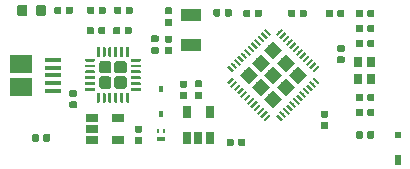
<source format=gbr>
G04 #@! TF.GenerationSoftware,KiCad,Pcbnew,(5.0.0)*
G04 #@! TF.CreationDate,2019-04-09T17:12:50-06:00*
G04 #@! TF.ProjectId,NRF52832 Base,4E5246353238333220426173652E6B69,rev?*
G04 #@! TF.SameCoordinates,Original*
G04 #@! TF.FileFunction,Paste,Top*
G04 #@! TF.FilePolarity,Positive*
%FSLAX46Y46*%
G04 Gerber Fmt 4.6, Leading zero omitted, Abs format (unit mm)*
G04 Created by KiCad (PCBNEW (5.0.0)) date 04/09/19 17:12:50*
%MOMM*%
%LPD*%
G01*
G04 APERTURE LIST*
%ADD10R,0.500000X0.900000*%
%ADD11R,0.500000X0.500000*%
%ADD12C,0.100000*%
%ADD13C,0.590000*%
%ADD14R,0.800000X0.900000*%
%ADD15R,1.800000X1.000000*%
%ADD16C,0.200000*%
%ADD17C,1.080000*%
%ADD18R,0.650000X1.060000*%
%ADD19C,0.875000*%
%ADD20R,1.900000X1.500000*%
%ADD21R,1.350000X0.400000*%
%ADD22R,1.060000X0.650000*%
%ADD23R,0.450000X0.600000*%
%ADD24C,1.050000*%
%ADD25C,0.250000*%
%ADD26R,0.700000X0.400000*%
%ADD27R,0.250000X0.400000*%
G04 APERTURE END LIST*
D10*
G04 #@! TO.C,AE1*
X144500000Y-96715000D03*
D11*
X144500000Y-94615000D03*
G04 #@! TD*
D12*
G04 #@! TO.C,C1*
G36*
X141431958Y-91120710D02*
X141446276Y-91122834D01*
X141460317Y-91126351D01*
X141473946Y-91131228D01*
X141487031Y-91137417D01*
X141499447Y-91144858D01*
X141511073Y-91153481D01*
X141521798Y-91163202D01*
X141531519Y-91173927D01*
X141540142Y-91185553D01*
X141547583Y-91197969D01*
X141553772Y-91211054D01*
X141558649Y-91224683D01*
X141562166Y-91238724D01*
X141564290Y-91253042D01*
X141565000Y-91267500D01*
X141565000Y-91612500D01*
X141564290Y-91626958D01*
X141562166Y-91641276D01*
X141558649Y-91655317D01*
X141553772Y-91668946D01*
X141547583Y-91682031D01*
X141540142Y-91694447D01*
X141531519Y-91706073D01*
X141521798Y-91716798D01*
X141511073Y-91726519D01*
X141499447Y-91735142D01*
X141487031Y-91742583D01*
X141473946Y-91748772D01*
X141460317Y-91753649D01*
X141446276Y-91757166D01*
X141431958Y-91759290D01*
X141417500Y-91760000D01*
X141122500Y-91760000D01*
X141108042Y-91759290D01*
X141093724Y-91757166D01*
X141079683Y-91753649D01*
X141066054Y-91748772D01*
X141052969Y-91742583D01*
X141040553Y-91735142D01*
X141028927Y-91726519D01*
X141018202Y-91716798D01*
X141008481Y-91706073D01*
X140999858Y-91694447D01*
X140992417Y-91682031D01*
X140986228Y-91668946D01*
X140981351Y-91655317D01*
X140977834Y-91641276D01*
X140975710Y-91626958D01*
X140975000Y-91612500D01*
X140975000Y-91267500D01*
X140975710Y-91253042D01*
X140977834Y-91238724D01*
X140981351Y-91224683D01*
X140986228Y-91211054D01*
X140992417Y-91197969D01*
X140999858Y-91185553D01*
X141008481Y-91173927D01*
X141018202Y-91163202D01*
X141028927Y-91153481D01*
X141040553Y-91144858D01*
X141052969Y-91137417D01*
X141066054Y-91131228D01*
X141079683Y-91126351D01*
X141093724Y-91122834D01*
X141108042Y-91120710D01*
X141122500Y-91120000D01*
X141417500Y-91120000D01*
X141431958Y-91120710D01*
X141431958Y-91120710D01*
G37*
D13*
X141270000Y-91440000D03*
D12*
G36*
X142401958Y-91120710D02*
X142416276Y-91122834D01*
X142430317Y-91126351D01*
X142443946Y-91131228D01*
X142457031Y-91137417D01*
X142469447Y-91144858D01*
X142481073Y-91153481D01*
X142491798Y-91163202D01*
X142501519Y-91173927D01*
X142510142Y-91185553D01*
X142517583Y-91197969D01*
X142523772Y-91211054D01*
X142528649Y-91224683D01*
X142532166Y-91238724D01*
X142534290Y-91253042D01*
X142535000Y-91267500D01*
X142535000Y-91612500D01*
X142534290Y-91626958D01*
X142532166Y-91641276D01*
X142528649Y-91655317D01*
X142523772Y-91668946D01*
X142517583Y-91682031D01*
X142510142Y-91694447D01*
X142501519Y-91706073D01*
X142491798Y-91716798D01*
X142481073Y-91726519D01*
X142469447Y-91735142D01*
X142457031Y-91742583D01*
X142443946Y-91748772D01*
X142430317Y-91753649D01*
X142416276Y-91757166D01*
X142401958Y-91759290D01*
X142387500Y-91760000D01*
X142092500Y-91760000D01*
X142078042Y-91759290D01*
X142063724Y-91757166D01*
X142049683Y-91753649D01*
X142036054Y-91748772D01*
X142022969Y-91742583D01*
X142010553Y-91735142D01*
X141998927Y-91726519D01*
X141988202Y-91716798D01*
X141978481Y-91706073D01*
X141969858Y-91694447D01*
X141962417Y-91682031D01*
X141956228Y-91668946D01*
X141951351Y-91655317D01*
X141947834Y-91641276D01*
X141945710Y-91626958D01*
X141945000Y-91612500D01*
X141945000Y-91267500D01*
X141945710Y-91253042D01*
X141947834Y-91238724D01*
X141951351Y-91224683D01*
X141956228Y-91211054D01*
X141962417Y-91197969D01*
X141969858Y-91185553D01*
X141978481Y-91173927D01*
X141988202Y-91163202D01*
X141998927Y-91153481D01*
X142010553Y-91144858D01*
X142022969Y-91137417D01*
X142036054Y-91131228D01*
X142049683Y-91126351D01*
X142063724Y-91122834D01*
X142078042Y-91120710D01*
X142092500Y-91120000D01*
X142387500Y-91120000D01*
X142401958Y-91120710D01*
X142401958Y-91120710D01*
G37*
D13*
X142240000Y-91440000D03*
G04 #@! TD*
D12*
G04 #@! TO.C,C2*
G36*
X142401958Y-86548710D02*
X142416276Y-86550834D01*
X142430317Y-86554351D01*
X142443946Y-86559228D01*
X142457031Y-86565417D01*
X142469447Y-86572858D01*
X142481073Y-86581481D01*
X142491798Y-86591202D01*
X142501519Y-86601927D01*
X142510142Y-86613553D01*
X142517583Y-86625969D01*
X142523772Y-86639054D01*
X142528649Y-86652683D01*
X142532166Y-86666724D01*
X142534290Y-86681042D01*
X142535000Y-86695500D01*
X142535000Y-87040500D01*
X142534290Y-87054958D01*
X142532166Y-87069276D01*
X142528649Y-87083317D01*
X142523772Y-87096946D01*
X142517583Y-87110031D01*
X142510142Y-87122447D01*
X142501519Y-87134073D01*
X142491798Y-87144798D01*
X142481073Y-87154519D01*
X142469447Y-87163142D01*
X142457031Y-87170583D01*
X142443946Y-87176772D01*
X142430317Y-87181649D01*
X142416276Y-87185166D01*
X142401958Y-87187290D01*
X142387500Y-87188000D01*
X142092500Y-87188000D01*
X142078042Y-87187290D01*
X142063724Y-87185166D01*
X142049683Y-87181649D01*
X142036054Y-87176772D01*
X142022969Y-87170583D01*
X142010553Y-87163142D01*
X141998927Y-87154519D01*
X141988202Y-87144798D01*
X141978481Y-87134073D01*
X141969858Y-87122447D01*
X141962417Y-87110031D01*
X141956228Y-87096946D01*
X141951351Y-87083317D01*
X141947834Y-87069276D01*
X141945710Y-87054958D01*
X141945000Y-87040500D01*
X141945000Y-86695500D01*
X141945710Y-86681042D01*
X141947834Y-86666724D01*
X141951351Y-86652683D01*
X141956228Y-86639054D01*
X141962417Y-86625969D01*
X141969858Y-86613553D01*
X141978481Y-86601927D01*
X141988202Y-86591202D01*
X141998927Y-86581481D01*
X142010553Y-86572858D01*
X142022969Y-86565417D01*
X142036054Y-86559228D01*
X142049683Y-86554351D01*
X142063724Y-86550834D01*
X142078042Y-86548710D01*
X142092500Y-86548000D01*
X142387500Y-86548000D01*
X142401958Y-86548710D01*
X142401958Y-86548710D01*
G37*
D13*
X142240000Y-86868000D03*
D12*
G36*
X141431958Y-86548710D02*
X141446276Y-86550834D01*
X141460317Y-86554351D01*
X141473946Y-86559228D01*
X141487031Y-86565417D01*
X141499447Y-86572858D01*
X141511073Y-86581481D01*
X141521798Y-86591202D01*
X141531519Y-86601927D01*
X141540142Y-86613553D01*
X141547583Y-86625969D01*
X141553772Y-86639054D01*
X141558649Y-86652683D01*
X141562166Y-86666724D01*
X141564290Y-86681042D01*
X141565000Y-86695500D01*
X141565000Y-87040500D01*
X141564290Y-87054958D01*
X141562166Y-87069276D01*
X141558649Y-87083317D01*
X141553772Y-87096946D01*
X141547583Y-87110031D01*
X141540142Y-87122447D01*
X141531519Y-87134073D01*
X141521798Y-87144798D01*
X141511073Y-87154519D01*
X141499447Y-87163142D01*
X141487031Y-87170583D01*
X141473946Y-87176772D01*
X141460317Y-87181649D01*
X141446276Y-87185166D01*
X141431958Y-87187290D01*
X141417500Y-87188000D01*
X141122500Y-87188000D01*
X141108042Y-87187290D01*
X141093724Y-87185166D01*
X141079683Y-87181649D01*
X141066054Y-87176772D01*
X141052969Y-87170583D01*
X141040553Y-87163142D01*
X141028927Y-87154519D01*
X141018202Y-87144798D01*
X141008481Y-87134073D01*
X140999858Y-87122447D01*
X140992417Y-87110031D01*
X140986228Y-87096946D01*
X140981351Y-87083317D01*
X140977834Y-87069276D01*
X140975710Y-87054958D01*
X140975000Y-87040500D01*
X140975000Y-86695500D01*
X140975710Y-86681042D01*
X140977834Y-86666724D01*
X140981351Y-86652683D01*
X140986228Y-86639054D01*
X140992417Y-86625969D01*
X140999858Y-86613553D01*
X141008481Y-86601927D01*
X141018202Y-86591202D01*
X141028927Y-86581481D01*
X141040553Y-86572858D01*
X141052969Y-86565417D01*
X141066054Y-86559228D01*
X141079683Y-86554351D01*
X141093724Y-86550834D01*
X141108042Y-86548710D01*
X141122500Y-86548000D01*
X141417500Y-86548000D01*
X141431958Y-86548710D01*
X141431958Y-86548710D01*
G37*
D13*
X141270000Y-86868000D03*
G04 #@! TD*
D12*
G04 #@! TO.C,C3*
G36*
X138489958Y-92565710D02*
X138504276Y-92567834D01*
X138518317Y-92571351D01*
X138531946Y-92576228D01*
X138545031Y-92582417D01*
X138557447Y-92589858D01*
X138569073Y-92598481D01*
X138579798Y-92608202D01*
X138589519Y-92618927D01*
X138598142Y-92630553D01*
X138605583Y-92642969D01*
X138611772Y-92656054D01*
X138616649Y-92669683D01*
X138620166Y-92683724D01*
X138622290Y-92698042D01*
X138623000Y-92712500D01*
X138623000Y-93007500D01*
X138622290Y-93021958D01*
X138620166Y-93036276D01*
X138616649Y-93050317D01*
X138611772Y-93063946D01*
X138605583Y-93077031D01*
X138598142Y-93089447D01*
X138589519Y-93101073D01*
X138579798Y-93111798D01*
X138569073Y-93121519D01*
X138557447Y-93130142D01*
X138545031Y-93137583D01*
X138531946Y-93143772D01*
X138518317Y-93148649D01*
X138504276Y-93152166D01*
X138489958Y-93154290D01*
X138475500Y-93155000D01*
X138130500Y-93155000D01*
X138116042Y-93154290D01*
X138101724Y-93152166D01*
X138087683Y-93148649D01*
X138074054Y-93143772D01*
X138060969Y-93137583D01*
X138048553Y-93130142D01*
X138036927Y-93121519D01*
X138026202Y-93111798D01*
X138016481Y-93101073D01*
X138007858Y-93089447D01*
X138000417Y-93077031D01*
X137994228Y-93063946D01*
X137989351Y-93050317D01*
X137985834Y-93036276D01*
X137983710Y-93021958D01*
X137983000Y-93007500D01*
X137983000Y-92712500D01*
X137983710Y-92698042D01*
X137985834Y-92683724D01*
X137989351Y-92669683D01*
X137994228Y-92656054D01*
X138000417Y-92642969D01*
X138007858Y-92630553D01*
X138016481Y-92618927D01*
X138026202Y-92608202D01*
X138036927Y-92598481D01*
X138048553Y-92589858D01*
X138060969Y-92582417D01*
X138074054Y-92576228D01*
X138087683Y-92571351D01*
X138101724Y-92567834D01*
X138116042Y-92565710D01*
X138130500Y-92565000D01*
X138475500Y-92565000D01*
X138489958Y-92565710D01*
X138489958Y-92565710D01*
G37*
D13*
X138303000Y-92860000D03*
D12*
G36*
X138489958Y-93535710D02*
X138504276Y-93537834D01*
X138518317Y-93541351D01*
X138531946Y-93546228D01*
X138545031Y-93552417D01*
X138557447Y-93559858D01*
X138569073Y-93568481D01*
X138579798Y-93578202D01*
X138589519Y-93588927D01*
X138598142Y-93600553D01*
X138605583Y-93612969D01*
X138611772Y-93626054D01*
X138616649Y-93639683D01*
X138620166Y-93653724D01*
X138622290Y-93668042D01*
X138623000Y-93682500D01*
X138623000Y-93977500D01*
X138622290Y-93991958D01*
X138620166Y-94006276D01*
X138616649Y-94020317D01*
X138611772Y-94033946D01*
X138605583Y-94047031D01*
X138598142Y-94059447D01*
X138589519Y-94071073D01*
X138579798Y-94081798D01*
X138569073Y-94091519D01*
X138557447Y-94100142D01*
X138545031Y-94107583D01*
X138531946Y-94113772D01*
X138518317Y-94118649D01*
X138504276Y-94122166D01*
X138489958Y-94124290D01*
X138475500Y-94125000D01*
X138130500Y-94125000D01*
X138116042Y-94124290D01*
X138101724Y-94122166D01*
X138087683Y-94118649D01*
X138074054Y-94113772D01*
X138060969Y-94107583D01*
X138048553Y-94100142D01*
X138036927Y-94091519D01*
X138026202Y-94081798D01*
X138016481Y-94071073D01*
X138007858Y-94059447D01*
X138000417Y-94047031D01*
X137994228Y-94033946D01*
X137989351Y-94020317D01*
X137985834Y-94006276D01*
X137983710Y-93991958D01*
X137983000Y-93977500D01*
X137983000Y-93682500D01*
X137983710Y-93668042D01*
X137985834Y-93653724D01*
X137989351Y-93639683D01*
X137994228Y-93626054D01*
X138000417Y-93612969D01*
X138007858Y-93600553D01*
X138016481Y-93588927D01*
X138026202Y-93578202D01*
X138036927Y-93568481D01*
X138048553Y-93559858D01*
X138060969Y-93552417D01*
X138074054Y-93546228D01*
X138087683Y-93541351D01*
X138101724Y-93537834D01*
X138116042Y-93535710D01*
X138130500Y-93535000D01*
X138475500Y-93535000D01*
X138489958Y-93535710D01*
X138489958Y-93535710D01*
G37*
D13*
X138303000Y-93830000D03*
G04 #@! TD*
D12*
G04 #@! TO.C,C4*
G36*
X129366958Y-83957910D02*
X129381276Y-83960034D01*
X129395317Y-83963551D01*
X129408946Y-83968428D01*
X129422031Y-83974617D01*
X129434447Y-83982058D01*
X129446073Y-83990681D01*
X129456798Y-84000402D01*
X129466519Y-84011127D01*
X129475142Y-84022753D01*
X129482583Y-84035169D01*
X129488772Y-84048254D01*
X129493649Y-84061883D01*
X129497166Y-84075924D01*
X129499290Y-84090242D01*
X129500000Y-84104700D01*
X129500000Y-84449700D01*
X129499290Y-84464158D01*
X129497166Y-84478476D01*
X129493649Y-84492517D01*
X129488772Y-84506146D01*
X129482583Y-84519231D01*
X129475142Y-84531647D01*
X129466519Y-84543273D01*
X129456798Y-84553998D01*
X129446073Y-84563719D01*
X129434447Y-84572342D01*
X129422031Y-84579783D01*
X129408946Y-84585972D01*
X129395317Y-84590849D01*
X129381276Y-84594366D01*
X129366958Y-84596490D01*
X129352500Y-84597200D01*
X129057500Y-84597200D01*
X129043042Y-84596490D01*
X129028724Y-84594366D01*
X129014683Y-84590849D01*
X129001054Y-84585972D01*
X128987969Y-84579783D01*
X128975553Y-84572342D01*
X128963927Y-84563719D01*
X128953202Y-84553998D01*
X128943481Y-84543273D01*
X128934858Y-84531647D01*
X128927417Y-84519231D01*
X128921228Y-84506146D01*
X128916351Y-84492517D01*
X128912834Y-84478476D01*
X128910710Y-84464158D01*
X128910000Y-84449700D01*
X128910000Y-84104700D01*
X128910710Y-84090242D01*
X128912834Y-84075924D01*
X128916351Y-84061883D01*
X128921228Y-84048254D01*
X128927417Y-84035169D01*
X128934858Y-84022753D01*
X128943481Y-84011127D01*
X128953202Y-84000402D01*
X128963927Y-83990681D01*
X128975553Y-83982058D01*
X128987969Y-83974617D01*
X129001054Y-83968428D01*
X129014683Y-83963551D01*
X129028724Y-83960034D01*
X129043042Y-83957910D01*
X129057500Y-83957200D01*
X129352500Y-83957200D01*
X129366958Y-83957910D01*
X129366958Y-83957910D01*
G37*
D13*
X129205000Y-84277200D03*
D12*
G36*
X130336958Y-83957910D02*
X130351276Y-83960034D01*
X130365317Y-83963551D01*
X130378946Y-83968428D01*
X130392031Y-83974617D01*
X130404447Y-83982058D01*
X130416073Y-83990681D01*
X130426798Y-84000402D01*
X130436519Y-84011127D01*
X130445142Y-84022753D01*
X130452583Y-84035169D01*
X130458772Y-84048254D01*
X130463649Y-84061883D01*
X130467166Y-84075924D01*
X130469290Y-84090242D01*
X130470000Y-84104700D01*
X130470000Y-84449700D01*
X130469290Y-84464158D01*
X130467166Y-84478476D01*
X130463649Y-84492517D01*
X130458772Y-84506146D01*
X130452583Y-84519231D01*
X130445142Y-84531647D01*
X130436519Y-84543273D01*
X130426798Y-84553998D01*
X130416073Y-84563719D01*
X130404447Y-84572342D01*
X130392031Y-84579783D01*
X130378946Y-84585972D01*
X130365317Y-84590849D01*
X130351276Y-84594366D01*
X130336958Y-84596490D01*
X130322500Y-84597200D01*
X130027500Y-84597200D01*
X130013042Y-84596490D01*
X129998724Y-84594366D01*
X129984683Y-84590849D01*
X129971054Y-84585972D01*
X129957969Y-84579783D01*
X129945553Y-84572342D01*
X129933927Y-84563719D01*
X129923202Y-84553998D01*
X129913481Y-84543273D01*
X129904858Y-84531647D01*
X129897417Y-84519231D01*
X129891228Y-84506146D01*
X129886351Y-84492517D01*
X129882834Y-84478476D01*
X129880710Y-84464158D01*
X129880000Y-84449700D01*
X129880000Y-84104700D01*
X129880710Y-84090242D01*
X129882834Y-84075924D01*
X129886351Y-84061883D01*
X129891228Y-84048254D01*
X129897417Y-84035169D01*
X129904858Y-84022753D01*
X129913481Y-84011127D01*
X129923202Y-84000402D01*
X129933927Y-83990681D01*
X129945553Y-83982058D01*
X129957969Y-83974617D01*
X129971054Y-83968428D01*
X129984683Y-83963551D01*
X129998724Y-83960034D01*
X130013042Y-83957910D01*
X130027500Y-83957200D01*
X130322500Y-83957200D01*
X130336958Y-83957910D01*
X130336958Y-83957910D01*
G37*
D13*
X130175000Y-84277200D03*
G04 #@! TD*
D12*
G04 #@! TO.C,C5*
G36*
X127821958Y-90972710D02*
X127836276Y-90974834D01*
X127850317Y-90978351D01*
X127863946Y-90983228D01*
X127877031Y-90989417D01*
X127889447Y-90996858D01*
X127901073Y-91005481D01*
X127911798Y-91015202D01*
X127921519Y-91025927D01*
X127930142Y-91037553D01*
X127937583Y-91049969D01*
X127943772Y-91063054D01*
X127948649Y-91076683D01*
X127952166Y-91090724D01*
X127954290Y-91105042D01*
X127955000Y-91119500D01*
X127955000Y-91414500D01*
X127954290Y-91428958D01*
X127952166Y-91443276D01*
X127948649Y-91457317D01*
X127943772Y-91470946D01*
X127937583Y-91484031D01*
X127930142Y-91496447D01*
X127921519Y-91508073D01*
X127911798Y-91518798D01*
X127901073Y-91528519D01*
X127889447Y-91537142D01*
X127877031Y-91544583D01*
X127863946Y-91550772D01*
X127850317Y-91555649D01*
X127836276Y-91559166D01*
X127821958Y-91561290D01*
X127807500Y-91562000D01*
X127462500Y-91562000D01*
X127448042Y-91561290D01*
X127433724Y-91559166D01*
X127419683Y-91555649D01*
X127406054Y-91550772D01*
X127392969Y-91544583D01*
X127380553Y-91537142D01*
X127368927Y-91528519D01*
X127358202Y-91518798D01*
X127348481Y-91508073D01*
X127339858Y-91496447D01*
X127332417Y-91484031D01*
X127326228Y-91470946D01*
X127321351Y-91457317D01*
X127317834Y-91443276D01*
X127315710Y-91428958D01*
X127315000Y-91414500D01*
X127315000Y-91119500D01*
X127315710Y-91105042D01*
X127317834Y-91090724D01*
X127321351Y-91076683D01*
X127326228Y-91063054D01*
X127332417Y-91049969D01*
X127339858Y-91037553D01*
X127348481Y-91025927D01*
X127358202Y-91015202D01*
X127368927Y-91005481D01*
X127380553Y-90996858D01*
X127392969Y-90989417D01*
X127406054Y-90983228D01*
X127419683Y-90978351D01*
X127433724Y-90974834D01*
X127448042Y-90972710D01*
X127462500Y-90972000D01*
X127807500Y-90972000D01*
X127821958Y-90972710D01*
X127821958Y-90972710D01*
G37*
D13*
X127635000Y-91267000D03*
D12*
G36*
X127821958Y-90002710D02*
X127836276Y-90004834D01*
X127850317Y-90008351D01*
X127863946Y-90013228D01*
X127877031Y-90019417D01*
X127889447Y-90026858D01*
X127901073Y-90035481D01*
X127911798Y-90045202D01*
X127921519Y-90055927D01*
X127930142Y-90067553D01*
X127937583Y-90079969D01*
X127943772Y-90093054D01*
X127948649Y-90106683D01*
X127952166Y-90120724D01*
X127954290Y-90135042D01*
X127955000Y-90149500D01*
X127955000Y-90444500D01*
X127954290Y-90458958D01*
X127952166Y-90473276D01*
X127948649Y-90487317D01*
X127943772Y-90500946D01*
X127937583Y-90514031D01*
X127930142Y-90526447D01*
X127921519Y-90538073D01*
X127911798Y-90548798D01*
X127901073Y-90558519D01*
X127889447Y-90567142D01*
X127877031Y-90574583D01*
X127863946Y-90580772D01*
X127850317Y-90585649D01*
X127836276Y-90589166D01*
X127821958Y-90591290D01*
X127807500Y-90592000D01*
X127462500Y-90592000D01*
X127448042Y-90591290D01*
X127433724Y-90589166D01*
X127419683Y-90585649D01*
X127406054Y-90580772D01*
X127392969Y-90574583D01*
X127380553Y-90567142D01*
X127368927Y-90558519D01*
X127358202Y-90548798D01*
X127348481Y-90538073D01*
X127339858Y-90526447D01*
X127332417Y-90514031D01*
X127326228Y-90500946D01*
X127321351Y-90487317D01*
X127317834Y-90473276D01*
X127315710Y-90458958D01*
X127315000Y-90444500D01*
X127315000Y-90149500D01*
X127315710Y-90135042D01*
X127317834Y-90120724D01*
X127321351Y-90106683D01*
X127326228Y-90093054D01*
X127332417Y-90079969D01*
X127339858Y-90067553D01*
X127348481Y-90055927D01*
X127358202Y-90045202D01*
X127368927Y-90035481D01*
X127380553Y-90026858D01*
X127392969Y-90019417D01*
X127406054Y-90013228D01*
X127419683Y-90008351D01*
X127433724Y-90004834D01*
X127448042Y-90002710D01*
X127462500Y-90002000D01*
X127807500Y-90002000D01*
X127821958Y-90002710D01*
X127821958Y-90002710D01*
G37*
D13*
X127635000Y-90297000D03*
G04 #@! TD*
D12*
G04 #@! TO.C,C7*
G36*
X142401958Y-92390710D02*
X142416276Y-92392834D01*
X142430317Y-92396351D01*
X142443946Y-92401228D01*
X142457031Y-92407417D01*
X142469447Y-92414858D01*
X142481073Y-92423481D01*
X142491798Y-92433202D01*
X142501519Y-92443927D01*
X142510142Y-92455553D01*
X142517583Y-92467969D01*
X142523772Y-92481054D01*
X142528649Y-92494683D01*
X142532166Y-92508724D01*
X142534290Y-92523042D01*
X142535000Y-92537500D01*
X142535000Y-92882500D01*
X142534290Y-92896958D01*
X142532166Y-92911276D01*
X142528649Y-92925317D01*
X142523772Y-92938946D01*
X142517583Y-92952031D01*
X142510142Y-92964447D01*
X142501519Y-92976073D01*
X142491798Y-92986798D01*
X142481073Y-92996519D01*
X142469447Y-93005142D01*
X142457031Y-93012583D01*
X142443946Y-93018772D01*
X142430317Y-93023649D01*
X142416276Y-93027166D01*
X142401958Y-93029290D01*
X142387500Y-93030000D01*
X142092500Y-93030000D01*
X142078042Y-93029290D01*
X142063724Y-93027166D01*
X142049683Y-93023649D01*
X142036054Y-93018772D01*
X142022969Y-93012583D01*
X142010553Y-93005142D01*
X141998927Y-92996519D01*
X141988202Y-92986798D01*
X141978481Y-92976073D01*
X141969858Y-92964447D01*
X141962417Y-92952031D01*
X141956228Y-92938946D01*
X141951351Y-92925317D01*
X141947834Y-92911276D01*
X141945710Y-92896958D01*
X141945000Y-92882500D01*
X141945000Y-92537500D01*
X141945710Y-92523042D01*
X141947834Y-92508724D01*
X141951351Y-92494683D01*
X141956228Y-92481054D01*
X141962417Y-92467969D01*
X141969858Y-92455553D01*
X141978481Y-92443927D01*
X141988202Y-92433202D01*
X141998927Y-92423481D01*
X142010553Y-92414858D01*
X142022969Y-92407417D01*
X142036054Y-92401228D01*
X142049683Y-92396351D01*
X142063724Y-92392834D01*
X142078042Y-92390710D01*
X142092500Y-92390000D01*
X142387500Y-92390000D01*
X142401958Y-92390710D01*
X142401958Y-92390710D01*
G37*
D13*
X142240000Y-92710000D03*
D12*
G36*
X141431958Y-92390710D02*
X141446276Y-92392834D01*
X141460317Y-92396351D01*
X141473946Y-92401228D01*
X141487031Y-92407417D01*
X141499447Y-92414858D01*
X141511073Y-92423481D01*
X141521798Y-92433202D01*
X141531519Y-92443927D01*
X141540142Y-92455553D01*
X141547583Y-92467969D01*
X141553772Y-92481054D01*
X141558649Y-92494683D01*
X141562166Y-92508724D01*
X141564290Y-92523042D01*
X141565000Y-92537500D01*
X141565000Y-92882500D01*
X141564290Y-92896958D01*
X141562166Y-92911276D01*
X141558649Y-92925317D01*
X141553772Y-92938946D01*
X141547583Y-92952031D01*
X141540142Y-92964447D01*
X141531519Y-92976073D01*
X141521798Y-92986798D01*
X141511073Y-92996519D01*
X141499447Y-93005142D01*
X141487031Y-93012583D01*
X141473946Y-93018772D01*
X141460317Y-93023649D01*
X141446276Y-93027166D01*
X141431958Y-93029290D01*
X141417500Y-93030000D01*
X141122500Y-93030000D01*
X141108042Y-93029290D01*
X141093724Y-93027166D01*
X141079683Y-93023649D01*
X141066054Y-93018772D01*
X141052969Y-93012583D01*
X141040553Y-93005142D01*
X141028927Y-92996519D01*
X141018202Y-92986798D01*
X141008481Y-92976073D01*
X140999858Y-92964447D01*
X140992417Y-92952031D01*
X140986228Y-92938946D01*
X140981351Y-92925317D01*
X140977834Y-92911276D01*
X140975710Y-92896958D01*
X140975000Y-92882500D01*
X140975000Y-92537500D01*
X140975710Y-92523042D01*
X140977834Y-92508724D01*
X140981351Y-92494683D01*
X140986228Y-92481054D01*
X140992417Y-92467969D01*
X140999858Y-92455553D01*
X141008481Y-92443927D01*
X141018202Y-92433202D01*
X141028927Y-92423481D01*
X141040553Y-92414858D01*
X141052969Y-92407417D01*
X141066054Y-92401228D01*
X141079683Y-92396351D01*
X141093724Y-92392834D01*
X141108042Y-92390710D01*
X141122500Y-92390000D01*
X141417500Y-92390000D01*
X141431958Y-92390710D01*
X141431958Y-92390710D01*
G37*
D13*
X141270000Y-92710000D03*
G04 #@! TD*
D12*
G04 #@! TO.C,C8*
G36*
X139886958Y-87970710D02*
X139901276Y-87972834D01*
X139915317Y-87976351D01*
X139928946Y-87981228D01*
X139942031Y-87987417D01*
X139954447Y-87994858D01*
X139966073Y-88003481D01*
X139976798Y-88013202D01*
X139986519Y-88023927D01*
X139995142Y-88035553D01*
X140002583Y-88047969D01*
X140008772Y-88061054D01*
X140013649Y-88074683D01*
X140017166Y-88088724D01*
X140019290Y-88103042D01*
X140020000Y-88117500D01*
X140020000Y-88412500D01*
X140019290Y-88426958D01*
X140017166Y-88441276D01*
X140013649Y-88455317D01*
X140008772Y-88468946D01*
X140002583Y-88482031D01*
X139995142Y-88494447D01*
X139986519Y-88506073D01*
X139976798Y-88516798D01*
X139966073Y-88526519D01*
X139954447Y-88535142D01*
X139942031Y-88542583D01*
X139928946Y-88548772D01*
X139915317Y-88553649D01*
X139901276Y-88557166D01*
X139886958Y-88559290D01*
X139872500Y-88560000D01*
X139527500Y-88560000D01*
X139513042Y-88559290D01*
X139498724Y-88557166D01*
X139484683Y-88553649D01*
X139471054Y-88548772D01*
X139457969Y-88542583D01*
X139445553Y-88535142D01*
X139433927Y-88526519D01*
X139423202Y-88516798D01*
X139413481Y-88506073D01*
X139404858Y-88494447D01*
X139397417Y-88482031D01*
X139391228Y-88468946D01*
X139386351Y-88455317D01*
X139382834Y-88441276D01*
X139380710Y-88426958D01*
X139380000Y-88412500D01*
X139380000Y-88117500D01*
X139380710Y-88103042D01*
X139382834Y-88088724D01*
X139386351Y-88074683D01*
X139391228Y-88061054D01*
X139397417Y-88047969D01*
X139404858Y-88035553D01*
X139413481Y-88023927D01*
X139423202Y-88013202D01*
X139433927Y-88003481D01*
X139445553Y-87994858D01*
X139457969Y-87987417D01*
X139471054Y-87981228D01*
X139484683Y-87976351D01*
X139498724Y-87972834D01*
X139513042Y-87970710D01*
X139527500Y-87970000D01*
X139872500Y-87970000D01*
X139886958Y-87970710D01*
X139886958Y-87970710D01*
G37*
D13*
X139700000Y-88265000D03*
D12*
G36*
X139886958Y-87000710D02*
X139901276Y-87002834D01*
X139915317Y-87006351D01*
X139928946Y-87011228D01*
X139942031Y-87017417D01*
X139954447Y-87024858D01*
X139966073Y-87033481D01*
X139976798Y-87043202D01*
X139986519Y-87053927D01*
X139995142Y-87065553D01*
X140002583Y-87077969D01*
X140008772Y-87091054D01*
X140013649Y-87104683D01*
X140017166Y-87118724D01*
X140019290Y-87133042D01*
X140020000Y-87147500D01*
X140020000Y-87442500D01*
X140019290Y-87456958D01*
X140017166Y-87471276D01*
X140013649Y-87485317D01*
X140008772Y-87498946D01*
X140002583Y-87512031D01*
X139995142Y-87524447D01*
X139986519Y-87536073D01*
X139976798Y-87546798D01*
X139966073Y-87556519D01*
X139954447Y-87565142D01*
X139942031Y-87572583D01*
X139928946Y-87578772D01*
X139915317Y-87583649D01*
X139901276Y-87587166D01*
X139886958Y-87589290D01*
X139872500Y-87590000D01*
X139527500Y-87590000D01*
X139513042Y-87589290D01*
X139498724Y-87587166D01*
X139484683Y-87583649D01*
X139471054Y-87578772D01*
X139457969Y-87572583D01*
X139445553Y-87565142D01*
X139433927Y-87556519D01*
X139423202Y-87546798D01*
X139413481Y-87536073D01*
X139404858Y-87524447D01*
X139397417Y-87512031D01*
X139391228Y-87498946D01*
X139386351Y-87485317D01*
X139382834Y-87471276D01*
X139380710Y-87456958D01*
X139380000Y-87442500D01*
X139380000Y-87147500D01*
X139380710Y-87133042D01*
X139382834Y-87118724D01*
X139386351Y-87104683D01*
X139391228Y-87091054D01*
X139397417Y-87077969D01*
X139404858Y-87065553D01*
X139413481Y-87053927D01*
X139423202Y-87043202D01*
X139433927Y-87033481D01*
X139445553Y-87024858D01*
X139457969Y-87017417D01*
X139471054Y-87011228D01*
X139484683Y-87006351D01*
X139498724Y-87002834D01*
X139513042Y-87000710D01*
X139527500Y-87000000D01*
X139872500Y-87000000D01*
X139886958Y-87000710D01*
X139886958Y-87000710D01*
G37*
D13*
X139700000Y-87295000D03*
G04 #@! TD*
D12*
G04 #@! TO.C,C11*
G36*
X125281958Y-83825710D02*
X125296276Y-83827834D01*
X125310317Y-83831351D01*
X125323946Y-83836228D01*
X125337031Y-83842417D01*
X125349447Y-83849858D01*
X125361073Y-83858481D01*
X125371798Y-83868202D01*
X125381519Y-83878927D01*
X125390142Y-83890553D01*
X125397583Y-83902969D01*
X125403772Y-83916054D01*
X125408649Y-83929683D01*
X125412166Y-83943724D01*
X125414290Y-83958042D01*
X125415000Y-83972500D01*
X125415000Y-84267500D01*
X125414290Y-84281958D01*
X125412166Y-84296276D01*
X125408649Y-84310317D01*
X125403772Y-84323946D01*
X125397583Y-84337031D01*
X125390142Y-84349447D01*
X125381519Y-84361073D01*
X125371798Y-84371798D01*
X125361073Y-84381519D01*
X125349447Y-84390142D01*
X125337031Y-84397583D01*
X125323946Y-84403772D01*
X125310317Y-84408649D01*
X125296276Y-84412166D01*
X125281958Y-84414290D01*
X125267500Y-84415000D01*
X124922500Y-84415000D01*
X124908042Y-84414290D01*
X124893724Y-84412166D01*
X124879683Y-84408649D01*
X124866054Y-84403772D01*
X124852969Y-84397583D01*
X124840553Y-84390142D01*
X124828927Y-84381519D01*
X124818202Y-84371798D01*
X124808481Y-84361073D01*
X124799858Y-84349447D01*
X124792417Y-84337031D01*
X124786228Y-84323946D01*
X124781351Y-84310317D01*
X124777834Y-84296276D01*
X124775710Y-84281958D01*
X124775000Y-84267500D01*
X124775000Y-83972500D01*
X124775710Y-83958042D01*
X124777834Y-83943724D01*
X124781351Y-83929683D01*
X124786228Y-83916054D01*
X124792417Y-83902969D01*
X124799858Y-83890553D01*
X124808481Y-83878927D01*
X124818202Y-83868202D01*
X124828927Y-83858481D01*
X124840553Y-83849858D01*
X124852969Y-83842417D01*
X124866054Y-83836228D01*
X124879683Y-83831351D01*
X124893724Y-83827834D01*
X124908042Y-83825710D01*
X124922500Y-83825000D01*
X125267500Y-83825000D01*
X125281958Y-83825710D01*
X125281958Y-83825710D01*
G37*
D13*
X125095000Y-84120000D03*
D12*
G36*
X125281958Y-84795710D02*
X125296276Y-84797834D01*
X125310317Y-84801351D01*
X125323946Y-84806228D01*
X125337031Y-84812417D01*
X125349447Y-84819858D01*
X125361073Y-84828481D01*
X125371798Y-84838202D01*
X125381519Y-84848927D01*
X125390142Y-84860553D01*
X125397583Y-84872969D01*
X125403772Y-84886054D01*
X125408649Y-84899683D01*
X125412166Y-84913724D01*
X125414290Y-84928042D01*
X125415000Y-84942500D01*
X125415000Y-85237500D01*
X125414290Y-85251958D01*
X125412166Y-85266276D01*
X125408649Y-85280317D01*
X125403772Y-85293946D01*
X125397583Y-85307031D01*
X125390142Y-85319447D01*
X125381519Y-85331073D01*
X125371798Y-85341798D01*
X125361073Y-85351519D01*
X125349447Y-85360142D01*
X125337031Y-85367583D01*
X125323946Y-85373772D01*
X125310317Y-85378649D01*
X125296276Y-85382166D01*
X125281958Y-85384290D01*
X125267500Y-85385000D01*
X124922500Y-85385000D01*
X124908042Y-85384290D01*
X124893724Y-85382166D01*
X124879683Y-85378649D01*
X124866054Y-85373772D01*
X124852969Y-85367583D01*
X124840553Y-85360142D01*
X124828927Y-85351519D01*
X124818202Y-85341798D01*
X124808481Y-85331073D01*
X124799858Y-85319447D01*
X124792417Y-85307031D01*
X124786228Y-85293946D01*
X124781351Y-85280317D01*
X124777834Y-85266276D01*
X124775710Y-85251958D01*
X124775000Y-85237500D01*
X124775000Y-84942500D01*
X124775710Y-84928042D01*
X124777834Y-84913724D01*
X124781351Y-84899683D01*
X124786228Y-84886054D01*
X124792417Y-84872969D01*
X124799858Y-84860553D01*
X124808481Y-84848927D01*
X124818202Y-84838202D01*
X124828927Y-84828481D01*
X124840553Y-84819858D01*
X124852969Y-84812417D01*
X124866054Y-84806228D01*
X124879683Y-84801351D01*
X124893724Y-84797834D01*
X124908042Y-84795710D01*
X124922500Y-84795000D01*
X125267500Y-84795000D01*
X125281958Y-84795710D01*
X125281958Y-84795710D01*
G37*
D13*
X125095000Y-85090000D03*
G04 #@! TD*
D12*
G04 #@! TO.C,C12*
G36*
X125281958Y-86215710D02*
X125296276Y-86217834D01*
X125310317Y-86221351D01*
X125323946Y-86226228D01*
X125337031Y-86232417D01*
X125349447Y-86239858D01*
X125361073Y-86248481D01*
X125371798Y-86258202D01*
X125381519Y-86268927D01*
X125390142Y-86280553D01*
X125397583Y-86292969D01*
X125403772Y-86306054D01*
X125408649Y-86319683D01*
X125412166Y-86333724D01*
X125414290Y-86348042D01*
X125415000Y-86362500D01*
X125415000Y-86657500D01*
X125414290Y-86671958D01*
X125412166Y-86686276D01*
X125408649Y-86700317D01*
X125403772Y-86713946D01*
X125397583Y-86727031D01*
X125390142Y-86739447D01*
X125381519Y-86751073D01*
X125371798Y-86761798D01*
X125361073Y-86771519D01*
X125349447Y-86780142D01*
X125337031Y-86787583D01*
X125323946Y-86793772D01*
X125310317Y-86798649D01*
X125296276Y-86802166D01*
X125281958Y-86804290D01*
X125267500Y-86805000D01*
X124922500Y-86805000D01*
X124908042Y-86804290D01*
X124893724Y-86802166D01*
X124879683Y-86798649D01*
X124866054Y-86793772D01*
X124852969Y-86787583D01*
X124840553Y-86780142D01*
X124828927Y-86771519D01*
X124818202Y-86761798D01*
X124808481Y-86751073D01*
X124799858Y-86739447D01*
X124792417Y-86727031D01*
X124786228Y-86713946D01*
X124781351Y-86700317D01*
X124777834Y-86686276D01*
X124775710Y-86671958D01*
X124775000Y-86657500D01*
X124775000Y-86362500D01*
X124775710Y-86348042D01*
X124777834Y-86333724D01*
X124781351Y-86319683D01*
X124786228Y-86306054D01*
X124792417Y-86292969D01*
X124799858Y-86280553D01*
X124808481Y-86268927D01*
X124818202Y-86258202D01*
X124828927Y-86248481D01*
X124840553Y-86239858D01*
X124852969Y-86232417D01*
X124866054Y-86226228D01*
X124879683Y-86221351D01*
X124893724Y-86217834D01*
X124908042Y-86215710D01*
X124922500Y-86215000D01*
X125267500Y-86215000D01*
X125281958Y-86215710D01*
X125281958Y-86215710D01*
G37*
D13*
X125095000Y-86510000D03*
D12*
G36*
X125281958Y-87185710D02*
X125296276Y-87187834D01*
X125310317Y-87191351D01*
X125323946Y-87196228D01*
X125337031Y-87202417D01*
X125349447Y-87209858D01*
X125361073Y-87218481D01*
X125371798Y-87228202D01*
X125381519Y-87238927D01*
X125390142Y-87250553D01*
X125397583Y-87262969D01*
X125403772Y-87276054D01*
X125408649Y-87289683D01*
X125412166Y-87303724D01*
X125414290Y-87318042D01*
X125415000Y-87332500D01*
X125415000Y-87627500D01*
X125414290Y-87641958D01*
X125412166Y-87656276D01*
X125408649Y-87670317D01*
X125403772Y-87683946D01*
X125397583Y-87697031D01*
X125390142Y-87709447D01*
X125381519Y-87721073D01*
X125371798Y-87731798D01*
X125361073Y-87741519D01*
X125349447Y-87750142D01*
X125337031Y-87757583D01*
X125323946Y-87763772D01*
X125310317Y-87768649D01*
X125296276Y-87772166D01*
X125281958Y-87774290D01*
X125267500Y-87775000D01*
X124922500Y-87775000D01*
X124908042Y-87774290D01*
X124893724Y-87772166D01*
X124879683Y-87768649D01*
X124866054Y-87763772D01*
X124852969Y-87757583D01*
X124840553Y-87750142D01*
X124828927Y-87741519D01*
X124818202Y-87731798D01*
X124808481Y-87721073D01*
X124799858Y-87709447D01*
X124792417Y-87697031D01*
X124786228Y-87683946D01*
X124781351Y-87670317D01*
X124777834Y-87656276D01*
X124775710Y-87641958D01*
X124775000Y-87627500D01*
X124775000Y-87332500D01*
X124775710Y-87318042D01*
X124777834Y-87303724D01*
X124781351Y-87289683D01*
X124786228Y-87276054D01*
X124792417Y-87262969D01*
X124799858Y-87250553D01*
X124808481Y-87238927D01*
X124818202Y-87228202D01*
X124828927Y-87218481D01*
X124840553Y-87209858D01*
X124852969Y-87202417D01*
X124866054Y-87196228D01*
X124879683Y-87191351D01*
X124893724Y-87187834D01*
X124908042Y-87185710D01*
X124922500Y-87185000D01*
X125267500Y-87185000D01*
X125281958Y-87185710D01*
X125281958Y-87185710D01*
G37*
D13*
X125095000Y-87480000D03*
G04 #@! TD*
D12*
G04 #@! TO.C,L1*
G36*
X141431958Y-94295710D02*
X141446276Y-94297834D01*
X141460317Y-94301351D01*
X141473946Y-94306228D01*
X141487031Y-94312417D01*
X141499447Y-94319858D01*
X141511073Y-94328481D01*
X141521798Y-94338202D01*
X141531519Y-94348927D01*
X141540142Y-94360553D01*
X141547583Y-94372969D01*
X141553772Y-94386054D01*
X141558649Y-94399683D01*
X141562166Y-94413724D01*
X141564290Y-94428042D01*
X141565000Y-94442500D01*
X141565000Y-94787500D01*
X141564290Y-94801958D01*
X141562166Y-94816276D01*
X141558649Y-94830317D01*
X141553772Y-94843946D01*
X141547583Y-94857031D01*
X141540142Y-94869447D01*
X141531519Y-94881073D01*
X141521798Y-94891798D01*
X141511073Y-94901519D01*
X141499447Y-94910142D01*
X141487031Y-94917583D01*
X141473946Y-94923772D01*
X141460317Y-94928649D01*
X141446276Y-94932166D01*
X141431958Y-94934290D01*
X141417500Y-94935000D01*
X141122500Y-94935000D01*
X141108042Y-94934290D01*
X141093724Y-94932166D01*
X141079683Y-94928649D01*
X141066054Y-94923772D01*
X141052969Y-94917583D01*
X141040553Y-94910142D01*
X141028927Y-94901519D01*
X141018202Y-94891798D01*
X141008481Y-94881073D01*
X140999858Y-94869447D01*
X140992417Y-94857031D01*
X140986228Y-94843946D01*
X140981351Y-94830317D01*
X140977834Y-94816276D01*
X140975710Y-94801958D01*
X140975000Y-94787500D01*
X140975000Y-94442500D01*
X140975710Y-94428042D01*
X140977834Y-94413724D01*
X140981351Y-94399683D01*
X140986228Y-94386054D01*
X140992417Y-94372969D01*
X140999858Y-94360553D01*
X141008481Y-94348927D01*
X141018202Y-94338202D01*
X141028927Y-94328481D01*
X141040553Y-94319858D01*
X141052969Y-94312417D01*
X141066054Y-94306228D01*
X141079683Y-94301351D01*
X141093724Y-94297834D01*
X141108042Y-94295710D01*
X141122500Y-94295000D01*
X141417500Y-94295000D01*
X141431958Y-94295710D01*
X141431958Y-94295710D01*
G37*
D13*
X141270000Y-94615000D03*
D12*
G36*
X142401958Y-94295710D02*
X142416276Y-94297834D01*
X142430317Y-94301351D01*
X142443946Y-94306228D01*
X142457031Y-94312417D01*
X142469447Y-94319858D01*
X142481073Y-94328481D01*
X142491798Y-94338202D01*
X142501519Y-94348927D01*
X142510142Y-94360553D01*
X142517583Y-94372969D01*
X142523772Y-94386054D01*
X142528649Y-94399683D01*
X142532166Y-94413724D01*
X142534290Y-94428042D01*
X142535000Y-94442500D01*
X142535000Y-94787500D01*
X142534290Y-94801958D01*
X142532166Y-94816276D01*
X142528649Y-94830317D01*
X142523772Y-94843946D01*
X142517583Y-94857031D01*
X142510142Y-94869447D01*
X142501519Y-94881073D01*
X142491798Y-94891798D01*
X142481073Y-94901519D01*
X142469447Y-94910142D01*
X142457031Y-94917583D01*
X142443946Y-94923772D01*
X142430317Y-94928649D01*
X142416276Y-94932166D01*
X142401958Y-94934290D01*
X142387500Y-94935000D01*
X142092500Y-94935000D01*
X142078042Y-94934290D01*
X142063724Y-94932166D01*
X142049683Y-94928649D01*
X142036054Y-94923772D01*
X142022969Y-94917583D01*
X142010553Y-94910142D01*
X141998927Y-94901519D01*
X141988202Y-94891798D01*
X141978481Y-94881073D01*
X141969858Y-94869447D01*
X141962417Y-94857031D01*
X141956228Y-94843946D01*
X141951351Y-94830317D01*
X141947834Y-94816276D01*
X141945710Y-94801958D01*
X141945000Y-94787500D01*
X141945000Y-94442500D01*
X141945710Y-94428042D01*
X141947834Y-94413724D01*
X141951351Y-94399683D01*
X141956228Y-94386054D01*
X141962417Y-94372969D01*
X141969858Y-94360553D01*
X141978481Y-94348927D01*
X141988202Y-94338202D01*
X141998927Y-94328481D01*
X142010553Y-94319858D01*
X142022969Y-94312417D01*
X142036054Y-94306228D01*
X142049683Y-94301351D01*
X142063724Y-94297834D01*
X142078042Y-94295710D01*
X142092500Y-94295000D01*
X142387500Y-94295000D01*
X142401958Y-94295710D01*
X142401958Y-94295710D01*
G37*
D13*
X142240000Y-94615000D03*
G04 #@! TD*
D14*
G04 #@! TO.C,Y1*
X141140000Y-88454000D03*
X141140000Y-89854000D03*
X142240000Y-89854000D03*
X142240000Y-88454000D03*
G04 #@! TD*
D15*
G04 #@! TO.C,Y2*
X127000000Y-84475000D03*
X127000000Y-86975000D03*
G04 #@! TD*
D16*
G04 #@! TO.C,U1*
X133472348Y-85911078D03*
D12*
G36*
X133171828Y-85751979D02*
X133313249Y-85610558D01*
X133772868Y-86070177D01*
X133631447Y-86211598D01*
X133171828Y-85751979D01*
X133171828Y-85751979D01*
G37*
D16*
X133189505Y-86193920D03*
D12*
G36*
X132888985Y-86034821D02*
X133030406Y-85893400D01*
X133490025Y-86353019D01*
X133348604Y-86494440D01*
X132888985Y-86034821D01*
X132888985Y-86034821D01*
G37*
D16*
X132906662Y-86476763D03*
D12*
G36*
X132606142Y-86317664D02*
X132747563Y-86176243D01*
X133207182Y-86635862D01*
X133065761Y-86777283D01*
X132606142Y-86317664D01*
X132606142Y-86317664D01*
G37*
D16*
X132623819Y-86759606D03*
D12*
G36*
X132323299Y-86600507D02*
X132464720Y-86459086D01*
X132924339Y-86918705D01*
X132782918Y-87060126D01*
X132323299Y-86600507D01*
X132323299Y-86600507D01*
G37*
D16*
X132340977Y-87042449D03*
D12*
G36*
X132040457Y-86883350D02*
X132181878Y-86741929D01*
X132641497Y-87201548D01*
X132500076Y-87342969D01*
X132040457Y-86883350D01*
X132040457Y-86883350D01*
G37*
D16*
X132058134Y-87325291D03*
D12*
G36*
X131757614Y-87166192D02*
X131899035Y-87024771D01*
X132358654Y-87484390D01*
X132217233Y-87625811D01*
X131757614Y-87166192D01*
X131757614Y-87166192D01*
G37*
D16*
X131775291Y-87608134D03*
D12*
G36*
X131474771Y-87449035D02*
X131616192Y-87307614D01*
X132075811Y-87767233D01*
X131934390Y-87908654D01*
X131474771Y-87449035D01*
X131474771Y-87449035D01*
G37*
D16*
X131492449Y-87890977D03*
D12*
G36*
X131191929Y-87731878D02*
X131333350Y-87590457D01*
X131792969Y-88050076D01*
X131651548Y-88191497D01*
X131191929Y-87731878D01*
X131191929Y-87731878D01*
G37*
D16*
X131209606Y-88173819D03*
D12*
G36*
X130909086Y-88014720D02*
X131050507Y-87873299D01*
X131510126Y-88332918D01*
X131368705Y-88474339D01*
X130909086Y-88014720D01*
X130909086Y-88014720D01*
G37*
D16*
X130926763Y-88456662D03*
D12*
G36*
X130626243Y-88297563D02*
X130767664Y-88156142D01*
X131227283Y-88615761D01*
X131085862Y-88757182D01*
X130626243Y-88297563D01*
X130626243Y-88297563D01*
G37*
D16*
X130643920Y-88739505D03*
D12*
G36*
X130343400Y-88580406D02*
X130484821Y-88438985D01*
X130944440Y-88898604D01*
X130803019Y-89040025D01*
X130343400Y-88580406D01*
X130343400Y-88580406D01*
G37*
D16*
X130361078Y-89022348D03*
D12*
G36*
X130060558Y-88863249D02*
X130201979Y-88721828D01*
X130661598Y-89181447D01*
X130520177Y-89322868D01*
X130060558Y-88863249D01*
X130060558Y-88863249D01*
G37*
D16*
X130361078Y-90047652D03*
D12*
G36*
X130201979Y-90348172D02*
X130060558Y-90206751D01*
X130520177Y-89747132D01*
X130661598Y-89888553D01*
X130201979Y-90348172D01*
X130201979Y-90348172D01*
G37*
D16*
X130643920Y-90330495D03*
D12*
G36*
X130484821Y-90631015D02*
X130343400Y-90489594D01*
X130803019Y-90029975D01*
X130944440Y-90171396D01*
X130484821Y-90631015D01*
X130484821Y-90631015D01*
G37*
D16*
X130926763Y-90613338D03*
D12*
G36*
X130767664Y-90913858D02*
X130626243Y-90772437D01*
X131085862Y-90312818D01*
X131227283Y-90454239D01*
X130767664Y-90913858D01*
X130767664Y-90913858D01*
G37*
D16*
X131209606Y-90896181D03*
D12*
G36*
X131050507Y-91196701D02*
X130909086Y-91055280D01*
X131368705Y-90595661D01*
X131510126Y-90737082D01*
X131050507Y-91196701D01*
X131050507Y-91196701D01*
G37*
D16*
X131492449Y-91179023D03*
D12*
G36*
X131333350Y-91479543D02*
X131191929Y-91338122D01*
X131651548Y-90878503D01*
X131792969Y-91019924D01*
X131333350Y-91479543D01*
X131333350Y-91479543D01*
G37*
D16*
X131775291Y-91461866D03*
D12*
G36*
X131616192Y-91762386D02*
X131474771Y-91620965D01*
X131934390Y-91161346D01*
X132075811Y-91302767D01*
X131616192Y-91762386D01*
X131616192Y-91762386D01*
G37*
D16*
X132058134Y-91744709D03*
D12*
G36*
X131899035Y-92045229D02*
X131757614Y-91903808D01*
X132217233Y-91444189D01*
X132358654Y-91585610D01*
X131899035Y-92045229D01*
X131899035Y-92045229D01*
G37*
D16*
X132340977Y-92027551D03*
D12*
G36*
X132181878Y-92328071D02*
X132040457Y-92186650D01*
X132500076Y-91727031D01*
X132641497Y-91868452D01*
X132181878Y-92328071D01*
X132181878Y-92328071D01*
G37*
D16*
X132623819Y-92310394D03*
D12*
G36*
X132464720Y-92610914D02*
X132323299Y-92469493D01*
X132782918Y-92009874D01*
X132924339Y-92151295D01*
X132464720Y-92610914D01*
X132464720Y-92610914D01*
G37*
D16*
X132906662Y-92593237D03*
D12*
G36*
X132747563Y-92893757D02*
X132606142Y-92752336D01*
X133065761Y-92292717D01*
X133207182Y-92434138D01*
X132747563Y-92893757D01*
X132747563Y-92893757D01*
G37*
D16*
X133189505Y-92876080D03*
D12*
G36*
X133030406Y-93176600D02*
X132888985Y-93035179D01*
X133348604Y-92575560D01*
X133490025Y-92716981D01*
X133030406Y-93176600D01*
X133030406Y-93176600D01*
G37*
D16*
X133472348Y-93158922D03*
D12*
G36*
X133313249Y-93459442D02*
X133171828Y-93318021D01*
X133631447Y-92858402D01*
X133772868Y-92999823D01*
X133313249Y-93459442D01*
X133313249Y-93459442D01*
G37*
D16*
X134497652Y-93158922D03*
D12*
G36*
X134197132Y-92999823D02*
X134338553Y-92858402D01*
X134798172Y-93318021D01*
X134656751Y-93459442D01*
X134197132Y-92999823D01*
X134197132Y-92999823D01*
G37*
D16*
X134780495Y-92876080D03*
D12*
G36*
X134479975Y-92716981D02*
X134621396Y-92575560D01*
X135081015Y-93035179D01*
X134939594Y-93176600D01*
X134479975Y-92716981D01*
X134479975Y-92716981D01*
G37*
D16*
X135063338Y-92593237D03*
D12*
G36*
X134762818Y-92434138D02*
X134904239Y-92292717D01*
X135363858Y-92752336D01*
X135222437Y-92893757D01*
X134762818Y-92434138D01*
X134762818Y-92434138D01*
G37*
D16*
X135346181Y-92310394D03*
D12*
G36*
X135045661Y-92151295D02*
X135187082Y-92009874D01*
X135646701Y-92469493D01*
X135505280Y-92610914D01*
X135045661Y-92151295D01*
X135045661Y-92151295D01*
G37*
D16*
X135629023Y-92027551D03*
D12*
G36*
X135328503Y-91868452D02*
X135469924Y-91727031D01*
X135929543Y-92186650D01*
X135788122Y-92328071D01*
X135328503Y-91868452D01*
X135328503Y-91868452D01*
G37*
D16*
X135911866Y-91744709D03*
D12*
G36*
X135611346Y-91585610D02*
X135752767Y-91444189D01*
X136212386Y-91903808D01*
X136070965Y-92045229D01*
X135611346Y-91585610D01*
X135611346Y-91585610D01*
G37*
D16*
X136194709Y-91461866D03*
D12*
G36*
X135894189Y-91302767D02*
X136035610Y-91161346D01*
X136495229Y-91620965D01*
X136353808Y-91762386D01*
X135894189Y-91302767D01*
X135894189Y-91302767D01*
G37*
D16*
X136477551Y-91179023D03*
D12*
G36*
X136177031Y-91019924D02*
X136318452Y-90878503D01*
X136778071Y-91338122D01*
X136636650Y-91479543D01*
X136177031Y-91019924D01*
X136177031Y-91019924D01*
G37*
D16*
X136760394Y-90896181D03*
D12*
G36*
X136459874Y-90737082D02*
X136601295Y-90595661D01*
X137060914Y-91055280D01*
X136919493Y-91196701D01*
X136459874Y-90737082D01*
X136459874Y-90737082D01*
G37*
D16*
X137043237Y-90613338D03*
D12*
G36*
X136742717Y-90454239D02*
X136884138Y-90312818D01*
X137343757Y-90772437D01*
X137202336Y-90913858D01*
X136742717Y-90454239D01*
X136742717Y-90454239D01*
G37*
D16*
X137326080Y-90330495D03*
D12*
G36*
X137025560Y-90171396D02*
X137166981Y-90029975D01*
X137626600Y-90489594D01*
X137485179Y-90631015D01*
X137025560Y-90171396D01*
X137025560Y-90171396D01*
G37*
D16*
X137608922Y-90047652D03*
D12*
G36*
X137308402Y-89888553D02*
X137449823Y-89747132D01*
X137909442Y-90206751D01*
X137768021Y-90348172D01*
X137308402Y-89888553D01*
X137308402Y-89888553D01*
G37*
D16*
X137608922Y-89022348D03*
D12*
G36*
X137449823Y-89322868D02*
X137308402Y-89181447D01*
X137768021Y-88721828D01*
X137909442Y-88863249D01*
X137449823Y-89322868D01*
X137449823Y-89322868D01*
G37*
D16*
X137326080Y-88739505D03*
D12*
G36*
X137166981Y-89040025D02*
X137025560Y-88898604D01*
X137485179Y-88438985D01*
X137626600Y-88580406D01*
X137166981Y-89040025D01*
X137166981Y-89040025D01*
G37*
D16*
X137043237Y-88456662D03*
D12*
G36*
X136884138Y-88757182D02*
X136742717Y-88615761D01*
X137202336Y-88156142D01*
X137343757Y-88297563D01*
X136884138Y-88757182D01*
X136884138Y-88757182D01*
G37*
D16*
X136760394Y-88173819D03*
D12*
G36*
X136601295Y-88474339D02*
X136459874Y-88332918D01*
X136919493Y-87873299D01*
X137060914Y-88014720D01*
X136601295Y-88474339D01*
X136601295Y-88474339D01*
G37*
D16*
X136477551Y-87890977D03*
D12*
G36*
X136318452Y-88191497D02*
X136177031Y-88050076D01*
X136636650Y-87590457D01*
X136778071Y-87731878D01*
X136318452Y-88191497D01*
X136318452Y-88191497D01*
G37*
D16*
X136194709Y-87608134D03*
D12*
G36*
X136035610Y-87908654D02*
X135894189Y-87767233D01*
X136353808Y-87307614D01*
X136495229Y-87449035D01*
X136035610Y-87908654D01*
X136035610Y-87908654D01*
G37*
D16*
X135911866Y-87325291D03*
D12*
G36*
X135752767Y-87625811D02*
X135611346Y-87484390D01*
X136070965Y-87024771D01*
X136212386Y-87166192D01*
X135752767Y-87625811D01*
X135752767Y-87625811D01*
G37*
D16*
X135629023Y-87042449D03*
D12*
G36*
X135469924Y-87342969D02*
X135328503Y-87201548D01*
X135788122Y-86741929D01*
X135929543Y-86883350D01*
X135469924Y-87342969D01*
X135469924Y-87342969D01*
G37*
D16*
X135346181Y-86759606D03*
D12*
G36*
X135187082Y-87060126D02*
X135045661Y-86918705D01*
X135505280Y-86459086D01*
X135646701Y-86600507D01*
X135187082Y-87060126D01*
X135187082Y-87060126D01*
G37*
D16*
X135063338Y-86476763D03*
D12*
G36*
X134904239Y-86777283D02*
X134762818Y-86635862D01*
X135222437Y-86176243D01*
X135363858Y-86317664D01*
X134904239Y-86777283D01*
X134904239Y-86777283D01*
G37*
D16*
X134780495Y-86193920D03*
D12*
G36*
X134621396Y-86494440D02*
X134479975Y-86353019D01*
X134939594Y-85893400D01*
X135081015Y-86034821D01*
X134621396Y-86494440D01*
X134621396Y-86494440D01*
G37*
D16*
X134497652Y-85911078D03*
D12*
G36*
X134338553Y-86211598D02*
X134197132Y-86070177D01*
X134656751Y-85610558D01*
X134798172Y-85751979D01*
X134338553Y-86211598D01*
X134338553Y-86211598D01*
G37*
D17*
X133985000Y-87460820D03*
D12*
G36*
X133221325Y-87460820D02*
X133985000Y-86697145D01*
X134748675Y-87460820D01*
X133985000Y-88224495D01*
X133221325Y-87460820D01*
X133221325Y-87460820D01*
G37*
D17*
X132947910Y-88497910D03*
D12*
G36*
X132184235Y-88497910D02*
X132947910Y-87734235D01*
X133711585Y-88497910D01*
X132947910Y-89261585D01*
X132184235Y-88497910D01*
X132184235Y-88497910D01*
G37*
D17*
X131910820Y-89535000D03*
D12*
G36*
X131147145Y-89535000D02*
X131910820Y-88771325D01*
X132674495Y-89535000D01*
X131910820Y-90298675D01*
X131147145Y-89535000D01*
X131147145Y-89535000D01*
G37*
D17*
X135022090Y-88497910D03*
D12*
G36*
X134258415Y-88497910D02*
X135022090Y-87734235D01*
X135785765Y-88497910D01*
X135022090Y-89261585D01*
X134258415Y-88497910D01*
X134258415Y-88497910D01*
G37*
D17*
X133985000Y-89535000D03*
D12*
G36*
X133221325Y-89535000D02*
X133985000Y-88771325D01*
X134748675Y-89535000D01*
X133985000Y-90298675D01*
X133221325Y-89535000D01*
X133221325Y-89535000D01*
G37*
D17*
X132947910Y-90572090D03*
D12*
G36*
X132184235Y-90572090D02*
X132947910Y-89808415D01*
X133711585Y-90572090D01*
X132947910Y-91335765D01*
X132184235Y-90572090D01*
X132184235Y-90572090D01*
G37*
D17*
X136059180Y-89535000D03*
D12*
G36*
X135295505Y-89535000D02*
X136059180Y-88771325D01*
X136822855Y-89535000D01*
X136059180Y-90298675D01*
X135295505Y-89535000D01*
X135295505Y-89535000D01*
G37*
D17*
X135022090Y-90572090D03*
D12*
G36*
X134258415Y-90572090D02*
X135022090Y-89808415D01*
X135785765Y-90572090D01*
X135022090Y-91335765D01*
X134258415Y-90572090D01*
X134258415Y-90572090D01*
G37*
D17*
X133985000Y-91609180D03*
D12*
G36*
X133221325Y-91609180D02*
X133985000Y-90845505D01*
X134748675Y-91609180D01*
X133985000Y-92372855D01*
X133221325Y-91609180D01*
X133221325Y-91609180D01*
G37*
G04 #@! TD*
D18*
G04 #@! TO.C,U3*
X126685000Y-94869000D03*
X127635000Y-94869000D03*
X128585000Y-94869000D03*
X128585000Y-92669000D03*
X126685000Y-92669000D03*
G04 #@! TD*
D12*
G04 #@! TO.C,C13*
G36*
X141431958Y-84008710D02*
X141446276Y-84010834D01*
X141460317Y-84014351D01*
X141473946Y-84019228D01*
X141487031Y-84025417D01*
X141499447Y-84032858D01*
X141511073Y-84041481D01*
X141521798Y-84051202D01*
X141531519Y-84061927D01*
X141540142Y-84073553D01*
X141547583Y-84085969D01*
X141553772Y-84099054D01*
X141558649Y-84112683D01*
X141562166Y-84126724D01*
X141564290Y-84141042D01*
X141565000Y-84155500D01*
X141565000Y-84500500D01*
X141564290Y-84514958D01*
X141562166Y-84529276D01*
X141558649Y-84543317D01*
X141553772Y-84556946D01*
X141547583Y-84570031D01*
X141540142Y-84582447D01*
X141531519Y-84594073D01*
X141521798Y-84604798D01*
X141511073Y-84614519D01*
X141499447Y-84623142D01*
X141487031Y-84630583D01*
X141473946Y-84636772D01*
X141460317Y-84641649D01*
X141446276Y-84645166D01*
X141431958Y-84647290D01*
X141417500Y-84648000D01*
X141122500Y-84648000D01*
X141108042Y-84647290D01*
X141093724Y-84645166D01*
X141079683Y-84641649D01*
X141066054Y-84636772D01*
X141052969Y-84630583D01*
X141040553Y-84623142D01*
X141028927Y-84614519D01*
X141018202Y-84604798D01*
X141008481Y-84594073D01*
X140999858Y-84582447D01*
X140992417Y-84570031D01*
X140986228Y-84556946D01*
X140981351Y-84543317D01*
X140977834Y-84529276D01*
X140975710Y-84514958D01*
X140975000Y-84500500D01*
X140975000Y-84155500D01*
X140975710Y-84141042D01*
X140977834Y-84126724D01*
X140981351Y-84112683D01*
X140986228Y-84099054D01*
X140992417Y-84085969D01*
X140999858Y-84073553D01*
X141008481Y-84061927D01*
X141018202Y-84051202D01*
X141028927Y-84041481D01*
X141040553Y-84032858D01*
X141052969Y-84025417D01*
X141066054Y-84019228D01*
X141079683Y-84014351D01*
X141093724Y-84010834D01*
X141108042Y-84008710D01*
X141122500Y-84008000D01*
X141417500Y-84008000D01*
X141431958Y-84008710D01*
X141431958Y-84008710D01*
G37*
D13*
X141270000Y-84328000D03*
D12*
G36*
X142401958Y-84008710D02*
X142416276Y-84010834D01*
X142430317Y-84014351D01*
X142443946Y-84019228D01*
X142457031Y-84025417D01*
X142469447Y-84032858D01*
X142481073Y-84041481D01*
X142491798Y-84051202D01*
X142501519Y-84061927D01*
X142510142Y-84073553D01*
X142517583Y-84085969D01*
X142523772Y-84099054D01*
X142528649Y-84112683D01*
X142532166Y-84126724D01*
X142534290Y-84141042D01*
X142535000Y-84155500D01*
X142535000Y-84500500D01*
X142534290Y-84514958D01*
X142532166Y-84529276D01*
X142528649Y-84543317D01*
X142523772Y-84556946D01*
X142517583Y-84570031D01*
X142510142Y-84582447D01*
X142501519Y-84594073D01*
X142491798Y-84604798D01*
X142481073Y-84614519D01*
X142469447Y-84623142D01*
X142457031Y-84630583D01*
X142443946Y-84636772D01*
X142430317Y-84641649D01*
X142416276Y-84645166D01*
X142401958Y-84647290D01*
X142387500Y-84648000D01*
X142092500Y-84648000D01*
X142078042Y-84647290D01*
X142063724Y-84645166D01*
X142049683Y-84641649D01*
X142036054Y-84636772D01*
X142022969Y-84630583D01*
X142010553Y-84623142D01*
X141998927Y-84614519D01*
X141988202Y-84604798D01*
X141978481Y-84594073D01*
X141969858Y-84582447D01*
X141962417Y-84570031D01*
X141956228Y-84556946D01*
X141951351Y-84543317D01*
X141947834Y-84529276D01*
X141945710Y-84514958D01*
X141945000Y-84500500D01*
X141945000Y-84155500D01*
X141945710Y-84141042D01*
X141947834Y-84126724D01*
X141951351Y-84112683D01*
X141956228Y-84099054D01*
X141962417Y-84085969D01*
X141969858Y-84073553D01*
X141978481Y-84061927D01*
X141988202Y-84051202D01*
X141998927Y-84041481D01*
X142010553Y-84032858D01*
X142022969Y-84025417D01*
X142036054Y-84019228D01*
X142049683Y-84014351D01*
X142063724Y-84010834D01*
X142078042Y-84008710D01*
X142092500Y-84008000D01*
X142387500Y-84008000D01*
X142401958Y-84008710D01*
X142401958Y-84008710D01*
G37*
D13*
X142240000Y-84328000D03*
G04 #@! TD*
D12*
G04 #@! TO.C,R1*
G36*
X139861958Y-84008710D02*
X139876276Y-84010834D01*
X139890317Y-84014351D01*
X139903946Y-84019228D01*
X139917031Y-84025417D01*
X139929447Y-84032858D01*
X139941073Y-84041481D01*
X139951798Y-84051202D01*
X139961519Y-84061927D01*
X139970142Y-84073553D01*
X139977583Y-84085969D01*
X139983772Y-84099054D01*
X139988649Y-84112683D01*
X139992166Y-84126724D01*
X139994290Y-84141042D01*
X139995000Y-84155500D01*
X139995000Y-84500500D01*
X139994290Y-84514958D01*
X139992166Y-84529276D01*
X139988649Y-84543317D01*
X139983772Y-84556946D01*
X139977583Y-84570031D01*
X139970142Y-84582447D01*
X139961519Y-84594073D01*
X139951798Y-84604798D01*
X139941073Y-84614519D01*
X139929447Y-84623142D01*
X139917031Y-84630583D01*
X139903946Y-84636772D01*
X139890317Y-84641649D01*
X139876276Y-84645166D01*
X139861958Y-84647290D01*
X139847500Y-84648000D01*
X139552500Y-84648000D01*
X139538042Y-84647290D01*
X139523724Y-84645166D01*
X139509683Y-84641649D01*
X139496054Y-84636772D01*
X139482969Y-84630583D01*
X139470553Y-84623142D01*
X139458927Y-84614519D01*
X139448202Y-84604798D01*
X139438481Y-84594073D01*
X139429858Y-84582447D01*
X139422417Y-84570031D01*
X139416228Y-84556946D01*
X139411351Y-84543317D01*
X139407834Y-84529276D01*
X139405710Y-84514958D01*
X139405000Y-84500500D01*
X139405000Y-84155500D01*
X139405710Y-84141042D01*
X139407834Y-84126724D01*
X139411351Y-84112683D01*
X139416228Y-84099054D01*
X139422417Y-84085969D01*
X139429858Y-84073553D01*
X139438481Y-84061927D01*
X139448202Y-84051202D01*
X139458927Y-84041481D01*
X139470553Y-84032858D01*
X139482969Y-84025417D01*
X139496054Y-84019228D01*
X139509683Y-84014351D01*
X139523724Y-84010834D01*
X139538042Y-84008710D01*
X139552500Y-84008000D01*
X139847500Y-84008000D01*
X139861958Y-84008710D01*
X139861958Y-84008710D01*
G37*
D13*
X139700000Y-84328000D03*
D12*
G36*
X138891958Y-84008710D02*
X138906276Y-84010834D01*
X138920317Y-84014351D01*
X138933946Y-84019228D01*
X138947031Y-84025417D01*
X138959447Y-84032858D01*
X138971073Y-84041481D01*
X138981798Y-84051202D01*
X138991519Y-84061927D01*
X139000142Y-84073553D01*
X139007583Y-84085969D01*
X139013772Y-84099054D01*
X139018649Y-84112683D01*
X139022166Y-84126724D01*
X139024290Y-84141042D01*
X139025000Y-84155500D01*
X139025000Y-84500500D01*
X139024290Y-84514958D01*
X139022166Y-84529276D01*
X139018649Y-84543317D01*
X139013772Y-84556946D01*
X139007583Y-84570031D01*
X139000142Y-84582447D01*
X138991519Y-84594073D01*
X138981798Y-84604798D01*
X138971073Y-84614519D01*
X138959447Y-84623142D01*
X138947031Y-84630583D01*
X138933946Y-84636772D01*
X138920317Y-84641649D01*
X138906276Y-84645166D01*
X138891958Y-84647290D01*
X138877500Y-84648000D01*
X138582500Y-84648000D01*
X138568042Y-84647290D01*
X138553724Y-84645166D01*
X138539683Y-84641649D01*
X138526054Y-84636772D01*
X138512969Y-84630583D01*
X138500553Y-84623142D01*
X138488927Y-84614519D01*
X138478202Y-84604798D01*
X138468481Y-84594073D01*
X138459858Y-84582447D01*
X138452417Y-84570031D01*
X138446228Y-84556946D01*
X138441351Y-84543317D01*
X138437834Y-84529276D01*
X138435710Y-84514958D01*
X138435000Y-84500500D01*
X138435000Y-84155500D01*
X138435710Y-84141042D01*
X138437834Y-84126724D01*
X138441351Y-84112683D01*
X138446228Y-84099054D01*
X138452417Y-84085969D01*
X138459858Y-84073553D01*
X138468481Y-84061927D01*
X138478202Y-84051202D01*
X138488927Y-84041481D01*
X138500553Y-84032858D01*
X138512969Y-84025417D01*
X138526054Y-84019228D01*
X138539683Y-84014351D01*
X138553724Y-84010834D01*
X138568042Y-84008710D01*
X138582500Y-84008000D01*
X138877500Y-84008000D01*
X138891958Y-84008710D01*
X138891958Y-84008710D01*
G37*
D13*
X138730000Y-84328000D03*
G04 #@! TD*
D12*
G04 #@! TO.C,R2*
G36*
X141431958Y-85278710D02*
X141446276Y-85280834D01*
X141460317Y-85284351D01*
X141473946Y-85289228D01*
X141487031Y-85295417D01*
X141499447Y-85302858D01*
X141511073Y-85311481D01*
X141521798Y-85321202D01*
X141531519Y-85331927D01*
X141540142Y-85343553D01*
X141547583Y-85355969D01*
X141553772Y-85369054D01*
X141558649Y-85382683D01*
X141562166Y-85396724D01*
X141564290Y-85411042D01*
X141565000Y-85425500D01*
X141565000Y-85770500D01*
X141564290Y-85784958D01*
X141562166Y-85799276D01*
X141558649Y-85813317D01*
X141553772Y-85826946D01*
X141547583Y-85840031D01*
X141540142Y-85852447D01*
X141531519Y-85864073D01*
X141521798Y-85874798D01*
X141511073Y-85884519D01*
X141499447Y-85893142D01*
X141487031Y-85900583D01*
X141473946Y-85906772D01*
X141460317Y-85911649D01*
X141446276Y-85915166D01*
X141431958Y-85917290D01*
X141417500Y-85918000D01*
X141122500Y-85918000D01*
X141108042Y-85917290D01*
X141093724Y-85915166D01*
X141079683Y-85911649D01*
X141066054Y-85906772D01*
X141052969Y-85900583D01*
X141040553Y-85893142D01*
X141028927Y-85884519D01*
X141018202Y-85874798D01*
X141008481Y-85864073D01*
X140999858Y-85852447D01*
X140992417Y-85840031D01*
X140986228Y-85826946D01*
X140981351Y-85813317D01*
X140977834Y-85799276D01*
X140975710Y-85784958D01*
X140975000Y-85770500D01*
X140975000Y-85425500D01*
X140975710Y-85411042D01*
X140977834Y-85396724D01*
X140981351Y-85382683D01*
X140986228Y-85369054D01*
X140992417Y-85355969D01*
X140999858Y-85343553D01*
X141008481Y-85331927D01*
X141018202Y-85321202D01*
X141028927Y-85311481D01*
X141040553Y-85302858D01*
X141052969Y-85295417D01*
X141066054Y-85289228D01*
X141079683Y-85284351D01*
X141093724Y-85280834D01*
X141108042Y-85278710D01*
X141122500Y-85278000D01*
X141417500Y-85278000D01*
X141431958Y-85278710D01*
X141431958Y-85278710D01*
G37*
D13*
X141270000Y-85598000D03*
D12*
G36*
X142401958Y-85278710D02*
X142416276Y-85280834D01*
X142430317Y-85284351D01*
X142443946Y-85289228D01*
X142457031Y-85295417D01*
X142469447Y-85302858D01*
X142481073Y-85311481D01*
X142491798Y-85321202D01*
X142501519Y-85331927D01*
X142510142Y-85343553D01*
X142517583Y-85355969D01*
X142523772Y-85369054D01*
X142528649Y-85382683D01*
X142532166Y-85396724D01*
X142534290Y-85411042D01*
X142535000Y-85425500D01*
X142535000Y-85770500D01*
X142534290Y-85784958D01*
X142532166Y-85799276D01*
X142528649Y-85813317D01*
X142523772Y-85826946D01*
X142517583Y-85840031D01*
X142510142Y-85852447D01*
X142501519Y-85864073D01*
X142491798Y-85874798D01*
X142481073Y-85884519D01*
X142469447Y-85893142D01*
X142457031Y-85900583D01*
X142443946Y-85906772D01*
X142430317Y-85911649D01*
X142416276Y-85915166D01*
X142401958Y-85917290D01*
X142387500Y-85918000D01*
X142092500Y-85918000D01*
X142078042Y-85917290D01*
X142063724Y-85915166D01*
X142049683Y-85911649D01*
X142036054Y-85906772D01*
X142022969Y-85900583D01*
X142010553Y-85893142D01*
X141998927Y-85884519D01*
X141988202Y-85874798D01*
X141978481Y-85864073D01*
X141969858Y-85852447D01*
X141962417Y-85840031D01*
X141956228Y-85826946D01*
X141951351Y-85813317D01*
X141947834Y-85799276D01*
X141945710Y-85784958D01*
X141945000Y-85770500D01*
X141945000Y-85425500D01*
X141945710Y-85411042D01*
X141947834Y-85396724D01*
X141951351Y-85382683D01*
X141956228Y-85369054D01*
X141962417Y-85355969D01*
X141969858Y-85343553D01*
X141978481Y-85331927D01*
X141988202Y-85321202D01*
X141998927Y-85311481D01*
X142010553Y-85302858D01*
X142022969Y-85295417D01*
X142036054Y-85289228D01*
X142049683Y-85284351D01*
X142063724Y-85280834D01*
X142078042Y-85278710D01*
X142092500Y-85278000D01*
X142387500Y-85278000D01*
X142401958Y-85278710D01*
X142401958Y-85278710D01*
G37*
D13*
X142240000Y-85598000D03*
G04 #@! TD*
D12*
G04 #@! TO.C,R3*
G36*
X130486958Y-94930710D02*
X130501276Y-94932834D01*
X130515317Y-94936351D01*
X130528946Y-94941228D01*
X130542031Y-94947417D01*
X130554447Y-94954858D01*
X130566073Y-94963481D01*
X130576798Y-94973202D01*
X130586519Y-94983927D01*
X130595142Y-94995553D01*
X130602583Y-95007969D01*
X130608772Y-95021054D01*
X130613649Y-95034683D01*
X130617166Y-95048724D01*
X130619290Y-95063042D01*
X130620000Y-95077500D01*
X130620000Y-95422500D01*
X130619290Y-95436958D01*
X130617166Y-95451276D01*
X130613649Y-95465317D01*
X130608772Y-95478946D01*
X130602583Y-95492031D01*
X130595142Y-95504447D01*
X130586519Y-95516073D01*
X130576798Y-95526798D01*
X130566073Y-95536519D01*
X130554447Y-95545142D01*
X130542031Y-95552583D01*
X130528946Y-95558772D01*
X130515317Y-95563649D01*
X130501276Y-95567166D01*
X130486958Y-95569290D01*
X130472500Y-95570000D01*
X130177500Y-95570000D01*
X130163042Y-95569290D01*
X130148724Y-95567166D01*
X130134683Y-95563649D01*
X130121054Y-95558772D01*
X130107969Y-95552583D01*
X130095553Y-95545142D01*
X130083927Y-95536519D01*
X130073202Y-95526798D01*
X130063481Y-95516073D01*
X130054858Y-95504447D01*
X130047417Y-95492031D01*
X130041228Y-95478946D01*
X130036351Y-95465317D01*
X130032834Y-95451276D01*
X130030710Y-95436958D01*
X130030000Y-95422500D01*
X130030000Y-95077500D01*
X130030710Y-95063042D01*
X130032834Y-95048724D01*
X130036351Y-95034683D01*
X130041228Y-95021054D01*
X130047417Y-95007969D01*
X130054858Y-94995553D01*
X130063481Y-94983927D01*
X130073202Y-94973202D01*
X130083927Y-94963481D01*
X130095553Y-94954858D01*
X130107969Y-94947417D01*
X130121054Y-94941228D01*
X130134683Y-94936351D01*
X130148724Y-94932834D01*
X130163042Y-94930710D01*
X130177500Y-94930000D01*
X130472500Y-94930000D01*
X130486958Y-94930710D01*
X130486958Y-94930710D01*
G37*
D13*
X130325000Y-95250000D03*
D12*
G36*
X131456958Y-94930710D02*
X131471276Y-94932834D01*
X131485317Y-94936351D01*
X131498946Y-94941228D01*
X131512031Y-94947417D01*
X131524447Y-94954858D01*
X131536073Y-94963481D01*
X131546798Y-94973202D01*
X131556519Y-94983927D01*
X131565142Y-94995553D01*
X131572583Y-95007969D01*
X131578772Y-95021054D01*
X131583649Y-95034683D01*
X131587166Y-95048724D01*
X131589290Y-95063042D01*
X131590000Y-95077500D01*
X131590000Y-95422500D01*
X131589290Y-95436958D01*
X131587166Y-95451276D01*
X131583649Y-95465317D01*
X131578772Y-95478946D01*
X131572583Y-95492031D01*
X131565142Y-95504447D01*
X131556519Y-95516073D01*
X131546798Y-95526798D01*
X131536073Y-95536519D01*
X131524447Y-95545142D01*
X131512031Y-95552583D01*
X131498946Y-95558772D01*
X131485317Y-95563649D01*
X131471276Y-95567166D01*
X131456958Y-95569290D01*
X131442500Y-95570000D01*
X131147500Y-95570000D01*
X131133042Y-95569290D01*
X131118724Y-95567166D01*
X131104683Y-95563649D01*
X131091054Y-95558772D01*
X131077969Y-95552583D01*
X131065553Y-95545142D01*
X131053927Y-95536519D01*
X131043202Y-95526798D01*
X131033481Y-95516073D01*
X131024858Y-95504447D01*
X131017417Y-95492031D01*
X131011228Y-95478946D01*
X131006351Y-95465317D01*
X131002834Y-95451276D01*
X131000710Y-95436958D01*
X131000000Y-95422500D01*
X131000000Y-95077500D01*
X131000710Y-95063042D01*
X131002834Y-95048724D01*
X131006351Y-95034683D01*
X131011228Y-95021054D01*
X131017417Y-95007969D01*
X131024858Y-94995553D01*
X131033481Y-94983927D01*
X131043202Y-94973202D01*
X131053927Y-94963481D01*
X131065553Y-94954858D01*
X131077969Y-94947417D01*
X131091054Y-94941228D01*
X131104683Y-94936351D01*
X131118724Y-94932834D01*
X131133042Y-94930710D01*
X131147500Y-94930000D01*
X131442500Y-94930000D01*
X131456958Y-94930710D01*
X131456958Y-94930710D01*
G37*
D13*
X131295000Y-95250000D03*
G04 #@! TD*
D12*
G04 #@! TO.C,C14*
G36*
X113999958Y-94549710D02*
X114014276Y-94551834D01*
X114028317Y-94555351D01*
X114041946Y-94560228D01*
X114055031Y-94566417D01*
X114067447Y-94573858D01*
X114079073Y-94582481D01*
X114089798Y-94592202D01*
X114099519Y-94602927D01*
X114108142Y-94614553D01*
X114115583Y-94626969D01*
X114121772Y-94640054D01*
X114126649Y-94653683D01*
X114130166Y-94667724D01*
X114132290Y-94682042D01*
X114133000Y-94696500D01*
X114133000Y-95041500D01*
X114132290Y-95055958D01*
X114130166Y-95070276D01*
X114126649Y-95084317D01*
X114121772Y-95097946D01*
X114115583Y-95111031D01*
X114108142Y-95123447D01*
X114099519Y-95135073D01*
X114089798Y-95145798D01*
X114079073Y-95155519D01*
X114067447Y-95164142D01*
X114055031Y-95171583D01*
X114041946Y-95177772D01*
X114028317Y-95182649D01*
X114014276Y-95186166D01*
X113999958Y-95188290D01*
X113985500Y-95189000D01*
X113690500Y-95189000D01*
X113676042Y-95188290D01*
X113661724Y-95186166D01*
X113647683Y-95182649D01*
X113634054Y-95177772D01*
X113620969Y-95171583D01*
X113608553Y-95164142D01*
X113596927Y-95155519D01*
X113586202Y-95145798D01*
X113576481Y-95135073D01*
X113567858Y-95123447D01*
X113560417Y-95111031D01*
X113554228Y-95097946D01*
X113549351Y-95084317D01*
X113545834Y-95070276D01*
X113543710Y-95055958D01*
X113543000Y-95041500D01*
X113543000Y-94696500D01*
X113543710Y-94682042D01*
X113545834Y-94667724D01*
X113549351Y-94653683D01*
X113554228Y-94640054D01*
X113560417Y-94626969D01*
X113567858Y-94614553D01*
X113576481Y-94602927D01*
X113586202Y-94592202D01*
X113596927Y-94582481D01*
X113608553Y-94573858D01*
X113620969Y-94566417D01*
X113634054Y-94560228D01*
X113647683Y-94555351D01*
X113661724Y-94551834D01*
X113676042Y-94549710D01*
X113690500Y-94549000D01*
X113985500Y-94549000D01*
X113999958Y-94549710D01*
X113999958Y-94549710D01*
G37*
D13*
X113838000Y-94869000D03*
D12*
G36*
X114969958Y-94549710D02*
X114984276Y-94551834D01*
X114998317Y-94555351D01*
X115011946Y-94560228D01*
X115025031Y-94566417D01*
X115037447Y-94573858D01*
X115049073Y-94582481D01*
X115059798Y-94592202D01*
X115069519Y-94602927D01*
X115078142Y-94614553D01*
X115085583Y-94626969D01*
X115091772Y-94640054D01*
X115096649Y-94653683D01*
X115100166Y-94667724D01*
X115102290Y-94682042D01*
X115103000Y-94696500D01*
X115103000Y-95041500D01*
X115102290Y-95055958D01*
X115100166Y-95070276D01*
X115096649Y-95084317D01*
X115091772Y-95097946D01*
X115085583Y-95111031D01*
X115078142Y-95123447D01*
X115069519Y-95135073D01*
X115059798Y-95145798D01*
X115049073Y-95155519D01*
X115037447Y-95164142D01*
X115025031Y-95171583D01*
X115011946Y-95177772D01*
X114998317Y-95182649D01*
X114984276Y-95186166D01*
X114969958Y-95188290D01*
X114955500Y-95189000D01*
X114660500Y-95189000D01*
X114646042Y-95188290D01*
X114631724Y-95186166D01*
X114617683Y-95182649D01*
X114604054Y-95177772D01*
X114590969Y-95171583D01*
X114578553Y-95164142D01*
X114566927Y-95155519D01*
X114556202Y-95145798D01*
X114546481Y-95135073D01*
X114537858Y-95123447D01*
X114530417Y-95111031D01*
X114524228Y-95097946D01*
X114519351Y-95084317D01*
X114515834Y-95070276D01*
X114513710Y-95055958D01*
X114513000Y-95041500D01*
X114513000Y-94696500D01*
X114513710Y-94682042D01*
X114515834Y-94667724D01*
X114519351Y-94653683D01*
X114524228Y-94640054D01*
X114530417Y-94626969D01*
X114537858Y-94614553D01*
X114546481Y-94602927D01*
X114556202Y-94592202D01*
X114566927Y-94582481D01*
X114578553Y-94573858D01*
X114590969Y-94566417D01*
X114604054Y-94560228D01*
X114617683Y-94555351D01*
X114631724Y-94551834D01*
X114646042Y-94549710D01*
X114660500Y-94549000D01*
X114955500Y-94549000D01*
X114969958Y-94549710D01*
X114969958Y-94549710D01*
G37*
D13*
X114808000Y-94869000D03*
G04 #@! TD*
D12*
G04 #@! TO.C,C15*
G36*
X121931958Y-83754710D02*
X121946276Y-83756834D01*
X121960317Y-83760351D01*
X121973946Y-83765228D01*
X121987031Y-83771417D01*
X121999447Y-83778858D01*
X122011073Y-83787481D01*
X122021798Y-83797202D01*
X122031519Y-83807927D01*
X122040142Y-83819553D01*
X122047583Y-83831969D01*
X122053772Y-83845054D01*
X122058649Y-83858683D01*
X122062166Y-83872724D01*
X122064290Y-83887042D01*
X122065000Y-83901500D01*
X122065000Y-84246500D01*
X122064290Y-84260958D01*
X122062166Y-84275276D01*
X122058649Y-84289317D01*
X122053772Y-84302946D01*
X122047583Y-84316031D01*
X122040142Y-84328447D01*
X122031519Y-84340073D01*
X122021798Y-84350798D01*
X122011073Y-84360519D01*
X121999447Y-84369142D01*
X121987031Y-84376583D01*
X121973946Y-84382772D01*
X121960317Y-84387649D01*
X121946276Y-84391166D01*
X121931958Y-84393290D01*
X121917500Y-84394000D01*
X121622500Y-84394000D01*
X121608042Y-84393290D01*
X121593724Y-84391166D01*
X121579683Y-84387649D01*
X121566054Y-84382772D01*
X121552969Y-84376583D01*
X121540553Y-84369142D01*
X121528927Y-84360519D01*
X121518202Y-84350798D01*
X121508481Y-84340073D01*
X121499858Y-84328447D01*
X121492417Y-84316031D01*
X121486228Y-84302946D01*
X121481351Y-84289317D01*
X121477834Y-84275276D01*
X121475710Y-84260958D01*
X121475000Y-84246500D01*
X121475000Y-83901500D01*
X121475710Y-83887042D01*
X121477834Y-83872724D01*
X121481351Y-83858683D01*
X121486228Y-83845054D01*
X121492417Y-83831969D01*
X121499858Y-83819553D01*
X121508481Y-83807927D01*
X121518202Y-83797202D01*
X121528927Y-83787481D01*
X121540553Y-83778858D01*
X121552969Y-83771417D01*
X121566054Y-83765228D01*
X121579683Y-83760351D01*
X121593724Y-83756834D01*
X121608042Y-83754710D01*
X121622500Y-83754000D01*
X121917500Y-83754000D01*
X121931958Y-83754710D01*
X121931958Y-83754710D01*
G37*
D13*
X121770000Y-84074000D03*
D12*
G36*
X120961958Y-83754710D02*
X120976276Y-83756834D01*
X120990317Y-83760351D01*
X121003946Y-83765228D01*
X121017031Y-83771417D01*
X121029447Y-83778858D01*
X121041073Y-83787481D01*
X121051798Y-83797202D01*
X121061519Y-83807927D01*
X121070142Y-83819553D01*
X121077583Y-83831969D01*
X121083772Y-83845054D01*
X121088649Y-83858683D01*
X121092166Y-83872724D01*
X121094290Y-83887042D01*
X121095000Y-83901500D01*
X121095000Y-84246500D01*
X121094290Y-84260958D01*
X121092166Y-84275276D01*
X121088649Y-84289317D01*
X121083772Y-84302946D01*
X121077583Y-84316031D01*
X121070142Y-84328447D01*
X121061519Y-84340073D01*
X121051798Y-84350798D01*
X121041073Y-84360519D01*
X121029447Y-84369142D01*
X121017031Y-84376583D01*
X121003946Y-84382772D01*
X120990317Y-84387649D01*
X120976276Y-84391166D01*
X120961958Y-84393290D01*
X120947500Y-84394000D01*
X120652500Y-84394000D01*
X120638042Y-84393290D01*
X120623724Y-84391166D01*
X120609683Y-84387649D01*
X120596054Y-84382772D01*
X120582969Y-84376583D01*
X120570553Y-84369142D01*
X120558927Y-84360519D01*
X120548202Y-84350798D01*
X120538481Y-84340073D01*
X120529858Y-84328447D01*
X120522417Y-84316031D01*
X120516228Y-84302946D01*
X120511351Y-84289317D01*
X120507834Y-84275276D01*
X120505710Y-84260958D01*
X120505000Y-84246500D01*
X120505000Y-83901500D01*
X120505710Y-83887042D01*
X120507834Y-83872724D01*
X120511351Y-83858683D01*
X120516228Y-83845054D01*
X120522417Y-83831969D01*
X120529858Y-83819553D01*
X120538481Y-83807927D01*
X120548202Y-83797202D01*
X120558927Y-83787481D01*
X120570553Y-83778858D01*
X120582969Y-83771417D01*
X120596054Y-83765228D01*
X120609683Y-83760351D01*
X120623724Y-83756834D01*
X120638042Y-83754710D01*
X120652500Y-83754000D01*
X120947500Y-83754000D01*
X120961958Y-83754710D01*
X120961958Y-83754710D01*
G37*
D13*
X120800000Y-84074000D03*
G04 #@! TD*
D12*
G04 #@! TO.C,D1*
G36*
X112965191Y-83600053D02*
X112986426Y-83603203D01*
X113007250Y-83608419D01*
X113027462Y-83615651D01*
X113046868Y-83624830D01*
X113065281Y-83635866D01*
X113082524Y-83648654D01*
X113098430Y-83663070D01*
X113112846Y-83678976D01*
X113125634Y-83696219D01*
X113136670Y-83714632D01*
X113145849Y-83734038D01*
X113153081Y-83754250D01*
X113158297Y-83775074D01*
X113161447Y-83796309D01*
X113162500Y-83817750D01*
X113162500Y-84330250D01*
X113161447Y-84351691D01*
X113158297Y-84372926D01*
X113153081Y-84393750D01*
X113145849Y-84413962D01*
X113136670Y-84433368D01*
X113125634Y-84451781D01*
X113112846Y-84469024D01*
X113098430Y-84484930D01*
X113082524Y-84499346D01*
X113065281Y-84512134D01*
X113046868Y-84523170D01*
X113027462Y-84532349D01*
X113007250Y-84539581D01*
X112986426Y-84544797D01*
X112965191Y-84547947D01*
X112943750Y-84549000D01*
X112506250Y-84549000D01*
X112484809Y-84547947D01*
X112463574Y-84544797D01*
X112442750Y-84539581D01*
X112422538Y-84532349D01*
X112403132Y-84523170D01*
X112384719Y-84512134D01*
X112367476Y-84499346D01*
X112351570Y-84484930D01*
X112337154Y-84469024D01*
X112324366Y-84451781D01*
X112313330Y-84433368D01*
X112304151Y-84413962D01*
X112296919Y-84393750D01*
X112291703Y-84372926D01*
X112288553Y-84351691D01*
X112287500Y-84330250D01*
X112287500Y-83817750D01*
X112288553Y-83796309D01*
X112291703Y-83775074D01*
X112296919Y-83754250D01*
X112304151Y-83734038D01*
X112313330Y-83714632D01*
X112324366Y-83696219D01*
X112337154Y-83678976D01*
X112351570Y-83663070D01*
X112367476Y-83648654D01*
X112384719Y-83635866D01*
X112403132Y-83624830D01*
X112422538Y-83615651D01*
X112442750Y-83608419D01*
X112463574Y-83603203D01*
X112484809Y-83600053D01*
X112506250Y-83599000D01*
X112943750Y-83599000D01*
X112965191Y-83600053D01*
X112965191Y-83600053D01*
G37*
D19*
X112725000Y-84074000D03*
D12*
G36*
X114540191Y-83600053D02*
X114561426Y-83603203D01*
X114582250Y-83608419D01*
X114602462Y-83615651D01*
X114621868Y-83624830D01*
X114640281Y-83635866D01*
X114657524Y-83648654D01*
X114673430Y-83663070D01*
X114687846Y-83678976D01*
X114700634Y-83696219D01*
X114711670Y-83714632D01*
X114720849Y-83734038D01*
X114728081Y-83754250D01*
X114733297Y-83775074D01*
X114736447Y-83796309D01*
X114737500Y-83817750D01*
X114737500Y-84330250D01*
X114736447Y-84351691D01*
X114733297Y-84372926D01*
X114728081Y-84393750D01*
X114720849Y-84413962D01*
X114711670Y-84433368D01*
X114700634Y-84451781D01*
X114687846Y-84469024D01*
X114673430Y-84484930D01*
X114657524Y-84499346D01*
X114640281Y-84512134D01*
X114621868Y-84523170D01*
X114602462Y-84532349D01*
X114582250Y-84539581D01*
X114561426Y-84544797D01*
X114540191Y-84547947D01*
X114518750Y-84549000D01*
X114081250Y-84549000D01*
X114059809Y-84547947D01*
X114038574Y-84544797D01*
X114017750Y-84539581D01*
X113997538Y-84532349D01*
X113978132Y-84523170D01*
X113959719Y-84512134D01*
X113942476Y-84499346D01*
X113926570Y-84484930D01*
X113912154Y-84469024D01*
X113899366Y-84451781D01*
X113888330Y-84433368D01*
X113879151Y-84413962D01*
X113871919Y-84393750D01*
X113866703Y-84372926D01*
X113863553Y-84351691D01*
X113862500Y-84330250D01*
X113862500Y-83817750D01*
X113863553Y-83796309D01*
X113866703Y-83775074D01*
X113871919Y-83754250D01*
X113879151Y-83734038D01*
X113888330Y-83714632D01*
X113899366Y-83696219D01*
X113912154Y-83678976D01*
X113926570Y-83663070D01*
X113942476Y-83648654D01*
X113959719Y-83635866D01*
X113978132Y-83624830D01*
X113997538Y-83615651D01*
X114017750Y-83608419D01*
X114038574Y-83603203D01*
X114059809Y-83600053D01*
X114081250Y-83599000D01*
X114518750Y-83599000D01*
X114540191Y-83600053D01*
X114540191Y-83600053D01*
G37*
D19*
X114300000Y-84074000D03*
G04 #@! TD*
D20*
G04 #@! TO.C,J2*
X112616000Y-90575000D03*
D21*
X115316000Y-88925000D03*
X115316000Y-88275000D03*
X115316000Y-90875000D03*
X115316000Y-90225000D03*
X115316000Y-89575000D03*
D20*
X112616000Y-88575000D03*
G04 #@! TD*
D12*
G04 #@! TO.C,R4*
G36*
X116874958Y-83754710D02*
X116889276Y-83756834D01*
X116903317Y-83760351D01*
X116916946Y-83765228D01*
X116930031Y-83771417D01*
X116942447Y-83778858D01*
X116954073Y-83787481D01*
X116964798Y-83797202D01*
X116974519Y-83807927D01*
X116983142Y-83819553D01*
X116990583Y-83831969D01*
X116996772Y-83845054D01*
X117001649Y-83858683D01*
X117005166Y-83872724D01*
X117007290Y-83887042D01*
X117008000Y-83901500D01*
X117008000Y-84246500D01*
X117007290Y-84260958D01*
X117005166Y-84275276D01*
X117001649Y-84289317D01*
X116996772Y-84302946D01*
X116990583Y-84316031D01*
X116983142Y-84328447D01*
X116974519Y-84340073D01*
X116964798Y-84350798D01*
X116954073Y-84360519D01*
X116942447Y-84369142D01*
X116930031Y-84376583D01*
X116916946Y-84382772D01*
X116903317Y-84387649D01*
X116889276Y-84391166D01*
X116874958Y-84393290D01*
X116860500Y-84394000D01*
X116565500Y-84394000D01*
X116551042Y-84393290D01*
X116536724Y-84391166D01*
X116522683Y-84387649D01*
X116509054Y-84382772D01*
X116495969Y-84376583D01*
X116483553Y-84369142D01*
X116471927Y-84360519D01*
X116461202Y-84350798D01*
X116451481Y-84340073D01*
X116442858Y-84328447D01*
X116435417Y-84316031D01*
X116429228Y-84302946D01*
X116424351Y-84289317D01*
X116420834Y-84275276D01*
X116418710Y-84260958D01*
X116418000Y-84246500D01*
X116418000Y-83901500D01*
X116418710Y-83887042D01*
X116420834Y-83872724D01*
X116424351Y-83858683D01*
X116429228Y-83845054D01*
X116435417Y-83831969D01*
X116442858Y-83819553D01*
X116451481Y-83807927D01*
X116461202Y-83797202D01*
X116471927Y-83787481D01*
X116483553Y-83778858D01*
X116495969Y-83771417D01*
X116509054Y-83765228D01*
X116522683Y-83760351D01*
X116536724Y-83756834D01*
X116551042Y-83754710D01*
X116565500Y-83754000D01*
X116860500Y-83754000D01*
X116874958Y-83754710D01*
X116874958Y-83754710D01*
G37*
D13*
X116713000Y-84074000D03*
D12*
G36*
X115904958Y-83754710D02*
X115919276Y-83756834D01*
X115933317Y-83760351D01*
X115946946Y-83765228D01*
X115960031Y-83771417D01*
X115972447Y-83778858D01*
X115984073Y-83787481D01*
X115994798Y-83797202D01*
X116004519Y-83807927D01*
X116013142Y-83819553D01*
X116020583Y-83831969D01*
X116026772Y-83845054D01*
X116031649Y-83858683D01*
X116035166Y-83872724D01*
X116037290Y-83887042D01*
X116038000Y-83901500D01*
X116038000Y-84246500D01*
X116037290Y-84260958D01*
X116035166Y-84275276D01*
X116031649Y-84289317D01*
X116026772Y-84302946D01*
X116020583Y-84316031D01*
X116013142Y-84328447D01*
X116004519Y-84340073D01*
X115994798Y-84350798D01*
X115984073Y-84360519D01*
X115972447Y-84369142D01*
X115960031Y-84376583D01*
X115946946Y-84382772D01*
X115933317Y-84387649D01*
X115919276Y-84391166D01*
X115904958Y-84393290D01*
X115890500Y-84394000D01*
X115595500Y-84394000D01*
X115581042Y-84393290D01*
X115566724Y-84391166D01*
X115552683Y-84387649D01*
X115539054Y-84382772D01*
X115525969Y-84376583D01*
X115513553Y-84369142D01*
X115501927Y-84360519D01*
X115491202Y-84350798D01*
X115481481Y-84340073D01*
X115472858Y-84328447D01*
X115465417Y-84316031D01*
X115459228Y-84302946D01*
X115454351Y-84289317D01*
X115450834Y-84275276D01*
X115448710Y-84260958D01*
X115448000Y-84246500D01*
X115448000Y-83901500D01*
X115448710Y-83887042D01*
X115450834Y-83872724D01*
X115454351Y-83858683D01*
X115459228Y-83845054D01*
X115465417Y-83831969D01*
X115472858Y-83819553D01*
X115481481Y-83807927D01*
X115491202Y-83797202D01*
X115501927Y-83787481D01*
X115513553Y-83778858D01*
X115525969Y-83771417D01*
X115539054Y-83765228D01*
X115552683Y-83760351D01*
X115566724Y-83756834D01*
X115581042Y-83754710D01*
X115595500Y-83754000D01*
X115890500Y-83754000D01*
X115904958Y-83754710D01*
X115904958Y-83754710D01*
G37*
D13*
X115743000Y-84074000D03*
G04 #@! TD*
D12*
G04 #@! TO.C,R5*
G36*
X118675958Y-83754710D02*
X118690276Y-83756834D01*
X118704317Y-83760351D01*
X118717946Y-83765228D01*
X118731031Y-83771417D01*
X118743447Y-83778858D01*
X118755073Y-83787481D01*
X118765798Y-83797202D01*
X118775519Y-83807927D01*
X118784142Y-83819553D01*
X118791583Y-83831969D01*
X118797772Y-83845054D01*
X118802649Y-83858683D01*
X118806166Y-83872724D01*
X118808290Y-83887042D01*
X118809000Y-83901500D01*
X118809000Y-84246500D01*
X118808290Y-84260958D01*
X118806166Y-84275276D01*
X118802649Y-84289317D01*
X118797772Y-84302946D01*
X118791583Y-84316031D01*
X118784142Y-84328447D01*
X118775519Y-84340073D01*
X118765798Y-84350798D01*
X118755073Y-84360519D01*
X118743447Y-84369142D01*
X118731031Y-84376583D01*
X118717946Y-84382772D01*
X118704317Y-84387649D01*
X118690276Y-84391166D01*
X118675958Y-84393290D01*
X118661500Y-84394000D01*
X118366500Y-84394000D01*
X118352042Y-84393290D01*
X118337724Y-84391166D01*
X118323683Y-84387649D01*
X118310054Y-84382772D01*
X118296969Y-84376583D01*
X118284553Y-84369142D01*
X118272927Y-84360519D01*
X118262202Y-84350798D01*
X118252481Y-84340073D01*
X118243858Y-84328447D01*
X118236417Y-84316031D01*
X118230228Y-84302946D01*
X118225351Y-84289317D01*
X118221834Y-84275276D01*
X118219710Y-84260958D01*
X118219000Y-84246500D01*
X118219000Y-83901500D01*
X118219710Y-83887042D01*
X118221834Y-83872724D01*
X118225351Y-83858683D01*
X118230228Y-83845054D01*
X118236417Y-83831969D01*
X118243858Y-83819553D01*
X118252481Y-83807927D01*
X118262202Y-83797202D01*
X118272927Y-83787481D01*
X118284553Y-83778858D01*
X118296969Y-83771417D01*
X118310054Y-83765228D01*
X118323683Y-83760351D01*
X118337724Y-83756834D01*
X118352042Y-83754710D01*
X118366500Y-83754000D01*
X118661500Y-83754000D01*
X118675958Y-83754710D01*
X118675958Y-83754710D01*
G37*
D13*
X118514000Y-84074000D03*
D12*
G36*
X119645958Y-83754710D02*
X119660276Y-83756834D01*
X119674317Y-83760351D01*
X119687946Y-83765228D01*
X119701031Y-83771417D01*
X119713447Y-83778858D01*
X119725073Y-83787481D01*
X119735798Y-83797202D01*
X119745519Y-83807927D01*
X119754142Y-83819553D01*
X119761583Y-83831969D01*
X119767772Y-83845054D01*
X119772649Y-83858683D01*
X119776166Y-83872724D01*
X119778290Y-83887042D01*
X119779000Y-83901500D01*
X119779000Y-84246500D01*
X119778290Y-84260958D01*
X119776166Y-84275276D01*
X119772649Y-84289317D01*
X119767772Y-84302946D01*
X119761583Y-84316031D01*
X119754142Y-84328447D01*
X119745519Y-84340073D01*
X119735798Y-84350798D01*
X119725073Y-84360519D01*
X119713447Y-84369142D01*
X119701031Y-84376583D01*
X119687946Y-84382772D01*
X119674317Y-84387649D01*
X119660276Y-84391166D01*
X119645958Y-84393290D01*
X119631500Y-84394000D01*
X119336500Y-84394000D01*
X119322042Y-84393290D01*
X119307724Y-84391166D01*
X119293683Y-84387649D01*
X119280054Y-84382772D01*
X119266969Y-84376583D01*
X119254553Y-84369142D01*
X119242927Y-84360519D01*
X119232202Y-84350798D01*
X119222481Y-84340073D01*
X119213858Y-84328447D01*
X119206417Y-84316031D01*
X119200228Y-84302946D01*
X119195351Y-84289317D01*
X119191834Y-84275276D01*
X119189710Y-84260958D01*
X119189000Y-84246500D01*
X119189000Y-83901500D01*
X119189710Y-83887042D01*
X119191834Y-83872724D01*
X119195351Y-83858683D01*
X119200228Y-83845054D01*
X119206417Y-83831969D01*
X119213858Y-83819553D01*
X119222481Y-83807927D01*
X119232202Y-83797202D01*
X119242927Y-83787481D01*
X119254553Y-83778858D01*
X119266969Y-83771417D01*
X119280054Y-83765228D01*
X119293683Y-83760351D01*
X119307724Y-83756834D01*
X119322042Y-83754710D01*
X119336500Y-83754000D01*
X119631500Y-83754000D01*
X119645958Y-83754710D01*
X119645958Y-83754710D01*
G37*
D13*
X119484000Y-84074000D03*
G04 #@! TD*
D12*
G04 #@! TO.C,R6*
G36*
X122741958Y-94805710D02*
X122756276Y-94807834D01*
X122770317Y-94811351D01*
X122783946Y-94816228D01*
X122797031Y-94822417D01*
X122809447Y-94829858D01*
X122821073Y-94838481D01*
X122831798Y-94848202D01*
X122841519Y-94858927D01*
X122850142Y-94870553D01*
X122857583Y-94882969D01*
X122863772Y-94896054D01*
X122868649Y-94909683D01*
X122872166Y-94923724D01*
X122874290Y-94938042D01*
X122875000Y-94952500D01*
X122875000Y-95247500D01*
X122874290Y-95261958D01*
X122872166Y-95276276D01*
X122868649Y-95290317D01*
X122863772Y-95303946D01*
X122857583Y-95317031D01*
X122850142Y-95329447D01*
X122841519Y-95341073D01*
X122831798Y-95351798D01*
X122821073Y-95361519D01*
X122809447Y-95370142D01*
X122797031Y-95377583D01*
X122783946Y-95383772D01*
X122770317Y-95388649D01*
X122756276Y-95392166D01*
X122741958Y-95394290D01*
X122727500Y-95395000D01*
X122382500Y-95395000D01*
X122368042Y-95394290D01*
X122353724Y-95392166D01*
X122339683Y-95388649D01*
X122326054Y-95383772D01*
X122312969Y-95377583D01*
X122300553Y-95370142D01*
X122288927Y-95361519D01*
X122278202Y-95351798D01*
X122268481Y-95341073D01*
X122259858Y-95329447D01*
X122252417Y-95317031D01*
X122246228Y-95303946D01*
X122241351Y-95290317D01*
X122237834Y-95276276D01*
X122235710Y-95261958D01*
X122235000Y-95247500D01*
X122235000Y-94952500D01*
X122235710Y-94938042D01*
X122237834Y-94923724D01*
X122241351Y-94909683D01*
X122246228Y-94896054D01*
X122252417Y-94882969D01*
X122259858Y-94870553D01*
X122268481Y-94858927D01*
X122278202Y-94848202D01*
X122288927Y-94838481D01*
X122300553Y-94829858D01*
X122312969Y-94822417D01*
X122326054Y-94816228D01*
X122339683Y-94811351D01*
X122353724Y-94807834D01*
X122368042Y-94805710D01*
X122382500Y-94805000D01*
X122727500Y-94805000D01*
X122741958Y-94805710D01*
X122741958Y-94805710D01*
G37*
D13*
X122555000Y-95100000D03*
D12*
G36*
X122741958Y-93835710D02*
X122756276Y-93837834D01*
X122770317Y-93841351D01*
X122783946Y-93846228D01*
X122797031Y-93852417D01*
X122809447Y-93859858D01*
X122821073Y-93868481D01*
X122831798Y-93878202D01*
X122841519Y-93888927D01*
X122850142Y-93900553D01*
X122857583Y-93912969D01*
X122863772Y-93926054D01*
X122868649Y-93939683D01*
X122872166Y-93953724D01*
X122874290Y-93968042D01*
X122875000Y-93982500D01*
X122875000Y-94277500D01*
X122874290Y-94291958D01*
X122872166Y-94306276D01*
X122868649Y-94320317D01*
X122863772Y-94333946D01*
X122857583Y-94347031D01*
X122850142Y-94359447D01*
X122841519Y-94371073D01*
X122831798Y-94381798D01*
X122821073Y-94391519D01*
X122809447Y-94400142D01*
X122797031Y-94407583D01*
X122783946Y-94413772D01*
X122770317Y-94418649D01*
X122756276Y-94422166D01*
X122741958Y-94424290D01*
X122727500Y-94425000D01*
X122382500Y-94425000D01*
X122368042Y-94424290D01*
X122353724Y-94422166D01*
X122339683Y-94418649D01*
X122326054Y-94413772D01*
X122312969Y-94407583D01*
X122300553Y-94400142D01*
X122288927Y-94391519D01*
X122278202Y-94381798D01*
X122268481Y-94371073D01*
X122259858Y-94359447D01*
X122252417Y-94347031D01*
X122246228Y-94333946D01*
X122241351Y-94320317D01*
X122237834Y-94306276D01*
X122235710Y-94291958D01*
X122235000Y-94277500D01*
X122235000Y-93982500D01*
X122235710Y-93968042D01*
X122237834Y-93953724D01*
X122241351Y-93939683D01*
X122246228Y-93926054D01*
X122252417Y-93912969D01*
X122259858Y-93900553D01*
X122268481Y-93888927D01*
X122278202Y-93878202D01*
X122288927Y-93868481D01*
X122300553Y-93859858D01*
X122312969Y-93852417D01*
X122326054Y-93846228D01*
X122339683Y-93841351D01*
X122353724Y-93837834D01*
X122368042Y-93835710D01*
X122382500Y-93835000D01*
X122727500Y-93835000D01*
X122741958Y-93835710D01*
X122741958Y-93835710D01*
G37*
D13*
X122555000Y-94130000D03*
G04 #@! TD*
D22*
G04 #@! TO.C,U4*
X118661000Y-93157000D03*
X118661000Y-94107000D03*
X118661000Y-95057000D03*
X120861000Y-95057000D03*
X120861000Y-93157000D03*
G04 #@! TD*
D12*
G04 #@! TO.C,C6*
G36*
X126551958Y-90995710D02*
X126566276Y-90997834D01*
X126580317Y-91001351D01*
X126593946Y-91006228D01*
X126607031Y-91012417D01*
X126619447Y-91019858D01*
X126631073Y-91028481D01*
X126641798Y-91038202D01*
X126651519Y-91048927D01*
X126660142Y-91060553D01*
X126667583Y-91072969D01*
X126673772Y-91086054D01*
X126678649Y-91099683D01*
X126682166Y-91113724D01*
X126684290Y-91128042D01*
X126685000Y-91142500D01*
X126685000Y-91437500D01*
X126684290Y-91451958D01*
X126682166Y-91466276D01*
X126678649Y-91480317D01*
X126673772Y-91493946D01*
X126667583Y-91507031D01*
X126660142Y-91519447D01*
X126651519Y-91531073D01*
X126641798Y-91541798D01*
X126631073Y-91551519D01*
X126619447Y-91560142D01*
X126607031Y-91567583D01*
X126593946Y-91573772D01*
X126580317Y-91578649D01*
X126566276Y-91582166D01*
X126551958Y-91584290D01*
X126537500Y-91585000D01*
X126192500Y-91585000D01*
X126178042Y-91584290D01*
X126163724Y-91582166D01*
X126149683Y-91578649D01*
X126136054Y-91573772D01*
X126122969Y-91567583D01*
X126110553Y-91560142D01*
X126098927Y-91551519D01*
X126088202Y-91541798D01*
X126078481Y-91531073D01*
X126069858Y-91519447D01*
X126062417Y-91507031D01*
X126056228Y-91493946D01*
X126051351Y-91480317D01*
X126047834Y-91466276D01*
X126045710Y-91451958D01*
X126045000Y-91437500D01*
X126045000Y-91142500D01*
X126045710Y-91128042D01*
X126047834Y-91113724D01*
X126051351Y-91099683D01*
X126056228Y-91086054D01*
X126062417Y-91072969D01*
X126069858Y-91060553D01*
X126078481Y-91048927D01*
X126088202Y-91038202D01*
X126098927Y-91028481D01*
X126110553Y-91019858D01*
X126122969Y-91012417D01*
X126136054Y-91006228D01*
X126149683Y-91001351D01*
X126163724Y-90997834D01*
X126178042Y-90995710D01*
X126192500Y-90995000D01*
X126537500Y-90995000D01*
X126551958Y-90995710D01*
X126551958Y-90995710D01*
G37*
D13*
X126365000Y-91290000D03*
D12*
G36*
X126551958Y-90025710D02*
X126566276Y-90027834D01*
X126580317Y-90031351D01*
X126593946Y-90036228D01*
X126607031Y-90042417D01*
X126619447Y-90049858D01*
X126631073Y-90058481D01*
X126641798Y-90068202D01*
X126651519Y-90078927D01*
X126660142Y-90090553D01*
X126667583Y-90102969D01*
X126673772Y-90116054D01*
X126678649Y-90129683D01*
X126682166Y-90143724D01*
X126684290Y-90158042D01*
X126685000Y-90172500D01*
X126685000Y-90467500D01*
X126684290Y-90481958D01*
X126682166Y-90496276D01*
X126678649Y-90510317D01*
X126673772Y-90523946D01*
X126667583Y-90537031D01*
X126660142Y-90549447D01*
X126651519Y-90561073D01*
X126641798Y-90571798D01*
X126631073Y-90581519D01*
X126619447Y-90590142D01*
X126607031Y-90597583D01*
X126593946Y-90603772D01*
X126580317Y-90608649D01*
X126566276Y-90612166D01*
X126551958Y-90614290D01*
X126537500Y-90615000D01*
X126192500Y-90615000D01*
X126178042Y-90614290D01*
X126163724Y-90612166D01*
X126149683Y-90608649D01*
X126136054Y-90603772D01*
X126122969Y-90597583D01*
X126110553Y-90590142D01*
X126098927Y-90581519D01*
X126088202Y-90571798D01*
X126078481Y-90561073D01*
X126069858Y-90549447D01*
X126062417Y-90537031D01*
X126056228Y-90523946D01*
X126051351Y-90510317D01*
X126047834Y-90496276D01*
X126045710Y-90481958D01*
X126045000Y-90467500D01*
X126045000Y-90172500D01*
X126045710Y-90158042D01*
X126047834Y-90143724D01*
X126051351Y-90129683D01*
X126056228Y-90116054D01*
X126062417Y-90102969D01*
X126069858Y-90090553D01*
X126078481Y-90078927D01*
X126088202Y-90068202D01*
X126098927Y-90058481D01*
X126110553Y-90049858D01*
X126122969Y-90042417D01*
X126136054Y-90036228D01*
X126149683Y-90031351D01*
X126163724Y-90027834D01*
X126178042Y-90025710D01*
X126192500Y-90025000D01*
X126537500Y-90025000D01*
X126551958Y-90025710D01*
X126551958Y-90025710D01*
G37*
D13*
X126365000Y-90320000D03*
G04 #@! TD*
D12*
G04 #@! TO.C,C9*
G36*
X131906958Y-84008710D02*
X131921276Y-84010834D01*
X131935317Y-84014351D01*
X131948946Y-84019228D01*
X131962031Y-84025417D01*
X131974447Y-84032858D01*
X131986073Y-84041481D01*
X131996798Y-84051202D01*
X132006519Y-84061927D01*
X132015142Y-84073553D01*
X132022583Y-84085969D01*
X132028772Y-84099054D01*
X132033649Y-84112683D01*
X132037166Y-84126724D01*
X132039290Y-84141042D01*
X132040000Y-84155500D01*
X132040000Y-84500500D01*
X132039290Y-84514958D01*
X132037166Y-84529276D01*
X132033649Y-84543317D01*
X132028772Y-84556946D01*
X132022583Y-84570031D01*
X132015142Y-84582447D01*
X132006519Y-84594073D01*
X131996798Y-84604798D01*
X131986073Y-84614519D01*
X131974447Y-84623142D01*
X131962031Y-84630583D01*
X131948946Y-84636772D01*
X131935317Y-84641649D01*
X131921276Y-84645166D01*
X131906958Y-84647290D01*
X131892500Y-84648000D01*
X131597500Y-84648000D01*
X131583042Y-84647290D01*
X131568724Y-84645166D01*
X131554683Y-84641649D01*
X131541054Y-84636772D01*
X131527969Y-84630583D01*
X131515553Y-84623142D01*
X131503927Y-84614519D01*
X131493202Y-84604798D01*
X131483481Y-84594073D01*
X131474858Y-84582447D01*
X131467417Y-84570031D01*
X131461228Y-84556946D01*
X131456351Y-84543317D01*
X131452834Y-84529276D01*
X131450710Y-84514958D01*
X131450000Y-84500500D01*
X131450000Y-84155500D01*
X131450710Y-84141042D01*
X131452834Y-84126724D01*
X131456351Y-84112683D01*
X131461228Y-84099054D01*
X131467417Y-84085969D01*
X131474858Y-84073553D01*
X131483481Y-84061927D01*
X131493202Y-84051202D01*
X131503927Y-84041481D01*
X131515553Y-84032858D01*
X131527969Y-84025417D01*
X131541054Y-84019228D01*
X131554683Y-84014351D01*
X131568724Y-84010834D01*
X131583042Y-84008710D01*
X131597500Y-84008000D01*
X131892500Y-84008000D01*
X131906958Y-84008710D01*
X131906958Y-84008710D01*
G37*
D13*
X131745000Y-84328000D03*
D12*
G36*
X132876958Y-84008710D02*
X132891276Y-84010834D01*
X132905317Y-84014351D01*
X132918946Y-84019228D01*
X132932031Y-84025417D01*
X132944447Y-84032858D01*
X132956073Y-84041481D01*
X132966798Y-84051202D01*
X132976519Y-84061927D01*
X132985142Y-84073553D01*
X132992583Y-84085969D01*
X132998772Y-84099054D01*
X133003649Y-84112683D01*
X133007166Y-84126724D01*
X133009290Y-84141042D01*
X133010000Y-84155500D01*
X133010000Y-84500500D01*
X133009290Y-84514958D01*
X133007166Y-84529276D01*
X133003649Y-84543317D01*
X132998772Y-84556946D01*
X132992583Y-84570031D01*
X132985142Y-84582447D01*
X132976519Y-84594073D01*
X132966798Y-84604798D01*
X132956073Y-84614519D01*
X132944447Y-84623142D01*
X132932031Y-84630583D01*
X132918946Y-84636772D01*
X132905317Y-84641649D01*
X132891276Y-84645166D01*
X132876958Y-84647290D01*
X132862500Y-84648000D01*
X132567500Y-84648000D01*
X132553042Y-84647290D01*
X132538724Y-84645166D01*
X132524683Y-84641649D01*
X132511054Y-84636772D01*
X132497969Y-84630583D01*
X132485553Y-84623142D01*
X132473927Y-84614519D01*
X132463202Y-84604798D01*
X132453481Y-84594073D01*
X132444858Y-84582447D01*
X132437417Y-84570031D01*
X132431228Y-84556946D01*
X132426351Y-84543317D01*
X132422834Y-84529276D01*
X132420710Y-84514958D01*
X132420000Y-84500500D01*
X132420000Y-84155500D01*
X132420710Y-84141042D01*
X132422834Y-84126724D01*
X132426351Y-84112683D01*
X132431228Y-84099054D01*
X132437417Y-84085969D01*
X132444858Y-84073553D01*
X132453481Y-84061927D01*
X132463202Y-84051202D01*
X132473927Y-84041481D01*
X132485553Y-84032858D01*
X132497969Y-84025417D01*
X132511054Y-84019228D01*
X132524683Y-84014351D01*
X132538724Y-84010834D01*
X132553042Y-84008710D01*
X132567500Y-84008000D01*
X132862500Y-84008000D01*
X132876958Y-84008710D01*
X132876958Y-84008710D01*
G37*
D13*
X132715000Y-84328000D03*
G04 #@! TD*
D12*
G04 #@! TO.C,C10*
G36*
X135693958Y-84008710D02*
X135708276Y-84010834D01*
X135722317Y-84014351D01*
X135735946Y-84019228D01*
X135749031Y-84025417D01*
X135761447Y-84032858D01*
X135773073Y-84041481D01*
X135783798Y-84051202D01*
X135793519Y-84061927D01*
X135802142Y-84073553D01*
X135809583Y-84085969D01*
X135815772Y-84099054D01*
X135820649Y-84112683D01*
X135824166Y-84126724D01*
X135826290Y-84141042D01*
X135827000Y-84155500D01*
X135827000Y-84500500D01*
X135826290Y-84514958D01*
X135824166Y-84529276D01*
X135820649Y-84543317D01*
X135815772Y-84556946D01*
X135809583Y-84570031D01*
X135802142Y-84582447D01*
X135793519Y-84594073D01*
X135783798Y-84604798D01*
X135773073Y-84614519D01*
X135761447Y-84623142D01*
X135749031Y-84630583D01*
X135735946Y-84636772D01*
X135722317Y-84641649D01*
X135708276Y-84645166D01*
X135693958Y-84647290D01*
X135679500Y-84648000D01*
X135384500Y-84648000D01*
X135370042Y-84647290D01*
X135355724Y-84645166D01*
X135341683Y-84641649D01*
X135328054Y-84636772D01*
X135314969Y-84630583D01*
X135302553Y-84623142D01*
X135290927Y-84614519D01*
X135280202Y-84604798D01*
X135270481Y-84594073D01*
X135261858Y-84582447D01*
X135254417Y-84570031D01*
X135248228Y-84556946D01*
X135243351Y-84543317D01*
X135239834Y-84529276D01*
X135237710Y-84514958D01*
X135237000Y-84500500D01*
X135237000Y-84155500D01*
X135237710Y-84141042D01*
X135239834Y-84126724D01*
X135243351Y-84112683D01*
X135248228Y-84099054D01*
X135254417Y-84085969D01*
X135261858Y-84073553D01*
X135270481Y-84061927D01*
X135280202Y-84051202D01*
X135290927Y-84041481D01*
X135302553Y-84032858D01*
X135314969Y-84025417D01*
X135328054Y-84019228D01*
X135341683Y-84014351D01*
X135355724Y-84010834D01*
X135370042Y-84008710D01*
X135384500Y-84008000D01*
X135679500Y-84008000D01*
X135693958Y-84008710D01*
X135693958Y-84008710D01*
G37*
D13*
X135532000Y-84328000D03*
D12*
G36*
X136663958Y-84008710D02*
X136678276Y-84010834D01*
X136692317Y-84014351D01*
X136705946Y-84019228D01*
X136719031Y-84025417D01*
X136731447Y-84032858D01*
X136743073Y-84041481D01*
X136753798Y-84051202D01*
X136763519Y-84061927D01*
X136772142Y-84073553D01*
X136779583Y-84085969D01*
X136785772Y-84099054D01*
X136790649Y-84112683D01*
X136794166Y-84126724D01*
X136796290Y-84141042D01*
X136797000Y-84155500D01*
X136797000Y-84500500D01*
X136796290Y-84514958D01*
X136794166Y-84529276D01*
X136790649Y-84543317D01*
X136785772Y-84556946D01*
X136779583Y-84570031D01*
X136772142Y-84582447D01*
X136763519Y-84594073D01*
X136753798Y-84604798D01*
X136743073Y-84614519D01*
X136731447Y-84623142D01*
X136719031Y-84630583D01*
X136705946Y-84636772D01*
X136692317Y-84641649D01*
X136678276Y-84645166D01*
X136663958Y-84647290D01*
X136649500Y-84648000D01*
X136354500Y-84648000D01*
X136340042Y-84647290D01*
X136325724Y-84645166D01*
X136311683Y-84641649D01*
X136298054Y-84636772D01*
X136284969Y-84630583D01*
X136272553Y-84623142D01*
X136260927Y-84614519D01*
X136250202Y-84604798D01*
X136240481Y-84594073D01*
X136231858Y-84582447D01*
X136224417Y-84570031D01*
X136218228Y-84556946D01*
X136213351Y-84543317D01*
X136209834Y-84529276D01*
X136207710Y-84514958D01*
X136207000Y-84500500D01*
X136207000Y-84155500D01*
X136207710Y-84141042D01*
X136209834Y-84126724D01*
X136213351Y-84112683D01*
X136218228Y-84099054D01*
X136224417Y-84085969D01*
X136231858Y-84073553D01*
X136240481Y-84061927D01*
X136250202Y-84051202D01*
X136260927Y-84041481D01*
X136272553Y-84032858D01*
X136284969Y-84025417D01*
X136298054Y-84019228D01*
X136311683Y-84014351D01*
X136325724Y-84010834D01*
X136340042Y-84008710D01*
X136354500Y-84008000D01*
X136649500Y-84008000D01*
X136663958Y-84008710D01*
X136663958Y-84008710D01*
G37*
D13*
X136502000Y-84328000D03*
G04 #@! TD*
D23*
G04 #@! TO.C,D2*
X124460000Y-90771000D03*
X124460000Y-92871000D03*
G04 #@! TD*
D12*
G04 #@! TO.C,U5*
G36*
X120045505Y-88361204D02*
X120069773Y-88364804D01*
X120093572Y-88370765D01*
X120116671Y-88379030D01*
X120138850Y-88389520D01*
X120159893Y-88402132D01*
X120179599Y-88416747D01*
X120197777Y-88433223D01*
X120214253Y-88451401D01*
X120228868Y-88471107D01*
X120241480Y-88492150D01*
X120251970Y-88514329D01*
X120260235Y-88537428D01*
X120266196Y-88561227D01*
X120269796Y-88585495D01*
X120271000Y-88609999D01*
X120271000Y-89160001D01*
X120269796Y-89184505D01*
X120266196Y-89208773D01*
X120260235Y-89232572D01*
X120251970Y-89255671D01*
X120241480Y-89277850D01*
X120228868Y-89298893D01*
X120214253Y-89318599D01*
X120197777Y-89336777D01*
X120179599Y-89353253D01*
X120159893Y-89367868D01*
X120138850Y-89380480D01*
X120116671Y-89390970D01*
X120093572Y-89399235D01*
X120069773Y-89405196D01*
X120045505Y-89408796D01*
X120021001Y-89410000D01*
X119470999Y-89410000D01*
X119446495Y-89408796D01*
X119422227Y-89405196D01*
X119398428Y-89399235D01*
X119375329Y-89390970D01*
X119353150Y-89380480D01*
X119332107Y-89367868D01*
X119312401Y-89353253D01*
X119294223Y-89336777D01*
X119277747Y-89318599D01*
X119263132Y-89298893D01*
X119250520Y-89277850D01*
X119240030Y-89255671D01*
X119231765Y-89232572D01*
X119225804Y-89208773D01*
X119222204Y-89184505D01*
X119221000Y-89160001D01*
X119221000Y-88609999D01*
X119222204Y-88585495D01*
X119225804Y-88561227D01*
X119231765Y-88537428D01*
X119240030Y-88514329D01*
X119250520Y-88492150D01*
X119263132Y-88471107D01*
X119277747Y-88451401D01*
X119294223Y-88433223D01*
X119312401Y-88416747D01*
X119332107Y-88402132D01*
X119353150Y-88389520D01*
X119375329Y-88379030D01*
X119398428Y-88370765D01*
X119422227Y-88364804D01*
X119446495Y-88361204D01*
X119470999Y-88360000D01*
X120021001Y-88360000D01*
X120045505Y-88361204D01*
X120045505Y-88361204D01*
G37*
D24*
X119746000Y-88885000D03*
D12*
G36*
X120045505Y-89661204D02*
X120069773Y-89664804D01*
X120093572Y-89670765D01*
X120116671Y-89679030D01*
X120138850Y-89689520D01*
X120159893Y-89702132D01*
X120179599Y-89716747D01*
X120197777Y-89733223D01*
X120214253Y-89751401D01*
X120228868Y-89771107D01*
X120241480Y-89792150D01*
X120251970Y-89814329D01*
X120260235Y-89837428D01*
X120266196Y-89861227D01*
X120269796Y-89885495D01*
X120271000Y-89909999D01*
X120271000Y-90460001D01*
X120269796Y-90484505D01*
X120266196Y-90508773D01*
X120260235Y-90532572D01*
X120251970Y-90555671D01*
X120241480Y-90577850D01*
X120228868Y-90598893D01*
X120214253Y-90618599D01*
X120197777Y-90636777D01*
X120179599Y-90653253D01*
X120159893Y-90667868D01*
X120138850Y-90680480D01*
X120116671Y-90690970D01*
X120093572Y-90699235D01*
X120069773Y-90705196D01*
X120045505Y-90708796D01*
X120021001Y-90710000D01*
X119470999Y-90710000D01*
X119446495Y-90708796D01*
X119422227Y-90705196D01*
X119398428Y-90699235D01*
X119375329Y-90690970D01*
X119353150Y-90680480D01*
X119332107Y-90667868D01*
X119312401Y-90653253D01*
X119294223Y-90636777D01*
X119277747Y-90618599D01*
X119263132Y-90598893D01*
X119250520Y-90577850D01*
X119240030Y-90555671D01*
X119231765Y-90532572D01*
X119225804Y-90508773D01*
X119222204Y-90484505D01*
X119221000Y-90460001D01*
X119221000Y-89909999D01*
X119222204Y-89885495D01*
X119225804Y-89861227D01*
X119231765Y-89837428D01*
X119240030Y-89814329D01*
X119250520Y-89792150D01*
X119263132Y-89771107D01*
X119277747Y-89751401D01*
X119294223Y-89733223D01*
X119312401Y-89716747D01*
X119332107Y-89702132D01*
X119353150Y-89689520D01*
X119375329Y-89679030D01*
X119398428Y-89670765D01*
X119422227Y-89664804D01*
X119446495Y-89661204D01*
X119470999Y-89660000D01*
X120021001Y-89660000D01*
X120045505Y-89661204D01*
X120045505Y-89661204D01*
G37*
D24*
X119746000Y-90185000D03*
D12*
G36*
X121345505Y-88361204D02*
X121369773Y-88364804D01*
X121393572Y-88370765D01*
X121416671Y-88379030D01*
X121438850Y-88389520D01*
X121459893Y-88402132D01*
X121479599Y-88416747D01*
X121497777Y-88433223D01*
X121514253Y-88451401D01*
X121528868Y-88471107D01*
X121541480Y-88492150D01*
X121551970Y-88514329D01*
X121560235Y-88537428D01*
X121566196Y-88561227D01*
X121569796Y-88585495D01*
X121571000Y-88609999D01*
X121571000Y-89160001D01*
X121569796Y-89184505D01*
X121566196Y-89208773D01*
X121560235Y-89232572D01*
X121551970Y-89255671D01*
X121541480Y-89277850D01*
X121528868Y-89298893D01*
X121514253Y-89318599D01*
X121497777Y-89336777D01*
X121479599Y-89353253D01*
X121459893Y-89367868D01*
X121438850Y-89380480D01*
X121416671Y-89390970D01*
X121393572Y-89399235D01*
X121369773Y-89405196D01*
X121345505Y-89408796D01*
X121321001Y-89410000D01*
X120770999Y-89410000D01*
X120746495Y-89408796D01*
X120722227Y-89405196D01*
X120698428Y-89399235D01*
X120675329Y-89390970D01*
X120653150Y-89380480D01*
X120632107Y-89367868D01*
X120612401Y-89353253D01*
X120594223Y-89336777D01*
X120577747Y-89318599D01*
X120563132Y-89298893D01*
X120550520Y-89277850D01*
X120540030Y-89255671D01*
X120531765Y-89232572D01*
X120525804Y-89208773D01*
X120522204Y-89184505D01*
X120521000Y-89160001D01*
X120521000Y-88609999D01*
X120522204Y-88585495D01*
X120525804Y-88561227D01*
X120531765Y-88537428D01*
X120540030Y-88514329D01*
X120550520Y-88492150D01*
X120563132Y-88471107D01*
X120577747Y-88451401D01*
X120594223Y-88433223D01*
X120612401Y-88416747D01*
X120632107Y-88402132D01*
X120653150Y-88389520D01*
X120675329Y-88379030D01*
X120698428Y-88370765D01*
X120722227Y-88364804D01*
X120746495Y-88361204D01*
X120770999Y-88360000D01*
X121321001Y-88360000D01*
X121345505Y-88361204D01*
X121345505Y-88361204D01*
G37*
D24*
X121046000Y-88885000D03*
D12*
G36*
X121345505Y-89661204D02*
X121369773Y-89664804D01*
X121393572Y-89670765D01*
X121416671Y-89679030D01*
X121438850Y-89689520D01*
X121459893Y-89702132D01*
X121479599Y-89716747D01*
X121497777Y-89733223D01*
X121514253Y-89751401D01*
X121528868Y-89771107D01*
X121541480Y-89792150D01*
X121551970Y-89814329D01*
X121560235Y-89837428D01*
X121566196Y-89861227D01*
X121569796Y-89885495D01*
X121571000Y-89909999D01*
X121571000Y-90460001D01*
X121569796Y-90484505D01*
X121566196Y-90508773D01*
X121560235Y-90532572D01*
X121551970Y-90555671D01*
X121541480Y-90577850D01*
X121528868Y-90598893D01*
X121514253Y-90618599D01*
X121497777Y-90636777D01*
X121479599Y-90653253D01*
X121459893Y-90667868D01*
X121438850Y-90680480D01*
X121416671Y-90690970D01*
X121393572Y-90699235D01*
X121369773Y-90705196D01*
X121345505Y-90708796D01*
X121321001Y-90710000D01*
X120770999Y-90710000D01*
X120746495Y-90708796D01*
X120722227Y-90705196D01*
X120698428Y-90699235D01*
X120675329Y-90690970D01*
X120653150Y-90680480D01*
X120632107Y-90667868D01*
X120612401Y-90653253D01*
X120594223Y-90636777D01*
X120577747Y-90618599D01*
X120563132Y-90598893D01*
X120550520Y-90577850D01*
X120540030Y-90555671D01*
X120531765Y-90532572D01*
X120525804Y-90508773D01*
X120522204Y-90484505D01*
X120521000Y-90460001D01*
X120521000Y-89909999D01*
X120522204Y-89885495D01*
X120525804Y-89861227D01*
X120531765Y-89837428D01*
X120540030Y-89814329D01*
X120550520Y-89792150D01*
X120563132Y-89771107D01*
X120577747Y-89751401D01*
X120594223Y-89733223D01*
X120612401Y-89716747D01*
X120632107Y-89702132D01*
X120653150Y-89689520D01*
X120675329Y-89679030D01*
X120698428Y-89670765D01*
X120722227Y-89664804D01*
X120746495Y-89661204D01*
X120770999Y-89660000D01*
X121321001Y-89660000D01*
X121345505Y-89661204D01*
X121345505Y-89661204D01*
G37*
D24*
X121046000Y-90185000D03*
D12*
G36*
X118814626Y-88160301D02*
X118820693Y-88161201D01*
X118826643Y-88162691D01*
X118832418Y-88164758D01*
X118837962Y-88167380D01*
X118843223Y-88170533D01*
X118848150Y-88174187D01*
X118852694Y-88178306D01*
X118856813Y-88182850D01*
X118860467Y-88187777D01*
X118863620Y-88193038D01*
X118866242Y-88198582D01*
X118868309Y-88204357D01*
X118869799Y-88210307D01*
X118870699Y-88216374D01*
X118871000Y-88222500D01*
X118871000Y-88347500D01*
X118870699Y-88353626D01*
X118869799Y-88359693D01*
X118868309Y-88365643D01*
X118866242Y-88371418D01*
X118863620Y-88376962D01*
X118860467Y-88382223D01*
X118856813Y-88387150D01*
X118852694Y-88391694D01*
X118848150Y-88395813D01*
X118843223Y-88399467D01*
X118837962Y-88402620D01*
X118832418Y-88405242D01*
X118826643Y-88407309D01*
X118820693Y-88408799D01*
X118814626Y-88409699D01*
X118808500Y-88410000D01*
X118108500Y-88410000D01*
X118102374Y-88409699D01*
X118096307Y-88408799D01*
X118090357Y-88407309D01*
X118084582Y-88405242D01*
X118079038Y-88402620D01*
X118073777Y-88399467D01*
X118068850Y-88395813D01*
X118064306Y-88391694D01*
X118060187Y-88387150D01*
X118056533Y-88382223D01*
X118053380Y-88376962D01*
X118050758Y-88371418D01*
X118048691Y-88365643D01*
X118047201Y-88359693D01*
X118046301Y-88353626D01*
X118046000Y-88347500D01*
X118046000Y-88222500D01*
X118046301Y-88216374D01*
X118047201Y-88210307D01*
X118048691Y-88204357D01*
X118050758Y-88198582D01*
X118053380Y-88193038D01*
X118056533Y-88187777D01*
X118060187Y-88182850D01*
X118064306Y-88178306D01*
X118068850Y-88174187D01*
X118073777Y-88170533D01*
X118079038Y-88167380D01*
X118084582Y-88164758D01*
X118090357Y-88162691D01*
X118096307Y-88161201D01*
X118102374Y-88160301D01*
X118108500Y-88160000D01*
X118808500Y-88160000D01*
X118814626Y-88160301D01*
X118814626Y-88160301D01*
G37*
D25*
X118458500Y-88285000D03*
D12*
G36*
X118814626Y-88660301D02*
X118820693Y-88661201D01*
X118826643Y-88662691D01*
X118832418Y-88664758D01*
X118837962Y-88667380D01*
X118843223Y-88670533D01*
X118848150Y-88674187D01*
X118852694Y-88678306D01*
X118856813Y-88682850D01*
X118860467Y-88687777D01*
X118863620Y-88693038D01*
X118866242Y-88698582D01*
X118868309Y-88704357D01*
X118869799Y-88710307D01*
X118870699Y-88716374D01*
X118871000Y-88722500D01*
X118871000Y-88847500D01*
X118870699Y-88853626D01*
X118869799Y-88859693D01*
X118868309Y-88865643D01*
X118866242Y-88871418D01*
X118863620Y-88876962D01*
X118860467Y-88882223D01*
X118856813Y-88887150D01*
X118852694Y-88891694D01*
X118848150Y-88895813D01*
X118843223Y-88899467D01*
X118837962Y-88902620D01*
X118832418Y-88905242D01*
X118826643Y-88907309D01*
X118820693Y-88908799D01*
X118814626Y-88909699D01*
X118808500Y-88910000D01*
X118108500Y-88910000D01*
X118102374Y-88909699D01*
X118096307Y-88908799D01*
X118090357Y-88907309D01*
X118084582Y-88905242D01*
X118079038Y-88902620D01*
X118073777Y-88899467D01*
X118068850Y-88895813D01*
X118064306Y-88891694D01*
X118060187Y-88887150D01*
X118056533Y-88882223D01*
X118053380Y-88876962D01*
X118050758Y-88871418D01*
X118048691Y-88865643D01*
X118047201Y-88859693D01*
X118046301Y-88853626D01*
X118046000Y-88847500D01*
X118046000Y-88722500D01*
X118046301Y-88716374D01*
X118047201Y-88710307D01*
X118048691Y-88704357D01*
X118050758Y-88698582D01*
X118053380Y-88693038D01*
X118056533Y-88687777D01*
X118060187Y-88682850D01*
X118064306Y-88678306D01*
X118068850Y-88674187D01*
X118073777Y-88670533D01*
X118079038Y-88667380D01*
X118084582Y-88664758D01*
X118090357Y-88662691D01*
X118096307Y-88661201D01*
X118102374Y-88660301D01*
X118108500Y-88660000D01*
X118808500Y-88660000D01*
X118814626Y-88660301D01*
X118814626Y-88660301D01*
G37*
D25*
X118458500Y-88785000D03*
D12*
G36*
X118814626Y-89160301D02*
X118820693Y-89161201D01*
X118826643Y-89162691D01*
X118832418Y-89164758D01*
X118837962Y-89167380D01*
X118843223Y-89170533D01*
X118848150Y-89174187D01*
X118852694Y-89178306D01*
X118856813Y-89182850D01*
X118860467Y-89187777D01*
X118863620Y-89193038D01*
X118866242Y-89198582D01*
X118868309Y-89204357D01*
X118869799Y-89210307D01*
X118870699Y-89216374D01*
X118871000Y-89222500D01*
X118871000Y-89347500D01*
X118870699Y-89353626D01*
X118869799Y-89359693D01*
X118868309Y-89365643D01*
X118866242Y-89371418D01*
X118863620Y-89376962D01*
X118860467Y-89382223D01*
X118856813Y-89387150D01*
X118852694Y-89391694D01*
X118848150Y-89395813D01*
X118843223Y-89399467D01*
X118837962Y-89402620D01*
X118832418Y-89405242D01*
X118826643Y-89407309D01*
X118820693Y-89408799D01*
X118814626Y-89409699D01*
X118808500Y-89410000D01*
X118108500Y-89410000D01*
X118102374Y-89409699D01*
X118096307Y-89408799D01*
X118090357Y-89407309D01*
X118084582Y-89405242D01*
X118079038Y-89402620D01*
X118073777Y-89399467D01*
X118068850Y-89395813D01*
X118064306Y-89391694D01*
X118060187Y-89387150D01*
X118056533Y-89382223D01*
X118053380Y-89376962D01*
X118050758Y-89371418D01*
X118048691Y-89365643D01*
X118047201Y-89359693D01*
X118046301Y-89353626D01*
X118046000Y-89347500D01*
X118046000Y-89222500D01*
X118046301Y-89216374D01*
X118047201Y-89210307D01*
X118048691Y-89204357D01*
X118050758Y-89198582D01*
X118053380Y-89193038D01*
X118056533Y-89187777D01*
X118060187Y-89182850D01*
X118064306Y-89178306D01*
X118068850Y-89174187D01*
X118073777Y-89170533D01*
X118079038Y-89167380D01*
X118084582Y-89164758D01*
X118090357Y-89162691D01*
X118096307Y-89161201D01*
X118102374Y-89160301D01*
X118108500Y-89160000D01*
X118808500Y-89160000D01*
X118814626Y-89160301D01*
X118814626Y-89160301D01*
G37*
D25*
X118458500Y-89285000D03*
D12*
G36*
X118814626Y-89660301D02*
X118820693Y-89661201D01*
X118826643Y-89662691D01*
X118832418Y-89664758D01*
X118837962Y-89667380D01*
X118843223Y-89670533D01*
X118848150Y-89674187D01*
X118852694Y-89678306D01*
X118856813Y-89682850D01*
X118860467Y-89687777D01*
X118863620Y-89693038D01*
X118866242Y-89698582D01*
X118868309Y-89704357D01*
X118869799Y-89710307D01*
X118870699Y-89716374D01*
X118871000Y-89722500D01*
X118871000Y-89847500D01*
X118870699Y-89853626D01*
X118869799Y-89859693D01*
X118868309Y-89865643D01*
X118866242Y-89871418D01*
X118863620Y-89876962D01*
X118860467Y-89882223D01*
X118856813Y-89887150D01*
X118852694Y-89891694D01*
X118848150Y-89895813D01*
X118843223Y-89899467D01*
X118837962Y-89902620D01*
X118832418Y-89905242D01*
X118826643Y-89907309D01*
X118820693Y-89908799D01*
X118814626Y-89909699D01*
X118808500Y-89910000D01*
X118108500Y-89910000D01*
X118102374Y-89909699D01*
X118096307Y-89908799D01*
X118090357Y-89907309D01*
X118084582Y-89905242D01*
X118079038Y-89902620D01*
X118073777Y-89899467D01*
X118068850Y-89895813D01*
X118064306Y-89891694D01*
X118060187Y-89887150D01*
X118056533Y-89882223D01*
X118053380Y-89876962D01*
X118050758Y-89871418D01*
X118048691Y-89865643D01*
X118047201Y-89859693D01*
X118046301Y-89853626D01*
X118046000Y-89847500D01*
X118046000Y-89722500D01*
X118046301Y-89716374D01*
X118047201Y-89710307D01*
X118048691Y-89704357D01*
X118050758Y-89698582D01*
X118053380Y-89693038D01*
X118056533Y-89687777D01*
X118060187Y-89682850D01*
X118064306Y-89678306D01*
X118068850Y-89674187D01*
X118073777Y-89670533D01*
X118079038Y-89667380D01*
X118084582Y-89664758D01*
X118090357Y-89662691D01*
X118096307Y-89661201D01*
X118102374Y-89660301D01*
X118108500Y-89660000D01*
X118808500Y-89660000D01*
X118814626Y-89660301D01*
X118814626Y-89660301D01*
G37*
D25*
X118458500Y-89785000D03*
D12*
G36*
X118814626Y-90160301D02*
X118820693Y-90161201D01*
X118826643Y-90162691D01*
X118832418Y-90164758D01*
X118837962Y-90167380D01*
X118843223Y-90170533D01*
X118848150Y-90174187D01*
X118852694Y-90178306D01*
X118856813Y-90182850D01*
X118860467Y-90187777D01*
X118863620Y-90193038D01*
X118866242Y-90198582D01*
X118868309Y-90204357D01*
X118869799Y-90210307D01*
X118870699Y-90216374D01*
X118871000Y-90222500D01*
X118871000Y-90347500D01*
X118870699Y-90353626D01*
X118869799Y-90359693D01*
X118868309Y-90365643D01*
X118866242Y-90371418D01*
X118863620Y-90376962D01*
X118860467Y-90382223D01*
X118856813Y-90387150D01*
X118852694Y-90391694D01*
X118848150Y-90395813D01*
X118843223Y-90399467D01*
X118837962Y-90402620D01*
X118832418Y-90405242D01*
X118826643Y-90407309D01*
X118820693Y-90408799D01*
X118814626Y-90409699D01*
X118808500Y-90410000D01*
X118108500Y-90410000D01*
X118102374Y-90409699D01*
X118096307Y-90408799D01*
X118090357Y-90407309D01*
X118084582Y-90405242D01*
X118079038Y-90402620D01*
X118073777Y-90399467D01*
X118068850Y-90395813D01*
X118064306Y-90391694D01*
X118060187Y-90387150D01*
X118056533Y-90382223D01*
X118053380Y-90376962D01*
X118050758Y-90371418D01*
X118048691Y-90365643D01*
X118047201Y-90359693D01*
X118046301Y-90353626D01*
X118046000Y-90347500D01*
X118046000Y-90222500D01*
X118046301Y-90216374D01*
X118047201Y-90210307D01*
X118048691Y-90204357D01*
X118050758Y-90198582D01*
X118053380Y-90193038D01*
X118056533Y-90187777D01*
X118060187Y-90182850D01*
X118064306Y-90178306D01*
X118068850Y-90174187D01*
X118073777Y-90170533D01*
X118079038Y-90167380D01*
X118084582Y-90164758D01*
X118090357Y-90162691D01*
X118096307Y-90161201D01*
X118102374Y-90160301D01*
X118108500Y-90160000D01*
X118808500Y-90160000D01*
X118814626Y-90160301D01*
X118814626Y-90160301D01*
G37*
D25*
X118458500Y-90285000D03*
D12*
G36*
X118814626Y-90660301D02*
X118820693Y-90661201D01*
X118826643Y-90662691D01*
X118832418Y-90664758D01*
X118837962Y-90667380D01*
X118843223Y-90670533D01*
X118848150Y-90674187D01*
X118852694Y-90678306D01*
X118856813Y-90682850D01*
X118860467Y-90687777D01*
X118863620Y-90693038D01*
X118866242Y-90698582D01*
X118868309Y-90704357D01*
X118869799Y-90710307D01*
X118870699Y-90716374D01*
X118871000Y-90722500D01*
X118871000Y-90847500D01*
X118870699Y-90853626D01*
X118869799Y-90859693D01*
X118868309Y-90865643D01*
X118866242Y-90871418D01*
X118863620Y-90876962D01*
X118860467Y-90882223D01*
X118856813Y-90887150D01*
X118852694Y-90891694D01*
X118848150Y-90895813D01*
X118843223Y-90899467D01*
X118837962Y-90902620D01*
X118832418Y-90905242D01*
X118826643Y-90907309D01*
X118820693Y-90908799D01*
X118814626Y-90909699D01*
X118808500Y-90910000D01*
X118108500Y-90910000D01*
X118102374Y-90909699D01*
X118096307Y-90908799D01*
X118090357Y-90907309D01*
X118084582Y-90905242D01*
X118079038Y-90902620D01*
X118073777Y-90899467D01*
X118068850Y-90895813D01*
X118064306Y-90891694D01*
X118060187Y-90887150D01*
X118056533Y-90882223D01*
X118053380Y-90876962D01*
X118050758Y-90871418D01*
X118048691Y-90865643D01*
X118047201Y-90859693D01*
X118046301Y-90853626D01*
X118046000Y-90847500D01*
X118046000Y-90722500D01*
X118046301Y-90716374D01*
X118047201Y-90710307D01*
X118048691Y-90704357D01*
X118050758Y-90698582D01*
X118053380Y-90693038D01*
X118056533Y-90687777D01*
X118060187Y-90682850D01*
X118064306Y-90678306D01*
X118068850Y-90674187D01*
X118073777Y-90670533D01*
X118079038Y-90667380D01*
X118084582Y-90664758D01*
X118090357Y-90662691D01*
X118096307Y-90661201D01*
X118102374Y-90660301D01*
X118108500Y-90660000D01*
X118808500Y-90660000D01*
X118814626Y-90660301D01*
X118814626Y-90660301D01*
G37*
D25*
X118458500Y-90785000D03*
D12*
G36*
X119214626Y-91060301D02*
X119220693Y-91061201D01*
X119226643Y-91062691D01*
X119232418Y-91064758D01*
X119237962Y-91067380D01*
X119243223Y-91070533D01*
X119248150Y-91074187D01*
X119252694Y-91078306D01*
X119256813Y-91082850D01*
X119260467Y-91087777D01*
X119263620Y-91093038D01*
X119266242Y-91098582D01*
X119268309Y-91104357D01*
X119269799Y-91110307D01*
X119270699Y-91116374D01*
X119271000Y-91122500D01*
X119271000Y-91822500D01*
X119270699Y-91828626D01*
X119269799Y-91834693D01*
X119268309Y-91840643D01*
X119266242Y-91846418D01*
X119263620Y-91851962D01*
X119260467Y-91857223D01*
X119256813Y-91862150D01*
X119252694Y-91866694D01*
X119248150Y-91870813D01*
X119243223Y-91874467D01*
X119237962Y-91877620D01*
X119232418Y-91880242D01*
X119226643Y-91882309D01*
X119220693Y-91883799D01*
X119214626Y-91884699D01*
X119208500Y-91885000D01*
X119083500Y-91885000D01*
X119077374Y-91884699D01*
X119071307Y-91883799D01*
X119065357Y-91882309D01*
X119059582Y-91880242D01*
X119054038Y-91877620D01*
X119048777Y-91874467D01*
X119043850Y-91870813D01*
X119039306Y-91866694D01*
X119035187Y-91862150D01*
X119031533Y-91857223D01*
X119028380Y-91851962D01*
X119025758Y-91846418D01*
X119023691Y-91840643D01*
X119022201Y-91834693D01*
X119021301Y-91828626D01*
X119021000Y-91822500D01*
X119021000Y-91122500D01*
X119021301Y-91116374D01*
X119022201Y-91110307D01*
X119023691Y-91104357D01*
X119025758Y-91098582D01*
X119028380Y-91093038D01*
X119031533Y-91087777D01*
X119035187Y-91082850D01*
X119039306Y-91078306D01*
X119043850Y-91074187D01*
X119048777Y-91070533D01*
X119054038Y-91067380D01*
X119059582Y-91064758D01*
X119065357Y-91062691D01*
X119071307Y-91061201D01*
X119077374Y-91060301D01*
X119083500Y-91060000D01*
X119208500Y-91060000D01*
X119214626Y-91060301D01*
X119214626Y-91060301D01*
G37*
D25*
X119146000Y-91472500D03*
D12*
G36*
X119714626Y-91060301D02*
X119720693Y-91061201D01*
X119726643Y-91062691D01*
X119732418Y-91064758D01*
X119737962Y-91067380D01*
X119743223Y-91070533D01*
X119748150Y-91074187D01*
X119752694Y-91078306D01*
X119756813Y-91082850D01*
X119760467Y-91087777D01*
X119763620Y-91093038D01*
X119766242Y-91098582D01*
X119768309Y-91104357D01*
X119769799Y-91110307D01*
X119770699Y-91116374D01*
X119771000Y-91122500D01*
X119771000Y-91822500D01*
X119770699Y-91828626D01*
X119769799Y-91834693D01*
X119768309Y-91840643D01*
X119766242Y-91846418D01*
X119763620Y-91851962D01*
X119760467Y-91857223D01*
X119756813Y-91862150D01*
X119752694Y-91866694D01*
X119748150Y-91870813D01*
X119743223Y-91874467D01*
X119737962Y-91877620D01*
X119732418Y-91880242D01*
X119726643Y-91882309D01*
X119720693Y-91883799D01*
X119714626Y-91884699D01*
X119708500Y-91885000D01*
X119583500Y-91885000D01*
X119577374Y-91884699D01*
X119571307Y-91883799D01*
X119565357Y-91882309D01*
X119559582Y-91880242D01*
X119554038Y-91877620D01*
X119548777Y-91874467D01*
X119543850Y-91870813D01*
X119539306Y-91866694D01*
X119535187Y-91862150D01*
X119531533Y-91857223D01*
X119528380Y-91851962D01*
X119525758Y-91846418D01*
X119523691Y-91840643D01*
X119522201Y-91834693D01*
X119521301Y-91828626D01*
X119521000Y-91822500D01*
X119521000Y-91122500D01*
X119521301Y-91116374D01*
X119522201Y-91110307D01*
X119523691Y-91104357D01*
X119525758Y-91098582D01*
X119528380Y-91093038D01*
X119531533Y-91087777D01*
X119535187Y-91082850D01*
X119539306Y-91078306D01*
X119543850Y-91074187D01*
X119548777Y-91070533D01*
X119554038Y-91067380D01*
X119559582Y-91064758D01*
X119565357Y-91062691D01*
X119571307Y-91061201D01*
X119577374Y-91060301D01*
X119583500Y-91060000D01*
X119708500Y-91060000D01*
X119714626Y-91060301D01*
X119714626Y-91060301D01*
G37*
D25*
X119646000Y-91472500D03*
D12*
G36*
X120214626Y-91060301D02*
X120220693Y-91061201D01*
X120226643Y-91062691D01*
X120232418Y-91064758D01*
X120237962Y-91067380D01*
X120243223Y-91070533D01*
X120248150Y-91074187D01*
X120252694Y-91078306D01*
X120256813Y-91082850D01*
X120260467Y-91087777D01*
X120263620Y-91093038D01*
X120266242Y-91098582D01*
X120268309Y-91104357D01*
X120269799Y-91110307D01*
X120270699Y-91116374D01*
X120271000Y-91122500D01*
X120271000Y-91822500D01*
X120270699Y-91828626D01*
X120269799Y-91834693D01*
X120268309Y-91840643D01*
X120266242Y-91846418D01*
X120263620Y-91851962D01*
X120260467Y-91857223D01*
X120256813Y-91862150D01*
X120252694Y-91866694D01*
X120248150Y-91870813D01*
X120243223Y-91874467D01*
X120237962Y-91877620D01*
X120232418Y-91880242D01*
X120226643Y-91882309D01*
X120220693Y-91883799D01*
X120214626Y-91884699D01*
X120208500Y-91885000D01*
X120083500Y-91885000D01*
X120077374Y-91884699D01*
X120071307Y-91883799D01*
X120065357Y-91882309D01*
X120059582Y-91880242D01*
X120054038Y-91877620D01*
X120048777Y-91874467D01*
X120043850Y-91870813D01*
X120039306Y-91866694D01*
X120035187Y-91862150D01*
X120031533Y-91857223D01*
X120028380Y-91851962D01*
X120025758Y-91846418D01*
X120023691Y-91840643D01*
X120022201Y-91834693D01*
X120021301Y-91828626D01*
X120021000Y-91822500D01*
X120021000Y-91122500D01*
X120021301Y-91116374D01*
X120022201Y-91110307D01*
X120023691Y-91104357D01*
X120025758Y-91098582D01*
X120028380Y-91093038D01*
X120031533Y-91087777D01*
X120035187Y-91082850D01*
X120039306Y-91078306D01*
X120043850Y-91074187D01*
X120048777Y-91070533D01*
X120054038Y-91067380D01*
X120059582Y-91064758D01*
X120065357Y-91062691D01*
X120071307Y-91061201D01*
X120077374Y-91060301D01*
X120083500Y-91060000D01*
X120208500Y-91060000D01*
X120214626Y-91060301D01*
X120214626Y-91060301D01*
G37*
D25*
X120146000Y-91472500D03*
D12*
G36*
X120714626Y-91060301D02*
X120720693Y-91061201D01*
X120726643Y-91062691D01*
X120732418Y-91064758D01*
X120737962Y-91067380D01*
X120743223Y-91070533D01*
X120748150Y-91074187D01*
X120752694Y-91078306D01*
X120756813Y-91082850D01*
X120760467Y-91087777D01*
X120763620Y-91093038D01*
X120766242Y-91098582D01*
X120768309Y-91104357D01*
X120769799Y-91110307D01*
X120770699Y-91116374D01*
X120771000Y-91122500D01*
X120771000Y-91822500D01*
X120770699Y-91828626D01*
X120769799Y-91834693D01*
X120768309Y-91840643D01*
X120766242Y-91846418D01*
X120763620Y-91851962D01*
X120760467Y-91857223D01*
X120756813Y-91862150D01*
X120752694Y-91866694D01*
X120748150Y-91870813D01*
X120743223Y-91874467D01*
X120737962Y-91877620D01*
X120732418Y-91880242D01*
X120726643Y-91882309D01*
X120720693Y-91883799D01*
X120714626Y-91884699D01*
X120708500Y-91885000D01*
X120583500Y-91885000D01*
X120577374Y-91884699D01*
X120571307Y-91883799D01*
X120565357Y-91882309D01*
X120559582Y-91880242D01*
X120554038Y-91877620D01*
X120548777Y-91874467D01*
X120543850Y-91870813D01*
X120539306Y-91866694D01*
X120535187Y-91862150D01*
X120531533Y-91857223D01*
X120528380Y-91851962D01*
X120525758Y-91846418D01*
X120523691Y-91840643D01*
X120522201Y-91834693D01*
X120521301Y-91828626D01*
X120521000Y-91822500D01*
X120521000Y-91122500D01*
X120521301Y-91116374D01*
X120522201Y-91110307D01*
X120523691Y-91104357D01*
X120525758Y-91098582D01*
X120528380Y-91093038D01*
X120531533Y-91087777D01*
X120535187Y-91082850D01*
X120539306Y-91078306D01*
X120543850Y-91074187D01*
X120548777Y-91070533D01*
X120554038Y-91067380D01*
X120559582Y-91064758D01*
X120565357Y-91062691D01*
X120571307Y-91061201D01*
X120577374Y-91060301D01*
X120583500Y-91060000D01*
X120708500Y-91060000D01*
X120714626Y-91060301D01*
X120714626Y-91060301D01*
G37*
D25*
X120646000Y-91472500D03*
D12*
G36*
X121214626Y-91060301D02*
X121220693Y-91061201D01*
X121226643Y-91062691D01*
X121232418Y-91064758D01*
X121237962Y-91067380D01*
X121243223Y-91070533D01*
X121248150Y-91074187D01*
X121252694Y-91078306D01*
X121256813Y-91082850D01*
X121260467Y-91087777D01*
X121263620Y-91093038D01*
X121266242Y-91098582D01*
X121268309Y-91104357D01*
X121269799Y-91110307D01*
X121270699Y-91116374D01*
X121271000Y-91122500D01*
X121271000Y-91822500D01*
X121270699Y-91828626D01*
X121269799Y-91834693D01*
X121268309Y-91840643D01*
X121266242Y-91846418D01*
X121263620Y-91851962D01*
X121260467Y-91857223D01*
X121256813Y-91862150D01*
X121252694Y-91866694D01*
X121248150Y-91870813D01*
X121243223Y-91874467D01*
X121237962Y-91877620D01*
X121232418Y-91880242D01*
X121226643Y-91882309D01*
X121220693Y-91883799D01*
X121214626Y-91884699D01*
X121208500Y-91885000D01*
X121083500Y-91885000D01*
X121077374Y-91884699D01*
X121071307Y-91883799D01*
X121065357Y-91882309D01*
X121059582Y-91880242D01*
X121054038Y-91877620D01*
X121048777Y-91874467D01*
X121043850Y-91870813D01*
X121039306Y-91866694D01*
X121035187Y-91862150D01*
X121031533Y-91857223D01*
X121028380Y-91851962D01*
X121025758Y-91846418D01*
X121023691Y-91840643D01*
X121022201Y-91834693D01*
X121021301Y-91828626D01*
X121021000Y-91822500D01*
X121021000Y-91122500D01*
X121021301Y-91116374D01*
X121022201Y-91110307D01*
X121023691Y-91104357D01*
X121025758Y-91098582D01*
X121028380Y-91093038D01*
X121031533Y-91087777D01*
X121035187Y-91082850D01*
X121039306Y-91078306D01*
X121043850Y-91074187D01*
X121048777Y-91070533D01*
X121054038Y-91067380D01*
X121059582Y-91064758D01*
X121065357Y-91062691D01*
X121071307Y-91061201D01*
X121077374Y-91060301D01*
X121083500Y-91060000D01*
X121208500Y-91060000D01*
X121214626Y-91060301D01*
X121214626Y-91060301D01*
G37*
D25*
X121146000Y-91472500D03*
D12*
G36*
X121714626Y-91060301D02*
X121720693Y-91061201D01*
X121726643Y-91062691D01*
X121732418Y-91064758D01*
X121737962Y-91067380D01*
X121743223Y-91070533D01*
X121748150Y-91074187D01*
X121752694Y-91078306D01*
X121756813Y-91082850D01*
X121760467Y-91087777D01*
X121763620Y-91093038D01*
X121766242Y-91098582D01*
X121768309Y-91104357D01*
X121769799Y-91110307D01*
X121770699Y-91116374D01*
X121771000Y-91122500D01*
X121771000Y-91822500D01*
X121770699Y-91828626D01*
X121769799Y-91834693D01*
X121768309Y-91840643D01*
X121766242Y-91846418D01*
X121763620Y-91851962D01*
X121760467Y-91857223D01*
X121756813Y-91862150D01*
X121752694Y-91866694D01*
X121748150Y-91870813D01*
X121743223Y-91874467D01*
X121737962Y-91877620D01*
X121732418Y-91880242D01*
X121726643Y-91882309D01*
X121720693Y-91883799D01*
X121714626Y-91884699D01*
X121708500Y-91885000D01*
X121583500Y-91885000D01*
X121577374Y-91884699D01*
X121571307Y-91883799D01*
X121565357Y-91882309D01*
X121559582Y-91880242D01*
X121554038Y-91877620D01*
X121548777Y-91874467D01*
X121543850Y-91870813D01*
X121539306Y-91866694D01*
X121535187Y-91862150D01*
X121531533Y-91857223D01*
X121528380Y-91851962D01*
X121525758Y-91846418D01*
X121523691Y-91840643D01*
X121522201Y-91834693D01*
X121521301Y-91828626D01*
X121521000Y-91822500D01*
X121521000Y-91122500D01*
X121521301Y-91116374D01*
X121522201Y-91110307D01*
X121523691Y-91104357D01*
X121525758Y-91098582D01*
X121528380Y-91093038D01*
X121531533Y-91087777D01*
X121535187Y-91082850D01*
X121539306Y-91078306D01*
X121543850Y-91074187D01*
X121548777Y-91070533D01*
X121554038Y-91067380D01*
X121559582Y-91064758D01*
X121565357Y-91062691D01*
X121571307Y-91061201D01*
X121577374Y-91060301D01*
X121583500Y-91060000D01*
X121708500Y-91060000D01*
X121714626Y-91060301D01*
X121714626Y-91060301D01*
G37*
D25*
X121646000Y-91472500D03*
D12*
G36*
X122689626Y-90660301D02*
X122695693Y-90661201D01*
X122701643Y-90662691D01*
X122707418Y-90664758D01*
X122712962Y-90667380D01*
X122718223Y-90670533D01*
X122723150Y-90674187D01*
X122727694Y-90678306D01*
X122731813Y-90682850D01*
X122735467Y-90687777D01*
X122738620Y-90693038D01*
X122741242Y-90698582D01*
X122743309Y-90704357D01*
X122744799Y-90710307D01*
X122745699Y-90716374D01*
X122746000Y-90722500D01*
X122746000Y-90847500D01*
X122745699Y-90853626D01*
X122744799Y-90859693D01*
X122743309Y-90865643D01*
X122741242Y-90871418D01*
X122738620Y-90876962D01*
X122735467Y-90882223D01*
X122731813Y-90887150D01*
X122727694Y-90891694D01*
X122723150Y-90895813D01*
X122718223Y-90899467D01*
X122712962Y-90902620D01*
X122707418Y-90905242D01*
X122701643Y-90907309D01*
X122695693Y-90908799D01*
X122689626Y-90909699D01*
X122683500Y-90910000D01*
X121983500Y-90910000D01*
X121977374Y-90909699D01*
X121971307Y-90908799D01*
X121965357Y-90907309D01*
X121959582Y-90905242D01*
X121954038Y-90902620D01*
X121948777Y-90899467D01*
X121943850Y-90895813D01*
X121939306Y-90891694D01*
X121935187Y-90887150D01*
X121931533Y-90882223D01*
X121928380Y-90876962D01*
X121925758Y-90871418D01*
X121923691Y-90865643D01*
X121922201Y-90859693D01*
X121921301Y-90853626D01*
X121921000Y-90847500D01*
X121921000Y-90722500D01*
X121921301Y-90716374D01*
X121922201Y-90710307D01*
X121923691Y-90704357D01*
X121925758Y-90698582D01*
X121928380Y-90693038D01*
X121931533Y-90687777D01*
X121935187Y-90682850D01*
X121939306Y-90678306D01*
X121943850Y-90674187D01*
X121948777Y-90670533D01*
X121954038Y-90667380D01*
X121959582Y-90664758D01*
X121965357Y-90662691D01*
X121971307Y-90661201D01*
X121977374Y-90660301D01*
X121983500Y-90660000D01*
X122683500Y-90660000D01*
X122689626Y-90660301D01*
X122689626Y-90660301D01*
G37*
D25*
X122333500Y-90785000D03*
D12*
G36*
X122689626Y-90160301D02*
X122695693Y-90161201D01*
X122701643Y-90162691D01*
X122707418Y-90164758D01*
X122712962Y-90167380D01*
X122718223Y-90170533D01*
X122723150Y-90174187D01*
X122727694Y-90178306D01*
X122731813Y-90182850D01*
X122735467Y-90187777D01*
X122738620Y-90193038D01*
X122741242Y-90198582D01*
X122743309Y-90204357D01*
X122744799Y-90210307D01*
X122745699Y-90216374D01*
X122746000Y-90222500D01*
X122746000Y-90347500D01*
X122745699Y-90353626D01*
X122744799Y-90359693D01*
X122743309Y-90365643D01*
X122741242Y-90371418D01*
X122738620Y-90376962D01*
X122735467Y-90382223D01*
X122731813Y-90387150D01*
X122727694Y-90391694D01*
X122723150Y-90395813D01*
X122718223Y-90399467D01*
X122712962Y-90402620D01*
X122707418Y-90405242D01*
X122701643Y-90407309D01*
X122695693Y-90408799D01*
X122689626Y-90409699D01*
X122683500Y-90410000D01*
X121983500Y-90410000D01*
X121977374Y-90409699D01*
X121971307Y-90408799D01*
X121965357Y-90407309D01*
X121959582Y-90405242D01*
X121954038Y-90402620D01*
X121948777Y-90399467D01*
X121943850Y-90395813D01*
X121939306Y-90391694D01*
X121935187Y-90387150D01*
X121931533Y-90382223D01*
X121928380Y-90376962D01*
X121925758Y-90371418D01*
X121923691Y-90365643D01*
X121922201Y-90359693D01*
X121921301Y-90353626D01*
X121921000Y-90347500D01*
X121921000Y-90222500D01*
X121921301Y-90216374D01*
X121922201Y-90210307D01*
X121923691Y-90204357D01*
X121925758Y-90198582D01*
X121928380Y-90193038D01*
X121931533Y-90187777D01*
X121935187Y-90182850D01*
X121939306Y-90178306D01*
X121943850Y-90174187D01*
X121948777Y-90170533D01*
X121954038Y-90167380D01*
X121959582Y-90164758D01*
X121965357Y-90162691D01*
X121971307Y-90161201D01*
X121977374Y-90160301D01*
X121983500Y-90160000D01*
X122683500Y-90160000D01*
X122689626Y-90160301D01*
X122689626Y-90160301D01*
G37*
D25*
X122333500Y-90285000D03*
D12*
G36*
X122689626Y-89660301D02*
X122695693Y-89661201D01*
X122701643Y-89662691D01*
X122707418Y-89664758D01*
X122712962Y-89667380D01*
X122718223Y-89670533D01*
X122723150Y-89674187D01*
X122727694Y-89678306D01*
X122731813Y-89682850D01*
X122735467Y-89687777D01*
X122738620Y-89693038D01*
X122741242Y-89698582D01*
X122743309Y-89704357D01*
X122744799Y-89710307D01*
X122745699Y-89716374D01*
X122746000Y-89722500D01*
X122746000Y-89847500D01*
X122745699Y-89853626D01*
X122744799Y-89859693D01*
X122743309Y-89865643D01*
X122741242Y-89871418D01*
X122738620Y-89876962D01*
X122735467Y-89882223D01*
X122731813Y-89887150D01*
X122727694Y-89891694D01*
X122723150Y-89895813D01*
X122718223Y-89899467D01*
X122712962Y-89902620D01*
X122707418Y-89905242D01*
X122701643Y-89907309D01*
X122695693Y-89908799D01*
X122689626Y-89909699D01*
X122683500Y-89910000D01*
X121983500Y-89910000D01*
X121977374Y-89909699D01*
X121971307Y-89908799D01*
X121965357Y-89907309D01*
X121959582Y-89905242D01*
X121954038Y-89902620D01*
X121948777Y-89899467D01*
X121943850Y-89895813D01*
X121939306Y-89891694D01*
X121935187Y-89887150D01*
X121931533Y-89882223D01*
X121928380Y-89876962D01*
X121925758Y-89871418D01*
X121923691Y-89865643D01*
X121922201Y-89859693D01*
X121921301Y-89853626D01*
X121921000Y-89847500D01*
X121921000Y-89722500D01*
X121921301Y-89716374D01*
X121922201Y-89710307D01*
X121923691Y-89704357D01*
X121925758Y-89698582D01*
X121928380Y-89693038D01*
X121931533Y-89687777D01*
X121935187Y-89682850D01*
X121939306Y-89678306D01*
X121943850Y-89674187D01*
X121948777Y-89670533D01*
X121954038Y-89667380D01*
X121959582Y-89664758D01*
X121965357Y-89662691D01*
X121971307Y-89661201D01*
X121977374Y-89660301D01*
X121983500Y-89660000D01*
X122683500Y-89660000D01*
X122689626Y-89660301D01*
X122689626Y-89660301D01*
G37*
D25*
X122333500Y-89785000D03*
D12*
G36*
X122689626Y-89160301D02*
X122695693Y-89161201D01*
X122701643Y-89162691D01*
X122707418Y-89164758D01*
X122712962Y-89167380D01*
X122718223Y-89170533D01*
X122723150Y-89174187D01*
X122727694Y-89178306D01*
X122731813Y-89182850D01*
X122735467Y-89187777D01*
X122738620Y-89193038D01*
X122741242Y-89198582D01*
X122743309Y-89204357D01*
X122744799Y-89210307D01*
X122745699Y-89216374D01*
X122746000Y-89222500D01*
X122746000Y-89347500D01*
X122745699Y-89353626D01*
X122744799Y-89359693D01*
X122743309Y-89365643D01*
X122741242Y-89371418D01*
X122738620Y-89376962D01*
X122735467Y-89382223D01*
X122731813Y-89387150D01*
X122727694Y-89391694D01*
X122723150Y-89395813D01*
X122718223Y-89399467D01*
X122712962Y-89402620D01*
X122707418Y-89405242D01*
X122701643Y-89407309D01*
X122695693Y-89408799D01*
X122689626Y-89409699D01*
X122683500Y-89410000D01*
X121983500Y-89410000D01*
X121977374Y-89409699D01*
X121971307Y-89408799D01*
X121965357Y-89407309D01*
X121959582Y-89405242D01*
X121954038Y-89402620D01*
X121948777Y-89399467D01*
X121943850Y-89395813D01*
X121939306Y-89391694D01*
X121935187Y-89387150D01*
X121931533Y-89382223D01*
X121928380Y-89376962D01*
X121925758Y-89371418D01*
X121923691Y-89365643D01*
X121922201Y-89359693D01*
X121921301Y-89353626D01*
X121921000Y-89347500D01*
X121921000Y-89222500D01*
X121921301Y-89216374D01*
X121922201Y-89210307D01*
X121923691Y-89204357D01*
X121925758Y-89198582D01*
X121928380Y-89193038D01*
X121931533Y-89187777D01*
X121935187Y-89182850D01*
X121939306Y-89178306D01*
X121943850Y-89174187D01*
X121948777Y-89170533D01*
X121954038Y-89167380D01*
X121959582Y-89164758D01*
X121965357Y-89162691D01*
X121971307Y-89161201D01*
X121977374Y-89160301D01*
X121983500Y-89160000D01*
X122683500Y-89160000D01*
X122689626Y-89160301D01*
X122689626Y-89160301D01*
G37*
D25*
X122333500Y-89285000D03*
D12*
G36*
X122689626Y-88660301D02*
X122695693Y-88661201D01*
X122701643Y-88662691D01*
X122707418Y-88664758D01*
X122712962Y-88667380D01*
X122718223Y-88670533D01*
X122723150Y-88674187D01*
X122727694Y-88678306D01*
X122731813Y-88682850D01*
X122735467Y-88687777D01*
X122738620Y-88693038D01*
X122741242Y-88698582D01*
X122743309Y-88704357D01*
X122744799Y-88710307D01*
X122745699Y-88716374D01*
X122746000Y-88722500D01*
X122746000Y-88847500D01*
X122745699Y-88853626D01*
X122744799Y-88859693D01*
X122743309Y-88865643D01*
X122741242Y-88871418D01*
X122738620Y-88876962D01*
X122735467Y-88882223D01*
X122731813Y-88887150D01*
X122727694Y-88891694D01*
X122723150Y-88895813D01*
X122718223Y-88899467D01*
X122712962Y-88902620D01*
X122707418Y-88905242D01*
X122701643Y-88907309D01*
X122695693Y-88908799D01*
X122689626Y-88909699D01*
X122683500Y-88910000D01*
X121983500Y-88910000D01*
X121977374Y-88909699D01*
X121971307Y-88908799D01*
X121965357Y-88907309D01*
X121959582Y-88905242D01*
X121954038Y-88902620D01*
X121948777Y-88899467D01*
X121943850Y-88895813D01*
X121939306Y-88891694D01*
X121935187Y-88887150D01*
X121931533Y-88882223D01*
X121928380Y-88876962D01*
X121925758Y-88871418D01*
X121923691Y-88865643D01*
X121922201Y-88859693D01*
X121921301Y-88853626D01*
X121921000Y-88847500D01*
X121921000Y-88722500D01*
X121921301Y-88716374D01*
X121922201Y-88710307D01*
X121923691Y-88704357D01*
X121925758Y-88698582D01*
X121928380Y-88693038D01*
X121931533Y-88687777D01*
X121935187Y-88682850D01*
X121939306Y-88678306D01*
X121943850Y-88674187D01*
X121948777Y-88670533D01*
X121954038Y-88667380D01*
X121959582Y-88664758D01*
X121965357Y-88662691D01*
X121971307Y-88661201D01*
X121977374Y-88660301D01*
X121983500Y-88660000D01*
X122683500Y-88660000D01*
X122689626Y-88660301D01*
X122689626Y-88660301D01*
G37*
D25*
X122333500Y-88785000D03*
D12*
G36*
X122689626Y-88160301D02*
X122695693Y-88161201D01*
X122701643Y-88162691D01*
X122707418Y-88164758D01*
X122712962Y-88167380D01*
X122718223Y-88170533D01*
X122723150Y-88174187D01*
X122727694Y-88178306D01*
X122731813Y-88182850D01*
X122735467Y-88187777D01*
X122738620Y-88193038D01*
X122741242Y-88198582D01*
X122743309Y-88204357D01*
X122744799Y-88210307D01*
X122745699Y-88216374D01*
X122746000Y-88222500D01*
X122746000Y-88347500D01*
X122745699Y-88353626D01*
X122744799Y-88359693D01*
X122743309Y-88365643D01*
X122741242Y-88371418D01*
X122738620Y-88376962D01*
X122735467Y-88382223D01*
X122731813Y-88387150D01*
X122727694Y-88391694D01*
X122723150Y-88395813D01*
X122718223Y-88399467D01*
X122712962Y-88402620D01*
X122707418Y-88405242D01*
X122701643Y-88407309D01*
X122695693Y-88408799D01*
X122689626Y-88409699D01*
X122683500Y-88410000D01*
X121983500Y-88410000D01*
X121977374Y-88409699D01*
X121971307Y-88408799D01*
X121965357Y-88407309D01*
X121959582Y-88405242D01*
X121954038Y-88402620D01*
X121948777Y-88399467D01*
X121943850Y-88395813D01*
X121939306Y-88391694D01*
X121935187Y-88387150D01*
X121931533Y-88382223D01*
X121928380Y-88376962D01*
X121925758Y-88371418D01*
X121923691Y-88365643D01*
X121922201Y-88359693D01*
X121921301Y-88353626D01*
X121921000Y-88347500D01*
X121921000Y-88222500D01*
X121921301Y-88216374D01*
X121922201Y-88210307D01*
X121923691Y-88204357D01*
X121925758Y-88198582D01*
X121928380Y-88193038D01*
X121931533Y-88187777D01*
X121935187Y-88182850D01*
X121939306Y-88178306D01*
X121943850Y-88174187D01*
X121948777Y-88170533D01*
X121954038Y-88167380D01*
X121959582Y-88164758D01*
X121965357Y-88162691D01*
X121971307Y-88161201D01*
X121977374Y-88160301D01*
X121983500Y-88160000D01*
X122683500Y-88160000D01*
X122689626Y-88160301D01*
X122689626Y-88160301D01*
G37*
D25*
X122333500Y-88285000D03*
D12*
G36*
X121714626Y-87185301D02*
X121720693Y-87186201D01*
X121726643Y-87187691D01*
X121732418Y-87189758D01*
X121737962Y-87192380D01*
X121743223Y-87195533D01*
X121748150Y-87199187D01*
X121752694Y-87203306D01*
X121756813Y-87207850D01*
X121760467Y-87212777D01*
X121763620Y-87218038D01*
X121766242Y-87223582D01*
X121768309Y-87229357D01*
X121769799Y-87235307D01*
X121770699Y-87241374D01*
X121771000Y-87247500D01*
X121771000Y-87947500D01*
X121770699Y-87953626D01*
X121769799Y-87959693D01*
X121768309Y-87965643D01*
X121766242Y-87971418D01*
X121763620Y-87976962D01*
X121760467Y-87982223D01*
X121756813Y-87987150D01*
X121752694Y-87991694D01*
X121748150Y-87995813D01*
X121743223Y-87999467D01*
X121737962Y-88002620D01*
X121732418Y-88005242D01*
X121726643Y-88007309D01*
X121720693Y-88008799D01*
X121714626Y-88009699D01*
X121708500Y-88010000D01*
X121583500Y-88010000D01*
X121577374Y-88009699D01*
X121571307Y-88008799D01*
X121565357Y-88007309D01*
X121559582Y-88005242D01*
X121554038Y-88002620D01*
X121548777Y-87999467D01*
X121543850Y-87995813D01*
X121539306Y-87991694D01*
X121535187Y-87987150D01*
X121531533Y-87982223D01*
X121528380Y-87976962D01*
X121525758Y-87971418D01*
X121523691Y-87965643D01*
X121522201Y-87959693D01*
X121521301Y-87953626D01*
X121521000Y-87947500D01*
X121521000Y-87247500D01*
X121521301Y-87241374D01*
X121522201Y-87235307D01*
X121523691Y-87229357D01*
X121525758Y-87223582D01*
X121528380Y-87218038D01*
X121531533Y-87212777D01*
X121535187Y-87207850D01*
X121539306Y-87203306D01*
X121543850Y-87199187D01*
X121548777Y-87195533D01*
X121554038Y-87192380D01*
X121559582Y-87189758D01*
X121565357Y-87187691D01*
X121571307Y-87186201D01*
X121577374Y-87185301D01*
X121583500Y-87185000D01*
X121708500Y-87185000D01*
X121714626Y-87185301D01*
X121714626Y-87185301D01*
G37*
D25*
X121646000Y-87597500D03*
D12*
G36*
X121214626Y-87185301D02*
X121220693Y-87186201D01*
X121226643Y-87187691D01*
X121232418Y-87189758D01*
X121237962Y-87192380D01*
X121243223Y-87195533D01*
X121248150Y-87199187D01*
X121252694Y-87203306D01*
X121256813Y-87207850D01*
X121260467Y-87212777D01*
X121263620Y-87218038D01*
X121266242Y-87223582D01*
X121268309Y-87229357D01*
X121269799Y-87235307D01*
X121270699Y-87241374D01*
X121271000Y-87247500D01*
X121271000Y-87947500D01*
X121270699Y-87953626D01*
X121269799Y-87959693D01*
X121268309Y-87965643D01*
X121266242Y-87971418D01*
X121263620Y-87976962D01*
X121260467Y-87982223D01*
X121256813Y-87987150D01*
X121252694Y-87991694D01*
X121248150Y-87995813D01*
X121243223Y-87999467D01*
X121237962Y-88002620D01*
X121232418Y-88005242D01*
X121226643Y-88007309D01*
X121220693Y-88008799D01*
X121214626Y-88009699D01*
X121208500Y-88010000D01*
X121083500Y-88010000D01*
X121077374Y-88009699D01*
X121071307Y-88008799D01*
X121065357Y-88007309D01*
X121059582Y-88005242D01*
X121054038Y-88002620D01*
X121048777Y-87999467D01*
X121043850Y-87995813D01*
X121039306Y-87991694D01*
X121035187Y-87987150D01*
X121031533Y-87982223D01*
X121028380Y-87976962D01*
X121025758Y-87971418D01*
X121023691Y-87965643D01*
X121022201Y-87959693D01*
X121021301Y-87953626D01*
X121021000Y-87947500D01*
X121021000Y-87247500D01*
X121021301Y-87241374D01*
X121022201Y-87235307D01*
X121023691Y-87229357D01*
X121025758Y-87223582D01*
X121028380Y-87218038D01*
X121031533Y-87212777D01*
X121035187Y-87207850D01*
X121039306Y-87203306D01*
X121043850Y-87199187D01*
X121048777Y-87195533D01*
X121054038Y-87192380D01*
X121059582Y-87189758D01*
X121065357Y-87187691D01*
X121071307Y-87186201D01*
X121077374Y-87185301D01*
X121083500Y-87185000D01*
X121208500Y-87185000D01*
X121214626Y-87185301D01*
X121214626Y-87185301D01*
G37*
D25*
X121146000Y-87597500D03*
D12*
G36*
X120714626Y-87185301D02*
X120720693Y-87186201D01*
X120726643Y-87187691D01*
X120732418Y-87189758D01*
X120737962Y-87192380D01*
X120743223Y-87195533D01*
X120748150Y-87199187D01*
X120752694Y-87203306D01*
X120756813Y-87207850D01*
X120760467Y-87212777D01*
X120763620Y-87218038D01*
X120766242Y-87223582D01*
X120768309Y-87229357D01*
X120769799Y-87235307D01*
X120770699Y-87241374D01*
X120771000Y-87247500D01*
X120771000Y-87947500D01*
X120770699Y-87953626D01*
X120769799Y-87959693D01*
X120768309Y-87965643D01*
X120766242Y-87971418D01*
X120763620Y-87976962D01*
X120760467Y-87982223D01*
X120756813Y-87987150D01*
X120752694Y-87991694D01*
X120748150Y-87995813D01*
X120743223Y-87999467D01*
X120737962Y-88002620D01*
X120732418Y-88005242D01*
X120726643Y-88007309D01*
X120720693Y-88008799D01*
X120714626Y-88009699D01*
X120708500Y-88010000D01*
X120583500Y-88010000D01*
X120577374Y-88009699D01*
X120571307Y-88008799D01*
X120565357Y-88007309D01*
X120559582Y-88005242D01*
X120554038Y-88002620D01*
X120548777Y-87999467D01*
X120543850Y-87995813D01*
X120539306Y-87991694D01*
X120535187Y-87987150D01*
X120531533Y-87982223D01*
X120528380Y-87976962D01*
X120525758Y-87971418D01*
X120523691Y-87965643D01*
X120522201Y-87959693D01*
X120521301Y-87953626D01*
X120521000Y-87947500D01*
X120521000Y-87247500D01*
X120521301Y-87241374D01*
X120522201Y-87235307D01*
X120523691Y-87229357D01*
X120525758Y-87223582D01*
X120528380Y-87218038D01*
X120531533Y-87212777D01*
X120535187Y-87207850D01*
X120539306Y-87203306D01*
X120543850Y-87199187D01*
X120548777Y-87195533D01*
X120554038Y-87192380D01*
X120559582Y-87189758D01*
X120565357Y-87187691D01*
X120571307Y-87186201D01*
X120577374Y-87185301D01*
X120583500Y-87185000D01*
X120708500Y-87185000D01*
X120714626Y-87185301D01*
X120714626Y-87185301D01*
G37*
D25*
X120646000Y-87597500D03*
D12*
G36*
X120214626Y-87185301D02*
X120220693Y-87186201D01*
X120226643Y-87187691D01*
X120232418Y-87189758D01*
X120237962Y-87192380D01*
X120243223Y-87195533D01*
X120248150Y-87199187D01*
X120252694Y-87203306D01*
X120256813Y-87207850D01*
X120260467Y-87212777D01*
X120263620Y-87218038D01*
X120266242Y-87223582D01*
X120268309Y-87229357D01*
X120269799Y-87235307D01*
X120270699Y-87241374D01*
X120271000Y-87247500D01*
X120271000Y-87947500D01*
X120270699Y-87953626D01*
X120269799Y-87959693D01*
X120268309Y-87965643D01*
X120266242Y-87971418D01*
X120263620Y-87976962D01*
X120260467Y-87982223D01*
X120256813Y-87987150D01*
X120252694Y-87991694D01*
X120248150Y-87995813D01*
X120243223Y-87999467D01*
X120237962Y-88002620D01*
X120232418Y-88005242D01*
X120226643Y-88007309D01*
X120220693Y-88008799D01*
X120214626Y-88009699D01*
X120208500Y-88010000D01*
X120083500Y-88010000D01*
X120077374Y-88009699D01*
X120071307Y-88008799D01*
X120065357Y-88007309D01*
X120059582Y-88005242D01*
X120054038Y-88002620D01*
X120048777Y-87999467D01*
X120043850Y-87995813D01*
X120039306Y-87991694D01*
X120035187Y-87987150D01*
X120031533Y-87982223D01*
X120028380Y-87976962D01*
X120025758Y-87971418D01*
X120023691Y-87965643D01*
X120022201Y-87959693D01*
X120021301Y-87953626D01*
X120021000Y-87947500D01*
X120021000Y-87247500D01*
X120021301Y-87241374D01*
X120022201Y-87235307D01*
X120023691Y-87229357D01*
X120025758Y-87223582D01*
X120028380Y-87218038D01*
X120031533Y-87212777D01*
X120035187Y-87207850D01*
X120039306Y-87203306D01*
X120043850Y-87199187D01*
X120048777Y-87195533D01*
X120054038Y-87192380D01*
X120059582Y-87189758D01*
X120065357Y-87187691D01*
X120071307Y-87186201D01*
X120077374Y-87185301D01*
X120083500Y-87185000D01*
X120208500Y-87185000D01*
X120214626Y-87185301D01*
X120214626Y-87185301D01*
G37*
D25*
X120146000Y-87597500D03*
D12*
G36*
X119714626Y-87185301D02*
X119720693Y-87186201D01*
X119726643Y-87187691D01*
X119732418Y-87189758D01*
X119737962Y-87192380D01*
X119743223Y-87195533D01*
X119748150Y-87199187D01*
X119752694Y-87203306D01*
X119756813Y-87207850D01*
X119760467Y-87212777D01*
X119763620Y-87218038D01*
X119766242Y-87223582D01*
X119768309Y-87229357D01*
X119769799Y-87235307D01*
X119770699Y-87241374D01*
X119771000Y-87247500D01*
X119771000Y-87947500D01*
X119770699Y-87953626D01*
X119769799Y-87959693D01*
X119768309Y-87965643D01*
X119766242Y-87971418D01*
X119763620Y-87976962D01*
X119760467Y-87982223D01*
X119756813Y-87987150D01*
X119752694Y-87991694D01*
X119748150Y-87995813D01*
X119743223Y-87999467D01*
X119737962Y-88002620D01*
X119732418Y-88005242D01*
X119726643Y-88007309D01*
X119720693Y-88008799D01*
X119714626Y-88009699D01*
X119708500Y-88010000D01*
X119583500Y-88010000D01*
X119577374Y-88009699D01*
X119571307Y-88008799D01*
X119565357Y-88007309D01*
X119559582Y-88005242D01*
X119554038Y-88002620D01*
X119548777Y-87999467D01*
X119543850Y-87995813D01*
X119539306Y-87991694D01*
X119535187Y-87987150D01*
X119531533Y-87982223D01*
X119528380Y-87976962D01*
X119525758Y-87971418D01*
X119523691Y-87965643D01*
X119522201Y-87959693D01*
X119521301Y-87953626D01*
X119521000Y-87947500D01*
X119521000Y-87247500D01*
X119521301Y-87241374D01*
X119522201Y-87235307D01*
X119523691Y-87229357D01*
X119525758Y-87223582D01*
X119528380Y-87218038D01*
X119531533Y-87212777D01*
X119535187Y-87207850D01*
X119539306Y-87203306D01*
X119543850Y-87199187D01*
X119548777Y-87195533D01*
X119554038Y-87192380D01*
X119559582Y-87189758D01*
X119565357Y-87187691D01*
X119571307Y-87186201D01*
X119577374Y-87185301D01*
X119583500Y-87185000D01*
X119708500Y-87185000D01*
X119714626Y-87185301D01*
X119714626Y-87185301D01*
G37*
D25*
X119646000Y-87597500D03*
D12*
G36*
X119214626Y-87185301D02*
X119220693Y-87186201D01*
X119226643Y-87187691D01*
X119232418Y-87189758D01*
X119237962Y-87192380D01*
X119243223Y-87195533D01*
X119248150Y-87199187D01*
X119252694Y-87203306D01*
X119256813Y-87207850D01*
X119260467Y-87212777D01*
X119263620Y-87218038D01*
X119266242Y-87223582D01*
X119268309Y-87229357D01*
X119269799Y-87235307D01*
X119270699Y-87241374D01*
X119271000Y-87247500D01*
X119271000Y-87947500D01*
X119270699Y-87953626D01*
X119269799Y-87959693D01*
X119268309Y-87965643D01*
X119266242Y-87971418D01*
X119263620Y-87976962D01*
X119260467Y-87982223D01*
X119256813Y-87987150D01*
X119252694Y-87991694D01*
X119248150Y-87995813D01*
X119243223Y-87999467D01*
X119237962Y-88002620D01*
X119232418Y-88005242D01*
X119226643Y-88007309D01*
X119220693Y-88008799D01*
X119214626Y-88009699D01*
X119208500Y-88010000D01*
X119083500Y-88010000D01*
X119077374Y-88009699D01*
X119071307Y-88008799D01*
X119065357Y-88007309D01*
X119059582Y-88005242D01*
X119054038Y-88002620D01*
X119048777Y-87999467D01*
X119043850Y-87995813D01*
X119039306Y-87991694D01*
X119035187Y-87987150D01*
X119031533Y-87982223D01*
X119028380Y-87976962D01*
X119025758Y-87971418D01*
X119023691Y-87965643D01*
X119022201Y-87959693D01*
X119021301Y-87953626D01*
X119021000Y-87947500D01*
X119021000Y-87247500D01*
X119021301Y-87241374D01*
X119022201Y-87235307D01*
X119023691Y-87229357D01*
X119025758Y-87223582D01*
X119028380Y-87218038D01*
X119031533Y-87212777D01*
X119035187Y-87207850D01*
X119039306Y-87203306D01*
X119043850Y-87199187D01*
X119048777Y-87195533D01*
X119054038Y-87192380D01*
X119059582Y-87189758D01*
X119065357Y-87187691D01*
X119071307Y-87186201D01*
X119077374Y-87185301D01*
X119083500Y-87185000D01*
X119208500Y-87185000D01*
X119214626Y-87185301D01*
X119214626Y-87185301D01*
G37*
D25*
X119146000Y-87597500D03*
G04 #@! TD*
D12*
G04 #@! TO.C,C16*
G36*
X117217458Y-91780710D02*
X117231776Y-91782834D01*
X117245817Y-91786351D01*
X117259446Y-91791228D01*
X117272531Y-91797417D01*
X117284947Y-91804858D01*
X117296573Y-91813481D01*
X117307298Y-91823202D01*
X117317019Y-91833927D01*
X117325642Y-91845553D01*
X117333083Y-91857969D01*
X117339272Y-91871054D01*
X117344149Y-91884683D01*
X117347666Y-91898724D01*
X117349790Y-91913042D01*
X117350500Y-91927500D01*
X117350500Y-92222500D01*
X117349790Y-92236958D01*
X117347666Y-92251276D01*
X117344149Y-92265317D01*
X117339272Y-92278946D01*
X117333083Y-92292031D01*
X117325642Y-92304447D01*
X117317019Y-92316073D01*
X117307298Y-92326798D01*
X117296573Y-92336519D01*
X117284947Y-92345142D01*
X117272531Y-92352583D01*
X117259446Y-92358772D01*
X117245817Y-92363649D01*
X117231776Y-92367166D01*
X117217458Y-92369290D01*
X117203000Y-92370000D01*
X116858000Y-92370000D01*
X116843542Y-92369290D01*
X116829224Y-92367166D01*
X116815183Y-92363649D01*
X116801554Y-92358772D01*
X116788469Y-92352583D01*
X116776053Y-92345142D01*
X116764427Y-92336519D01*
X116753702Y-92326798D01*
X116743981Y-92316073D01*
X116735358Y-92304447D01*
X116727917Y-92292031D01*
X116721728Y-92278946D01*
X116716851Y-92265317D01*
X116713334Y-92251276D01*
X116711210Y-92236958D01*
X116710500Y-92222500D01*
X116710500Y-91927500D01*
X116711210Y-91913042D01*
X116713334Y-91898724D01*
X116716851Y-91884683D01*
X116721728Y-91871054D01*
X116727917Y-91857969D01*
X116735358Y-91845553D01*
X116743981Y-91833927D01*
X116753702Y-91823202D01*
X116764427Y-91813481D01*
X116776053Y-91804858D01*
X116788469Y-91797417D01*
X116801554Y-91791228D01*
X116815183Y-91786351D01*
X116829224Y-91782834D01*
X116843542Y-91780710D01*
X116858000Y-91780000D01*
X117203000Y-91780000D01*
X117217458Y-91780710D01*
X117217458Y-91780710D01*
G37*
D13*
X117030500Y-92075000D03*
D12*
G36*
X117217458Y-90810710D02*
X117231776Y-90812834D01*
X117245817Y-90816351D01*
X117259446Y-90821228D01*
X117272531Y-90827417D01*
X117284947Y-90834858D01*
X117296573Y-90843481D01*
X117307298Y-90853202D01*
X117317019Y-90863927D01*
X117325642Y-90875553D01*
X117333083Y-90887969D01*
X117339272Y-90901054D01*
X117344149Y-90914683D01*
X117347666Y-90928724D01*
X117349790Y-90943042D01*
X117350500Y-90957500D01*
X117350500Y-91252500D01*
X117349790Y-91266958D01*
X117347666Y-91281276D01*
X117344149Y-91295317D01*
X117339272Y-91308946D01*
X117333083Y-91322031D01*
X117325642Y-91334447D01*
X117317019Y-91346073D01*
X117307298Y-91356798D01*
X117296573Y-91366519D01*
X117284947Y-91375142D01*
X117272531Y-91382583D01*
X117259446Y-91388772D01*
X117245817Y-91393649D01*
X117231776Y-91397166D01*
X117217458Y-91399290D01*
X117203000Y-91400000D01*
X116858000Y-91400000D01*
X116843542Y-91399290D01*
X116829224Y-91397166D01*
X116815183Y-91393649D01*
X116801554Y-91388772D01*
X116788469Y-91382583D01*
X116776053Y-91375142D01*
X116764427Y-91366519D01*
X116753702Y-91356798D01*
X116743981Y-91346073D01*
X116735358Y-91334447D01*
X116727917Y-91322031D01*
X116721728Y-91308946D01*
X116716851Y-91295317D01*
X116713334Y-91281276D01*
X116711210Y-91266958D01*
X116710500Y-91252500D01*
X116710500Y-90957500D01*
X116711210Y-90943042D01*
X116713334Y-90928724D01*
X116716851Y-90914683D01*
X116721728Y-90901054D01*
X116727917Y-90887969D01*
X116735358Y-90875553D01*
X116743981Y-90863927D01*
X116753702Y-90853202D01*
X116764427Y-90843481D01*
X116776053Y-90834858D01*
X116788469Y-90827417D01*
X116801554Y-90821228D01*
X116815183Y-90816351D01*
X116829224Y-90812834D01*
X116843542Y-90810710D01*
X116858000Y-90810000D01*
X117203000Y-90810000D01*
X117217458Y-90810710D01*
X117217458Y-90810710D01*
G37*
D13*
X117030500Y-91105000D03*
G04 #@! TD*
D12*
G04 #@! TO.C,C17*
G36*
X124138958Y-87162710D02*
X124153276Y-87164834D01*
X124167317Y-87168351D01*
X124180946Y-87173228D01*
X124194031Y-87179417D01*
X124206447Y-87186858D01*
X124218073Y-87195481D01*
X124228798Y-87205202D01*
X124238519Y-87215927D01*
X124247142Y-87227553D01*
X124254583Y-87239969D01*
X124260772Y-87253054D01*
X124265649Y-87266683D01*
X124269166Y-87280724D01*
X124271290Y-87295042D01*
X124272000Y-87309500D01*
X124272000Y-87604500D01*
X124271290Y-87618958D01*
X124269166Y-87633276D01*
X124265649Y-87647317D01*
X124260772Y-87660946D01*
X124254583Y-87674031D01*
X124247142Y-87686447D01*
X124238519Y-87698073D01*
X124228798Y-87708798D01*
X124218073Y-87718519D01*
X124206447Y-87727142D01*
X124194031Y-87734583D01*
X124180946Y-87740772D01*
X124167317Y-87745649D01*
X124153276Y-87749166D01*
X124138958Y-87751290D01*
X124124500Y-87752000D01*
X123779500Y-87752000D01*
X123765042Y-87751290D01*
X123750724Y-87749166D01*
X123736683Y-87745649D01*
X123723054Y-87740772D01*
X123709969Y-87734583D01*
X123697553Y-87727142D01*
X123685927Y-87718519D01*
X123675202Y-87708798D01*
X123665481Y-87698073D01*
X123656858Y-87686447D01*
X123649417Y-87674031D01*
X123643228Y-87660946D01*
X123638351Y-87647317D01*
X123634834Y-87633276D01*
X123632710Y-87618958D01*
X123632000Y-87604500D01*
X123632000Y-87309500D01*
X123632710Y-87295042D01*
X123634834Y-87280724D01*
X123638351Y-87266683D01*
X123643228Y-87253054D01*
X123649417Y-87239969D01*
X123656858Y-87227553D01*
X123665481Y-87215927D01*
X123675202Y-87205202D01*
X123685927Y-87195481D01*
X123697553Y-87186858D01*
X123709969Y-87179417D01*
X123723054Y-87173228D01*
X123736683Y-87168351D01*
X123750724Y-87164834D01*
X123765042Y-87162710D01*
X123779500Y-87162000D01*
X124124500Y-87162000D01*
X124138958Y-87162710D01*
X124138958Y-87162710D01*
G37*
D13*
X123952000Y-87457000D03*
D12*
G36*
X124138958Y-86192710D02*
X124153276Y-86194834D01*
X124167317Y-86198351D01*
X124180946Y-86203228D01*
X124194031Y-86209417D01*
X124206447Y-86216858D01*
X124218073Y-86225481D01*
X124228798Y-86235202D01*
X124238519Y-86245927D01*
X124247142Y-86257553D01*
X124254583Y-86269969D01*
X124260772Y-86283054D01*
X124265649Y-86296683D01*
X124269166Y-86310724D01*
X124271290Y-86325042D01*
X124272000Y-86339500D01*
X124272000Y-86634500D01*
X124271290Y-86648958D01*
X124269166Y-86663276D01*
X124265649Y-86677317D01*
X124260772Y-86690946D01*
X124254583Y-86704031D01*
X124247142Y-86716447D01*
X124238519Y-86728073D01*
X124228798Y-86738798D01*
X124218073Y-86748519D01*
X124206447Y-86757142D01*
X124194031Y-86764583D01*
X124180946Y-86770772D01*
X124167317Y-86775649D01*
X124153276Y-86779166D01*
X124138958Y-86781290D01*
X124124500Y-86782000D01*
X123779500Y-86782000D01*
X123765042Y-86781290D01*
X123750724Y-86779166D01*
X123736683Y-86775649D01*
X123723054Y-86770772D01*
X123709969Y-86764583D01*
X123697553Y-86757142D01*
X123685927Y-86748519D01*
X123675202Y-86738798D01*
X123665481Y-86728073D01*
X123656858Y-86716447D01*
X123649417Y-86704031D01*
X123643228Y-86690946D01*
X123638351Y-86677317D01*
X123634834Y-86663276D01*
X123632710Y-86648958D01*
X123632000Y-86634500D01*
X123632000Y-86339500D01*
X123632710Y-86325042D01*
X123634834Y-86310724D01*
X123638351Y-86296683D01*
X123643228Y-86283054D01*
X123649417Y-86269969D01*
X123656858Y-86257553D01*
X123665481Y-86245927D01*
X123675202Y-86235202D01*
X123685927Y-86225481D01*
X123697553Y-86216858D01*
X123709969Y-86209417D01*
X123723054Y-86203228D01*
X123736683Y-86198351D01*
X123750724Y-86194834D01*
X123765042Y-86192710D01*
X123779500Y-86192000D01*
X124124500Y-86192000D01*
X124138958Y-86192710D01*
X124138958Y-86192710D01*
G37*
D13*
X123952000Y-86487000D03*
G04 #@! TD*
D12*
G04 #@! TO.C,C18*
G36*
X118652958Y-85469210D02*
X118667276Y-85471334D01*
X118681317Y-85474851D01*
X118694946Y-85479728D01*
X118708031Y-85485917D01*
X118720447Y-85493358D01*
X118732073Y-85501981D01*
X118742798Y-85511702D01*
X118752519Y-85522427D01*
X118761142Y-85534053D01*
X118768583Y-85546469D01*
X118774772Y-85559554D01*
X118779649Y-85573183D01*
X118783166Y-85587224D01*
X118785290Y-85601542D01*
X118786000Y-85616000D01*
X118786000Y-85961000D01*
X118785290Y-85975458D01*
X118783166Y-85989776D01*
X118779649Y-86003817D01*
X118774772Y-86017446D01*
X118768583Y-86030531D01*
X118761142Y-86042947D01*
X118752519Y-86054573D01*
X118742798Y-86065298D01*
X118732073Y-86075019D01*
X118720447Y-86083642D01*
X118708031Y-86091083D01*
X118694946Y-86097272D01*
X118681317Y-86102149D01*
X118667276Y-86105666D01*
X118652958Y-86107790D01*
X118638500Y-86108500D01*
X118343500Y-86108500D01*
X118329042Y-86107790D01*
X118314724Y-86105666D01*
X118300683Y-86102149D01*
X118287054Y-86097272D01*
X118273969Y-86091083D01*
X118261553Y-86083642D01*
X118249927Y-86075019D01*
X118239202Y-86065298D01*
X118229481Y-86054573D01*
X118220858Y-86042947D01*
X118213417Y-86030531D01*
X118207228Y-86017446D01*
X118202351Y-86003817D01*
X118198834Y-85989776D01*
X118196710Y-85975458D01*
X118196000Y-85961000D01*
X118196000Y-85616000D01*
X118196710Y-85601542D01*
X118198834Y-85587224D01*
X118202351Y-85573183D01*
X118207228Y-85559554D01*
X118213417Y-85546469D01*
X118220858Y-85534053D01*
X118229481Y-85522427D01*
X118239202Y-85511702D01*
X118249927Y-85501981D01*
X118261553Y-85493358D01*
X118273969Y-85485917D01*
X118287054Y-85479728D01*
X118300683Y-85474851D01*
X118314724Y-85471334D01*
X118329042Y-85469210D01*
X118343500Y-85468500D01*
X118638500Y-85468500D01*
X118652958Y-85469210D01*
X118652958Y-85469210D01*
G37*
D13*
X118491000Y-85788500D03*
D12*
G36*
X119622958Y-85469210D02*
X119637276Y-85471334D01*
X119651317Y-85474851D01*
X119664946Y-85479728D01*
X119678031Y-85485917D01*
X119690447Y-85493358D01*
X119702073Y-85501981D01*
X119712798Y-85511702D01*
X119722519Y-85522427D01*
X119731142Y-85534053D01*
X119738583Y-85546469D01*
X119744772Y-85559554D01*
X119749649Y-85573183D01*
X119753166Y-85587224D01*
X119755290Y-85601542D01*
X119756000Y-85616000D01*
X119756000Y-85961000D01*
X119755290Y-85975458D01*
X119753166Y-85989776D01*
X119749649Y-86003817D01*
X119744772Y-86017446D01*
X119738583Y-86030531D01*
X119731142Y-86042947D01*
X119722519Y-86054573D01*
X119712798Y-86065298D01*
X119702073Y-86075019D01*
X119690447Y-86083642D01*
X119678031Y-86091083D01*
X119664946Y-86097272D01*
X119651317Y-86102149D01*
X119637276Y-86105666D01*
X119622958Y-86107790D01*
X119608500Y-86108500D01*
X119313500Y-86108500D01*
X119299042Y-86107790D01*
X119284724Y-86105666D01*
X119270683Y-86102149D01*
X119257054Y-86097272D01*
X119243969Y-86091083D01*
X119231553Y-86083642D01*
X119219927Y-86075019D01*
X119209202Y-86065298D01*
X119199481Y-86054573D01*
X119190858Y-86042947D01*
X119183417Y-86030531D01*
X119177228Y-86017446D01*
X119172351Y-86003817D01*
X119168834Y-85989776D01*
X119166710Y-85975458D01*
X119166000Y-85961000D01*
X119166000Y-85616000D01*
X119166710Y-85601542D01*
X119168834Y-85587224D01*
X119172351Y-85573183D01*
X119177228Y-85559554D01*
X119183417Y-85546469D01*
X119190858Y-85534053D01*
X119199481Y-85522427D01*
X119209202Y-85511702D01*
X119219927Y-85501981D01*
X119231553Y-85493358D01*
X119243969Y-85485917D01*
X119257054Y-85479728D01*
X119270683Y-85474851D01*
X119284724Y-85471334D01*
X119299042Y-85469210D01*
X119313500Y-85468500D01*
X119608500Y-85468500D01*
X119622958Y-85469210D01*
X119622958Y-85469210D01*
G37*
D13*
X119461000Y-85788500D03*
G04 #@! TD*
D12*
G04 #@! TO.C,R7*
G36*
X121845458Y-85469210D02*
X121859776Y-85471334D01*
X121873817Y-85474851D01*
X121887446Y-85479728D01*
X121900531Y-85485917D01*
X121912947Y-85493358D01*
X121924573Y-85501981D01*
X121935298Y-85511702D01*
X121945019Y-85522427D01*
X121953642Y-85534053D01*
X121961083Y-85546469D01*
X121967272Y-85559554D01*
X121972149Y-85573183D01*
X121975666Y-85587224D01*
X121977790Y-85601542D01*
X121978500Y-85616000D01*
X121978500Y-85961000D01*
X121977790Y-85975458D01*
X121975666Y-85989776D01*
X121972149Y-86003817D01*
X121967272Y-86017446D01*
X121961083Y-86030531D01*
X121953642Y-86042947D01*
X121945019Y-86054573D01*
X121935298Y-86065298D01*
X121924573Y-86075019D01*
X121912947Y-86083642D01*
X121900531Y-86091083D01*
X121887446Y-86097272D01*
X121873817Y-86102149D01*
X121859776Y-86105666D01*
X121845458Y-86107790D01*
X121831000Y-86108500D01*
X121536000Y-86108500D01*
X121521542Y-86107790D01*
X121507224Y-86105666D01*
X121493183Y-86102149D01*
X121479554Y-86097272D01*
X121466469Y-86091083D01*
X121454053Y-86083642D01*
X121442427Y-86075019D01*
X121431702Y-86065298D01*
X121421981Y-86054573D01*
X121413358Y-86042947D01*
X121405917Y-86030531D01*
X121399728Y-86017446D01*
X121394851Y-86003817D01*
X121391334Y-85989776D01*
X121389210Y-85975458D01*
X121388500Y-85961000D01*
X121388500Y-85616000D01*
X121389210Y-85601542D01*
X121391334Y-85587224D01*
X121394851Y-85573183D01*
X121399728Y-85559554D01*
X121405917Y-85546469D01*
X121413358Y-85534053D01*
X121421981Y-85522427D01*
X121431702Y-85511702D01*
X121442427Y-85501981D01*
X121454053Y-85493358D01*
X121466469Y-85485917D01*
X121479554Y-85479728D01*
X121493183Y-85474851D01*
X121507224Y-85471334D01*
X121521542Y-85469210D01*
X121536000Y-85468500D01*
X121831000Y-85468500D01*
X121845458Y-85469210D01*
X121845458Y-85469210D01*
G37*
D13*
X121683500Y-85788500D03*
D12*
G36*
X120875458Y-85469210D02*
X120889776Y-85471334D01*
X120903817Y-85474851D01*
X120917446Y-85479728D01*
X120930531Y-85485917D01*
X120942947Y-85493358D01*
X120954573Y-85501981D01*
X120965298Y-85511702D01*
X120975019Y-85522427D01*
X120983642Y-85534053D01*
X120991083Y-85546469D01*
X120997272Y-85559554D01*
X121002149Y-85573183D01*
X121005666Y-85587224D01*
X121007790Y-85601542D01*
X121008500Y-85616000D01*
X121008500Y-85961000D01*
X121007790Y-85975458D01*
X121005666Y-85989776D01*
X121002149Y-86003817D01*
X120997272Y-86017446D01*
X120991083Y-86030531D01*
X120983642Y-86042947D01*
X120975019Y-86054573D01*
X120965298Y-86065298D01*
X120954573Y-86075019D01*
X120942947Y-86083642D01*
X120930531Y-86091083D01*
X120917446Y-86097272D01*
X120903817Y-86102149D01*
X120889776Y-86105666D01*
X120875458Y-86107790D01*
X120861000Y-86108500D01*
X120566000Y-86108500D01*
X120551542Y-86107790D01*
X120537224Y-86105666D01*
X120523183Y-86102149D01*
X120509554Y-86097272D01*
X120496469Y-86091083D01*
X120484053Y-86083642D01*
X120472427Y-86075019D01*
X120461702Y-86065298D01*
X120451981Y-86054573D01*
X120443358Y-86042947D01*
X120435917Y-86030531D01*
X120429728Y-86017446D01*
X120424851Y-86003817D01*
X120421334Y-85989776D01*
X120419210Y-85975458D01*
X120418500Y-85961000D01*
X120418500Y-85616000D01*
X120419210Y-85601542D01*
X120421334Y-85587224D01*
X120424851Y-85573183D01*
X120429728Y-85559554D01*
X120435917Y-85546469D01*
X120443358Y-85534053D01*
X120451981Y-85522427D01*
X120461702Y-85511702D01*
X120472427Y-85501981D01*
X120484053Y-85493358D01*
X120496469Y-85485917D01*
X120509554Y-85479728D01*
X120523183Y-85474851D01*
X120537224Y-85471334D01*
X120551542Y-85469210D01*
X120566000Y-85468500D01*
X120861000Y-85468500D01*
X120875458Y-85469210D01*
X120875458Y-85469210D01*
G37*
D13*
X120713500Y-85788500D03*
G04 #@! TD*
D26*
G04 #@! TO.C,Q1*
X124460000Y-94965000D03*
D27*
X124235000Y-94265000D03*
X124685000Y-94265000D03*
G04 #@! TD*
M02*

</source>
